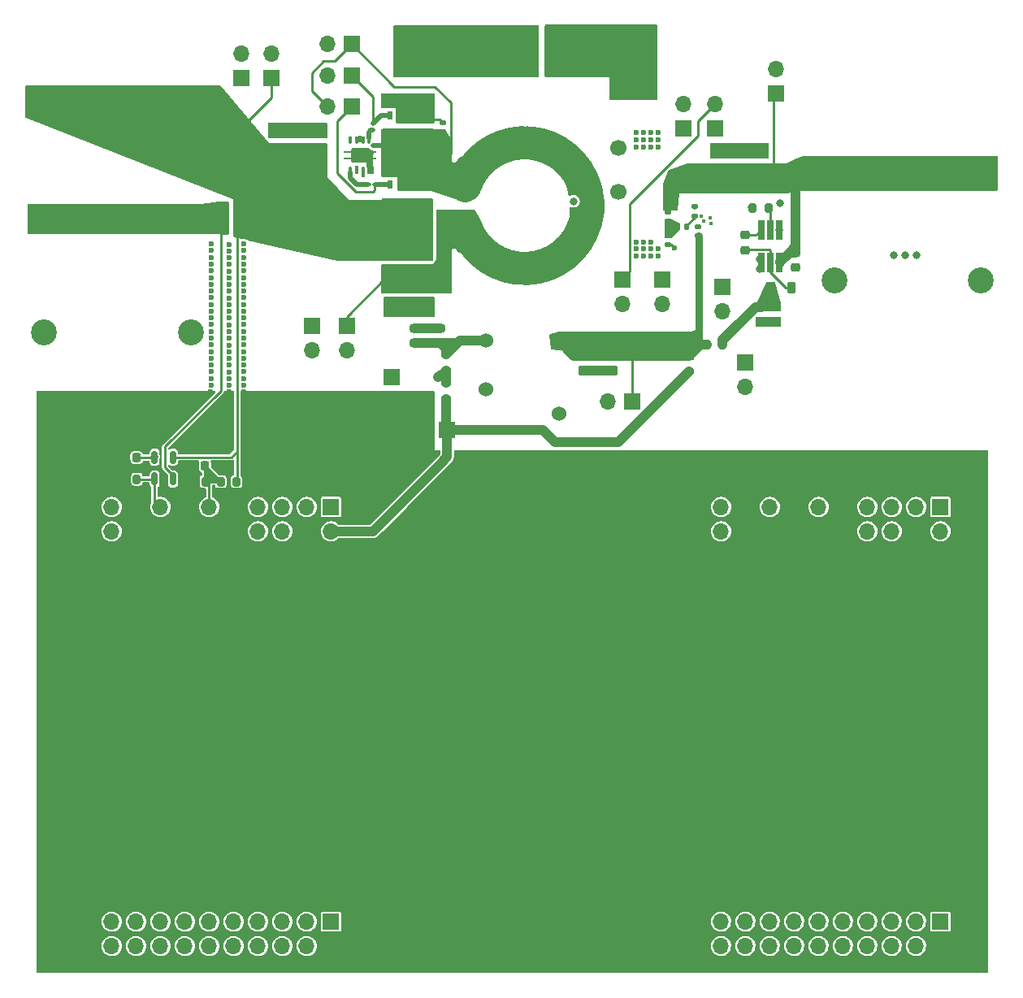
<source format=gbr>
%TF.GenerationSoftware,KiCad,Pcbnew,(6.0.1)*%
%TF.CreationDate,2023-08-02T16:38:54-05:00*%
%TF.ProjectId,board_v5,626f6172-645f-4763-952e-6b696361645f,rev?*%
%TF.SameCoordinates,Original*%
%TF.FileFunction,Copper,L1,Top*%
%TF.FilePolarity,Positive*%
%FSLAX46Y46*%
G04 Gerber Fmt 4.6, Leading zero omitted, Abs format (unit mm)*
G04 Created by KiCad (PCBNEW (6.0.1)) date 2023-08-02 16:38:54*
%MOMM*%
%LPD*%
G01*
G04 APERTURE LIST*
G04 Aperture macros list*
%AMRoundRect*
0 Rectangle with rounded corners*
0 $1 Rounding radius*
0 $2 $3 $4 $5 $6 $7 $8 $9 X,Y pos of 4 corners*
0 Add a 4 corners polygon primitive as box body*
4,1,4,$2,$3,$4,$5,$6,$7,$8,$9,$2,$3,0*
0 Add four circle primitives for the rounded corners*
1,1,$1+$1,$2,$3*
1,1,$1+$1,$4,$5*
1,1,$1+$1,$6,$7*
1,1,$1+$1,$8,$9*
0 Add four rect primitives between the rounded corners*
20,1,$1+$1,$2,$3,$4,$5,0*
20,1,$1+$1,$4,$5,$6,$7,0*
20,1,$1+$1,$6,$7,$8,$9,0*
20,1,$1+$1,$8,$9,$2,$3,0*%
G04 Aperture macros list end*
%TA.AperFunction,ComponentPad*%
%ADD10R,1.700000X1.700000*%
%TD*%
%TA.AperFunction,ComponentPad*%
%ADD11O,1.700000X1.700000*%
%TD*%
%TA.AperFunction,SMDPad,CuDef*%
%ADD12RoundRect,0.225000X-0.250000X0.225000X-0.250000X-0.225000X0.250000X-0.225000X0.250000X0.225000X0*%
%TD*%
%TA.AperFunction,SMDPad,CuDef*%
%ADD13RoundRect,0.250000X0.475000X-0.250000X0.475000X0.250000X-0.475000X0.250000X-0.475000X-0.250000X0*%
%TD*%
%TA.AperFunction,SMDPad,CuDef*%
%ADD14RoundRect,0.225000X0.225000X0.250000X-0.225000X0.250000X-0.225000X-0.250000X0.225000X-0.250000X0*%
%TD*%
%TA.AperFunction,SMDPad,CuDef*%
%ADD15RoundRect,0.100000X-0.130000X-0.100000X0.130000X-0.100000X0.130000X0.100000X-0.130000X0.100000X0*%
%TD*%
%TA.AperFunction,SMDPad,CuDef*%
%ADD16RoundRect,0.218750X0.256250X-0.218750X0.256250X0.218750X-0.256250X0.218750X-0.256250X-0.218750X0*%
%TD*%
%TA.AperFunction,SMDPad,CuDef*%
%ADD17RoundRect,0.225000X0.250000X-0.225000X0.250000X0.225000X-0.250000X0.225000X-0.250000X-0.225000X0*%
%TD*%
%TA.AperFunction,ComponentPad*%
%ADD18C,1.524000*%
%TD*%
%TA.AperFunction,SMDPad,CuDef*%
%ADD19RoundRect,0.140000X0.140000X0.170000X-0.140000X0.170000X-0.140000X-0.170000X0.140000X-0.170000X0*%
%TD*%
%TA.AperFunction,SMDPad,CuDef*%
%ADD20RoundRect,0.200000X-0.200000X-0.275000X0.200000X-0.275000X0.200000X0.275000X-0.200000X0.275000X0*%
%TD*%
%TA.AperFunction,SMDPad,CuDef*%
%ADD21RoundRect,0.140000X0.170000X-0.140000X0.170000X0.140000X-0.170000X0.140000X-0.170000X-0.140000X0*%
%TD*%
%TA.AperFunction,SMDPad,CuDef*%
%ADD22RoundRect,0.140000X-0.170000X0.140000X-0.170000X-0.140000X0.170000X-0.140000X0.170000X0.140000X0*%
%TD*%
%TA.AperFunction,ComponentPad*%
%ADD23C,2.700000*%
%TD*%
%TA.AperFunction,SMDPad,CuDef*%
%ADD24RoundRect,0.200000X0.200000X0.275000X-0.200000X0.275000X-0.200000X-0.275000X0.200000X-0.275000X0*%
%TD*%
%TA.AperFunction,ComponentPad*%
%ADD25C,1.700000*%
%TD*%
%TA.AperFunction,SMDPad,CuDef*%
%ADD26RoundRect,0.200000X-0.275000X0.200000X-0.275000X-0.200000X0.275000X-0.200000X0.275000X0.200000X0*%
%TD*%
%TA.AperFunction,SMDPad,CuDef*%
%ADD27R,0.650000X2.000000*%
%TD*%
%TA.AperFunction,SMDPad,CuDef*%
%ADD28RoundRect,0.200000X0.275000X-0.200000X0.275000X0.200000X-0.275000X0.200000X-0.275000X-0.200000X0*%
%TD*%
%TA.AperFunction,SMDPad,CuDef*%
%ADD29RoundRect,0.150000X0.150000X-0.512500X0.150000X0.512500X-0.150000X0.512500X-0.150000X-0.512500X0*%
%TD*%
%TA.AperFunction,SMDPad,CuDef*%
%ADD30RoundRect,0.250000X-0.250000X-1.450000X0.250000X-1.450000X0.250000X1.450000X-0.250000X1.450000X0*%
%TD*%
%TA.AperFunction,SMDPad,CuDef*%
%ADD31R,0.400000X0.300000*%
%TD*%
%TA.AperFunction,SMDPad,CuDef*%
%ADD32O,0.400000X0.650000*%
%TD*%
%TA.AperFunction,SMDPad,CuDef*%
%ADD33R,0.825000X0.230000*%
%TD*%
%TA.AperFunction,SMDPad,CuDef*%
%ADD34R,1.750000X1.500000*%
%TD*%
%TA.AperFunction,SMDPad,CuDef*%
%ADD35RoundRect,0.218750X-0.218750X-0.381250X0.218750X-0.381250X0.218750X0.381250X-0.218750X0.381250X0*%
%TD*%
%TA.AperFunction,SMDPad,CuDef*%
%ADD36RoundRect,0.135000X-0.185000X0.135000X-0.185000X-0.135000X0.185000X-0.135000X0.185000X0.135000X0*%
%TD*%
%TA.AperFunction,SMDPad,CuDef*%
%ADD37RoundRect,0.100000X-0.100000X0.130000X-0.100000X-0.130000X0.100000X-0.130000X0.100000X0.130000X0*%
%TD*%
%TA.AperFunction,SMDPad,CuDef*%
%ADD38R,0.500000X0.850000*%
%TD*%
%TA.AperFunction,SMDPad,CuDef*%
%ADD39R,4.410000X4.550000*%
%TD*%
%TA.AperFunction,ViaPad*%
%ADD40C,0.600000*%
%TD*%
%TA.AperFunction,ViaPad*%
%ADD41C,0.800000*%
%TD*%
%TA.AperFunction,ViaPad*%
%ADD42C,0.400000*%
%TD*%
%TA.AperFunction,ViaPad*%
%ADD43C,0.500000*%
%TD*%
%TA.AperFunction,ViaPad*%
%ADD44C,0.300000*%
%TD*%
%TA.AperFunction,ViaPad*%
%ADD45C,0.700000*%
%TD*%
%TA.AperFunction,Conductor*%
%ADD46C,0.250000*%
%TD*%
%TA.AperFunction,Conductor*%
%ADD47C,1.000000*%
%TD*%
%TA.AperFunction,Conductor*%
%ADD48C,0.500000*%
%TD*%
%TA.AperFunction,Conductor*%
%ADD49C,2.500000*%
%TD*%
%TA.AperFunction,Conductor*%
%ADD50C,3.500000*%
%TD*%
%TA.AperFunction,Conductor*%
%ADD51C,0.750000*%
%TD*%
G04 APERTURE END LIST*
D10*
%TO.P,Vpv,1,Pin_1*%
%TO.N,/i_in+*%
X117725000Y-41350000D03*
D11*
%TO.P,Vpv,2,Pin_2*%
%TO.N,GND*%
X117725000Y-38810000D03*
%TD*%
D12*
%TO.P,C25,1*%
%TO.N,/5v_buck*%
X173470000Y-65175000D03*
%TO.P,C25,2*%
%TO.N,GND1*%
X173470000Y-66725000D03*
%TD*%
D10*
%TO.P,qp,1,Pin_1*%
%TO.N,/q_p*%
X125075000Y-67150000D03*
D11*
%TO.P,qp,2,Pin_2*%
%TO.N,GND*%
X125075000Y-69690000D03*
%TD*%
D10*
%TO.P,Vgl,1,Pin_1*%
%TO.N,/p_g_l*%
X129225000Y-41052499D03*
D11*
%TO.P,Vgl,2,Pin_2*%
%TO.N,GND*%
X126685000Y-41052499D03*
%TD*%
D10*
%TO.P,5V S,1,Pin_1*%
%TO.N,/5v_sec*%
X158474999Y-75000001D03*
D11*
%TO.P,5V S,2,Pin_2*%
%TO.N,GND1*%
X155934999Y-75000001D03*
%TD*%
D12*
%TO.P,C2,1*%
%TO.N,V_IN*%
X135425000Y-59725000D03*
%TO.P,C2,2*%
%TO.N,P_SW*%
X135425000Y-61275000D03*
%TD*%
D13*
%TO.P,C17,1*%
%TO.N,V_IN*%
X121425000Y-48850000D03*
%TO.P,C17,2*%
%TO.N,GND*%
X121425000Y-46950000D03*
%TD*%
D14*
%TO.P,C21,1*%
%TO.N,/5V_primary*%
X106825000Y-80850000D03*
%TO.P,C21,2*%
%TO.N,GND*%
X105275000Y-80850000D03*
%TD*%
D15*
%TO.P,R2,1*%
%TO.N,P_G_H*%
X131005000Y-52425000D03*
%TO.P,R2,2*%
%TO.N,/p_g_h*%
X131645000Y-52425000D03*
%TD*%
D10*
%TO.P,J7,1,Pin_1*%
%TO.N,+5V*%
X139174999Y-78000001D03*
D11*
%TO.P,J7,2,Pin_2*%
%TO.N,GND*%
X136634999Y-78000001D03*
%TD*%
D16*
%TO.P,C27,1*%
%TO.N,Net-(C27-Pad1)*%
X170225000Y-59255000D03*
%TO.P,C27,2*%
%TO.N,Net-(C27-Pad2)*%
X170225000Y-57680000D03*
%TD*%
D12*
%TO.P,REF\u002A\u002A,1*%
%TO.N,/5v_sec*%
X153600000Y-70225000D03*
%TO.P,REF\u002A\u002A,2*%
%TO.N,GND1*%
X153600000Y-71775000D03*
%TD*%
D13*
%TO.P,C18,1*%
%TO.N,V_IN*%
X125750000Y-48850000D03*
%TO.P,C18,2*%
%TO.N,GND*%
X125750000Y-46950000D03*
%TD*%
D17*
%TO.P,REF\u002A\u002A,1*%
%TO.N,/5v_iso*%
X137115000Y-68925000D03*
%TO.P,REF\u002A\u002A,2*%
%TO.N,GND*%
X137115000Y-67375000D03*
%TD*%
D18*
%TO.P,U9,1,0V*%
%TO.N,GND1*%
X150810000Y-76310000D03*
%TO.P,U9,2,Vin*%
%TO.N,/5v_sec*%
X150810000Y-68690000D03*
%TO.P,U9,3,Vout*%
%TO.N,/5v_iso*%
X143190000Y-68690000D03*
%TO.P,U9,4,GND*%
%TO.N,GND*%
X143190000Y-73770000D03*
%TD*%
D10*
%TO.P,Vgh,1,Pin_1*%
%TO.N,/s_g_h*%
X167070000Y-46530000D03*
D11*
%TO.P,Vgh,2,Pin_2*%
%TO.N,/x_s*%
X167070000Y-43990000D03*
%TD*%
D10*
%TO.P,qs,1,Pin_1*%
%TO.N,/q_s*%
X167840000Y-63055000D03*
D11*
%TO.P,qs,2,Pin_2*%
%TO.N,GND1*%
X167840000Y-65595000D03*
%TD*%
D10*
%TO.P,J4,a1,Pin_a1*%
%TO.N,unconnected-(J4-Pada1)*%
X127075000Y-85995000D03*
D11*
%TO.P,J4,a2,Pin_a2*%
%TO.N,unconnected-(J4-Pada2)*%
X124535000Y-85995000D03*
%TO.P,J4,a3,Pin_a3*%
%TO.N,/q_p*%
X121995000Y-85995000D03*
%TO.P,J4,a4,Pin_a4*%
%TO.N,/~{q_p}*%
X119455000Y-85995000D03*
%TO.P,J4,a5,Pin_a5*%
%TO.N,GND*%
X116915000Y-85995000D03*
%TO.P,J4,a6,Pin_a6*%
%TO.N,/V_in_low*%
X114375000Y-85995000D03*
%TO.P,J4,a7,Pin_a7*%
%TO.N,GND*%
X111835000Y-85995000D03*
%TO.P,J4,a8,Pin_a8*%
%TO.N,/V_i_sense*%
X109295000Y-85995000D03*
%TO.P,J4,a9,Pin_a9*%
%TO.N,GND*%
X106755000Y-85995000D03*
%TO.P,J4,a10,Pin_a10*%
%TO.N,unconnected-(J4-Pada10)*%
X104215000Y-85995000D03*
%TO.P,J4,b1,Pin_b1*%
%TO.N,+5V*%
X127075000Y-88535000D03*
%TO.P,J4,b2,Pin_b2*%
%TO.N,GND*%
X124535000Y-88535000D03*
%TO.P,J4,b3,Pin_b3*%
%TO.N,unconnected-(J4-Padb3)*%
X121995000Y-88535000D03*
%TO.P,J4,b4,Pin_b4*%
%TO.N,unconnected-(J4-Padb4)*%
X119455000Y-88535000D03*
%TO.P,J4,b5,Pin_b5*%
%TO.N,GND*%
X116915000Y-88535000D03*
%TO.P,J4,b6,Pin_b6*%
X114375000Y-88535000D03*
%TO.P,J4,b7,Pin_b7*%
X111835000Y-88535000D03*
%TO.P,J4,b8,Pin_b8*%
X109295000Y-88535000D03*
%TO.P,J4,b9,Pin_b9*%
X106755000Y-88535000D03*
%TO.P,J4,b10,Pin_b10*%
%TO.N,unconnected-(J4-Padb10)*%
X104215000Y-88535000D03*
%TD*%
D19*
%TO.P,C12,1*%
%TO.N,Net-(C12-Pad1)*%
X164165000Y-56803000D03*
%TO.P,C12,2*%
%TO.N,/x_s*%
X163205000Y-56803000D03*
%TD*%
D12*
%TO.P,C2,1*%
%TO.N,V_IN*%
X133790000Y-59715000D03*
%TO.P,C2,2*%
%TO.N,P_SW*%
X133790000Y-61265000D03*
%TD*%
D20*
%TO.P,R10,1*%
%TO.N,GND*%
X112330484Y-83347532D03*
%TO.P,R10,2*%
%TO.N,/V_in_low*%
X113980484Y-83347532D03*
%TD*%
D12*
%TO.P,C14,1*%
%TO.N,P_SW*%
X133740000Y-63030000D03*
%TO.P,C14,2*%
%TO.N,GND*%
X133740000Y-64580000D03*
%TD*%
D10*
%TO.P,Vsw,1,Pin_1*%
%TO.N,P_SW*%
X129250000Y-37794999D03*
D11*
%TO.P,Vsw,2,Pin_2*%
%TO.N,GND*%
X126710000Y-37794999D03*
%TD*%
D21*
%TO.P,C9,1*%
%TO.N,/5v_sec*%
X165350000Y-57730000D03*
%TO.P,C9,2*%
%TO.N,GND1*%
X165350000Y-56770000D03*
%TD*%
D20*
%TO.P,R9,1*%
%TO.N,/V_in_low*%
X115580484Y-83347532D03*
%TO.P,R9,2*%
%TO.N,V_IN*%
X117230484Y-83347532D03*
%TD*%
D22*
%TO.P,C6,1*%
%TO.N,GND*%
X138700000Y-45940000D03*
%TO.P,C6,2*%
%TO.N,P_SW*%
X138700000Y-46900000D03*
%TD*%
D23*
%TO.P,J10,1,Pin_1*%
%TO.N,Net-(J10-Pad1)*%
X179500000Y-62350000D03*
X194800000Y-62350000D03*
%TD*%
D13*
%TO.P,C22,1*%
%TO.N,V_OUT*%
X169712500Y-50925000D03*
%TO.P,C22,2*%
%TO.N,GND1*%
X169712500Y-49025000D03*
%TD*%
D24*
%TO.P,R8,1*%
%TO.N,/V_i_sense*%
X106850000Y-83100000D03*
%TO.P,R8,2*%
%TO.N,GND*%
X105200000Y-83100000D03*
%TD*%
D25*
%TO.P,REF\u002A\u002A,1*%
%TO.N,Net-(C10-Pad2)*%
X157050000Y-48610000D03*
%TD*%
D10*
%TO.P,Vin,1,Pin_1*%
%TO.N,V_IN*%
X120850000Y-41350000D03*
D11*
%TO.P,Vin,2,Pin_2*%
%TO.N,GND*%
X120850000Y-38810000D03*
%TD*%
D23*
%TO.P,J2,1,Pin_1*%
%TO.N,/i_in+*%
X97150000Y-55950000D03*
X112450000Y-55950000D03*
%TD*%
D14*
%TO.P,C20,1*%
%TO.N,/V_in_low*%
X113955484Y-81722532D03*
%TO.P,C20,2*%
%TO.N,GND*%
X112405484Y-81722532D03*
%TD*%
D12*
%TO.P,C32,1*%
%TO.N,/5v_sec*%
X156262000Y-70225000D03*
%TO.P,C32,2*%
%TO.N,GND1*%
X156262000Y-71775000D03*
%TD*%
D10*
%TO.P,TP10,1,Pin_1*%
%TO.N,/q_s_iso*%
X170200000Y-70975000D03*
D11*
%TO.P,TP10,2,Pin_2*%
%TO.N,GND1*%
X170200000Y-73515000D03*
%TD*%
D13*
%TO.P,C23,1*%
%TO.N,V_OUT*%
X171700000Y-50925000D03*
%TO.P,C23,2*%
%TO.N,GND1*%
X171700000Y-49025000D03*
%TD*%
D26*
%TO.P,R15,1*%
%TO.N,/5v_sec*%
X164410000Y-70230000D03*
%TO.P,R15,2*%
%TO.N,+5V*%
X164410000Y-71880000D03*
%TD*%
D27*
%TO.P,U6,1,GND*%
%TO.N,GND1*%
X171900000Y-60527500D03*
%TO.P,U6,2,SW*%
%TO.N,Net-(C27-Pad1)*%
X172850000Y-60527500D03*
%TO.P,U6,3,Vin*%
%TO.N,V_OUT*%
X173800000Y-60527500D03*
%TO.P,U6,4,FB*%
%TO.N,Net-(R17-Pad1)*%
X173800000Y-57107500D03*
%TO.P,U6,5,EN*%
%TO.N,Net-(R20-Pad2)*%
X172850000Y-57107500D03*
%TO.P,U6,6,BST*%
%TO.N,Net-(C27-Pad2)*%
X171900000Y-57107500D03*
%TD*%
D17*
%TO.P,C31,1*%
%TO.N,/5v_iso*%
X138500000Y-68925000D03*
%TO.P,C31,2*%
%TO.N,GND*%
X138500000Y-67375000D03*
%TD*%
D13*
%TO.P,C19,1*%
%TO.N,V_IN*%
X123587500Y-48850000D03*
%TO.P,C19,2*%
%TO.N,GND*%
X123587500Y-46950000D03*
%TD*%
D10*
%TO.P,Vgl,1,Pin_1*%
%TO.N,/s_g_l*%
X161630000Y-62300000D03*
D11*
%TO.P,Vgl,2,Pin_2*%
%TO.N,GND1*%
X161630000Y-64840000D03*
%TD*%
D12*
%TO.P,C29,1*%
%TO.N,V_OUT*%
X175500000Y-59475000D03*
%TO.P,C29,2*%
%TO.N,GND1*%
X175500000Y-61025000D03*
%TD*%
D28*
%TO.P,R21,1*%
%TO.N,/5V_primary*%
X139100001Y-71750000D03*
%TO.P,R21,2*%
%TO.N,/5v_iso*%
X139100001Y-70100000D03*
%TD*%
D29*
%TO.P,U7,1*%
%TO.N,/V_i_sense*%
X108700000Y-83087500D03*
%TO.P,U7,2,GND*%
%TO.N,GND*%
X109650000Y-83087500D03*
%TO.P,U7,3,+*%
%TO.N,/i_in+*%
X110600000Y-83087500D03*
%TO.P,U7,4,-*%
%TO.N,V_IN*%
X110600000Y-80812500D03*
%TO.P,U7,5,V+*%
%TO.N,/5V_primary*%
X108700000Y-80812500D03*
%TD*%
D30*
%TO.P,R_Isense1,1*%
%TO.N,/i_in+*%
X115950000Y-55950000D03*
%TO.P,R_Isense1,2*%
%TO.N,V_IN*%
X117450000Y-55950000D03*
%TD*%
D10*
%TO.P,J6,a1,Pin_a1*%
%TO.N,unconnected-(J6-Pada1)*%
X127075000Y-129195000D03*
D11*
%TO.P,J6,a2,Pin_a2*%
%TO.N,unconnected-(J6-Pada2)*%
X124535000Y-129195000D03*
%TO.P,J6,a3,Pin_a3*%
%TO.N,unconnected-(J6-Pada3)*%
X121995000Y-129195000D03*
%TO.P,J6,a4,Pin_a4*%
%TO.N,unconnected-(J6-Pada4)*%
X119455000Y-129195000D03*
%TO.P,J6,a5,Pin_a5*%
%TO.N,unconnected-(J6-Pada5)*%
X116915000Y-129195000D03*
%TO.P,J6,a6,Pin_a6*%
%TO.N,unconnected-(J6-Pada6)*%
X114375000Y-129195000D03*
%TO.P,J6,a7,Pin_a7*%
%TO.N,unconnected-(J6-Pada7)*%
X111835000Y-129195000D03*
%TO.P,J6,a8,Pin_a8*%
%TO.N,unconnected-(J6-Pada8)*%
X109295000Y-129195000D03*
%TO.P,J6,a9,Pin_a9*%
%TO.N,unconnected-(J6-Pada9)*%
X106755000Y-129195000D03*
%TO.P,J6,a10,Pin_a10*%
%TO.N,unconnected-(J6-Pada10)*%
X104215000Y-129195000D03*
%TO.P,J6,b1,Pin_b1*%
%TO.N,GND*%
X127075000Y-131735000D03*
%TO.P,J6,b2,Pin_b2*%
%TO.N,unconnected-(J6-Padb2)*%
X124535000Y-131735000D03*
%TO.P,J6,b3,Pin_b3*%
%TO.N,unconnected-(J6-Padb3)*%
X121995000Y-131735000D03*
%TO.P,J6,b4,Pin_b4*%
%TO.N,unconnected-(J6-Padb4)*%
X119455000Y-131735000D03*
%TO.P,J6,b5,Pin_b5*%
%TO.N,unconnected-(J6-Padb5)*%
X116915000Y-131735000D03*
%TO.P,J6,b6,Pin_b6*%
%TO.N,unconnected-(J6-Padb6)*%
X114375000Y-131735000D03*
%TO.P,J6,b7,Pin_b7*%
%TO.N,unconnected-(J6-Padb7)*%
X111835000Y-131735000D03*
%TO.P,J6,b8,Pin_b8*%
%TO.N,unconnected-(J6-Padb8)*%
X109295000Y-131735000D03*
%TO.P,J6,b9,Pin_b9*%
%TO.N,unconnected-(J6-Padb9)*%
X106755000Y-131735000D03*
%TO.P,J6,b10,Pin_b10*%
%TO.N,unconnected-(J6-Padb10)*%
X104215000Y-131735000D03*
%TD*%
D31*
%TO.P,U1,1,UGATE*%
%TO.N,P_G_H*%
X129089520Y-51095000D03*
D32*
X129089520Y-50895000D03*
D31*
%TO.P,U1,2,BOOT*%
%TO.N,Net-(R1-Pad1)*%
X129739520Y-51095000D03*
D32*
X129739520Y-50895000D03*
D31*
%TO.P,U1,3,PWM*%
%TO.N,/q_p*%
X130389520Y-51095000D03*
D32*
X130389520Y-50895000D03*
%TO.P,U1,4,GND*%
%TO.N,GND*%
X131039520Y-50895000D03*
D31*
X131039520Y-51095000D03*
%TO.P,U1,5,LGATE*%
%TO.N,P_G_L*%
X131039520Y-47595000D03*
D32*
X131039520Y-47795000D03*
%TO.P,U1,6,VDD*%
%TO.N,/5V_primary*%
X130389520Y-47795000D03*
D31*
X130389520Y-47595000D03*
%TO.P,U1,7,EN/PG*%
X129739520Y-47595000D03*
D32*
X129739520Y-47795000D03*
%TO.P,U1,8,PHASE*%
%TO.N,P_SW*%
X129089520Y-47795000D03*
D31*
X129089520Y-47595000D03*
D33*
%TO.P,U1,9,PAD*%
%TO.N,GND*%
X131344273Y-49665000D03*
X128784520Y-49025000D03*
X131344520Y-49025000D03*
D34*
X130064520Y-49345000D03*
D33*
X128784273Y-49665000D03*
%TD*%
D35*
%TO.P,L1,1,1*%
%TO.N,/5v_buck*%
X172927500Y-63150000D03*
%TO.P,L1,2,2*%
%TO.N,Net-(C27-Pad1)*%
X175052500Y-63150000D03*
%TD*%
D36*
%TO.P,R6,1*%
%TO.N,Net-(R6-Pad1)*%
X164970000Y-54690000D03*
%TO.P,R6,2*%
%TO.N,Net-(C12-Pad1)*%
X164970000Y-55710000D03*
%TD*%
D37*
%TO.P,R3,1*%
%TO.N,/p_g_l*%
X131464520Y-46080000D03*
%TO.P,R3,2*%
%TO.N,P_G_L*%
X131464520Y-46720000D03*
%TD*%
D13*
%TO.P,C24,1*%
%TO.N,V_OUT*%
X167725000Y-50925000D03*
%TO.P,C24,2*%
%TO.N,GND1*%
X167725000Y-49025000D03*
%TD*%
D23*
%TO.P,J1,1,Pin_1*%
%TO.N,V_IN*%
X97150000Y-43950000D03*
X112450000Y-43950000D03*
%TD*%
D10*
%TO.P,Vout,1,Pin_1*%
%TO.N,V_OUT*%
X173482000Y-42926000D03*
D11*
%TO.P,Vout,2,Pin_2*%
%TO.N,GND1*%
X173482000Y-40386000D03*
%TD*%
D10*
%TO.P,Vgh,1,Pin_1*%
%TO.N,/p_g_h*%
X129250000Y-44310000D03*
D11*
%TO.P,Vgh,2,Pin_2*%
%TO.N,P_SW*%
X126710000Y-44310000D03*
%TD*%
D10*
%TO.P,J3,a1,Pin_a1*%
%TO.N,unconnected-(J3-Pada1)*%
X190575000Y-85995000D03*
D11*
%TO.P,J3,a2,Pin_a2*%
%TO.N,unconnected-(J3-Pada2)*%
X188035000Y-85995000D03*
%TO.P,J3,a3,Pin_a3*%
%TO.N,unconnected-(J3-Pada3)*%
X185495000Y-85995000D03*
%TO.P,J3,a4,Pin_a4*%
%TO.N,unconnected-(J3-Pada4)*%
X182955000Y-85995000D03*
%TO.P,J3,a5,Pin_a5*%
%TO.N,GND*%
X180415000Y-85995000D03*
%TO.P,J3,a6,Pin_a6*%
%TO.N,unconnected-(J3-Pada6)*%
X177875000Y-85995000D03*
%TO.P,J3,a7,Pin_a7*%
%TO.N,GND*%
X175335000Y-85995000D03*
%TO.P,J3,a8,Pin_a8*%
%TO.N,/Vout_low*%
X172795000Y-85995000D03*
%TO.P,J3,a9,Pin_a9*%
%TO.N,GND*%
X170255000Y-85995000D03*
%TO.P,J3,a10,Pin_a10*%
%TO.N,unconnected-(J3-Pada10)*%
X167715000Y-85995000D03*
%TO.P,J3,b1,Pin_b1*%
%TO.N,+5V*%
X190575000Y-88535000D03*
%TO.P,J3,b2,Pin_b2*%
%TO.N,GND*%
X188035000Y-88535000D03*
%TO.P,J3,b3,Pin_b3*%
%TO.N,unconnected-(J3-Padb3)*%
X185495000Y-88535000D03*
%TO.P,J3,b4,Pin_b4*%
%TO.N,unconnected-(J3-Padb4)*%
X182955000Y-88535000D03*
%TO.P,J3,b5,Pin_b5*%
%TO.N,GND*%
X180415000Y-88535000D03*
%TO.P,J3,b6,Pin_b6*%
X177875000Y-88535000D03*
%TO.P,J3,b7,Pin_b7*%
X175335000Y-88535000D03*
%TO.P,J3,b8,Pin_b8*%
X172795000Y-88535000D03*
%TO.P,J3,b9,Pin_b9*%
X170255000Y-88535000D03*
%TO.P,J3,b10,Pin_b10*%
%TO.N,unconnected-(J3-Padb10)*%
X167715000Y-88535000D03*
%TD*%
D17*
%TO.P,REF\u002A\u002A,1*%
%TO.N,/5v_iso*%
X135730000Y-68925000D03*
%TO.P,REF\u002A\u002A,2*%
%TO.N,GND*%
X135730000Y-67375000D03*
%TD*%
D38*
%TO.P,U2,1,S*%
%TO.N,P_SW*%
X137005000Y-52410000D03*
%TO.P,U2,2,S*%
X135735000Y-52410000D03*
%TO.P,U2,3,S*%
X134465000Y-52410000D03*
%TO.P,U2,4,G*%
%TO.N,/p_g_h*%
X133195000Y-52410000D03*
D39*
%TO.P,U2,5,D*%
%TO.N,V_IN*%
X135100000Y-56360000D03*
%TD*%
D10*
%TO.P,5V P,1,Pin_1*%
%TO.N,/5V_primary*%
X133400000Y-72425000D03*
D11*
%TO.P,5V P,2,Pin_2*%
%TO.N,GND*%
X133400000Y-74965000D03*
%TD*%
D10*
%TO.P,J5,a1,Pin_a1*%
%TO.N,unconnected-(J5-Pada1)*%
X190570000Y-129190000D03*
D11*
%TO.P,J5,a2,Pin_a2*%
%TO.N,unconnected-(J5-Pada2)*%
X188030000Y-129190000D03*
%TO.P,J5,a3,Pin_a3*%
%TO.N,unconnected-(J5-Pada3)*%
X185490000Y-129190000D03*
%TO.P,J5,a4,Pin_a4*%
%TO.N,unconnected-(J5-Pada4)*%
X182950000Y-129190000D03*
%TO.P,J5,a5,Pin_a5*%
%TO.N,/~{q_s}*%
X180410000Y-129190000D03*
%TO.P,J5,a6,Pin_a6*%
%TO.N,/q_s_mcu*%
X177870000Y-129190000D03*
%TO.P,J5,a7,Pin_a7*%
%TO.N,unconnected-(J5-Pada7)*%
X175330000Y-129190000D03*
%TO.P,J5,a8,Pin_a8*%
%TO.N,unconnected-(J5-Pada8)*%
X172790000Y-129190000D03*
%TO.P,J5,a9,Pin_a9*%
%TO.N,unconnected-(J5-Pada9)*%
X170250000Y-129190000D03*
%TO.P,J5,a10,Pin_a10*%
%TO.N,unconnected-(J5-Pada10)*%
X167710000Y-129190000D03*
%TO.P,J5,b1,Pin_b1*%
%TO.N,GND*%
X190570000Y-131730000D03*
%TO.P,J5,b2,Pin_b2*%
%TO.N,unconnected-(J5-Padb2)*%
X188030000Y-131730000D03*
%TO.P,J5,b3,Pin_b3*%
%TO.N,unconnected-(J5-Padb3)*%
X185490000Y-131730000D03*
%TO.P,J5,b4,Pin_b4*%
%TO.N,unconnected-(J5-Padb4)*%
X182950000Y-131730000D03*
%TO.P,J5,b5,Pin_b5*%
%TO.N,unconnected-(J5-Padb5)*%
X180410000Y-131730000D03*
%TO.P,J5,b6,Pin_b6*%
%TO.N,unconnected-(J5-Padb6)*%
X177870000Y-131730000D03*
%TO.P,J5,b7,Pin_b7*%
%TO.N,unconnected-(J5-Padb7)*%
X175330000Y-131730000D03*
%TO.P,J5,b8,Pin_b8*%
%TO.N,unconnected-(J5-Padb8)*%
X172790000Y-131730000D03*
%TO.P,J5,b9,Pin_b9*%
%TO.N,unconnected-(J5-Padb9)*%
X170250000Y-131730000D03*
%TO.P,J5,b10,Pin_b10*%
%TO.N,unconnected-(J5-Padb10)*%
X167710000Y-131730000D03*
%TD*%
D38*
%TO.P,U5,1,S*%
%TO.N,GND*%
X137005000Y-45170000D03*
%TO.P,U5,2,S*%
X135735000Y-45170000D03*
%TO.P,U5,3,S*%
X134465000Y-45170000D03*
%TO.P,U5,4,G*%
%TO.N,/p_g_l*%
X133195000Y-45170000D03*
D39*
%TO.P,U5,5,D*%
%TO.N,P_SW*%
X135100000Y-49120000D03*
%TD*%
D20*
%TO.P,R20,1*%
%TO.N,GND1*%
X171000000Y-54842500D03*
%TO.P,R20,2*%
%TO.N,Net-(R20-Pad2)*%
X172650000Y-54842500D03*
%TD*%
D23*
%TO.P,J8,1,Pin_1*%
%TO.N,V_OUT*%
X194818000Y-51054000D03*
X179518000Y-51054000D03*
%TD*%
D12*
%TO.P,C14,1*%
%TO.N,P_SW*%
X135425000Y-63030000D03*
%TO.P,C14,2*%
%TO.N,GND*%
X135425000Y-64580000D03*
%TD*%
D21*
%TO.P,C7,1*%
%TO.N,GND1*%
X162185000Y-58673000D03*
%TO.P,C7,2*%
%TO.N,/x_s*%
X162185000Y-57713000D03*
%TD*%
D25*
%TO.P,REF\u002A\u002A,1*%
%TO.N,S_SW*%
X157050000Y-53150000D03*
%TD*%
D12*
%TO.P,C13,1*%
%TO.N,V_IN*%
X137100000Y-59725000D03*
%TO.P,C13,2*%
%TO.N,P_SW*%
X137100000Y-61275000D03*
%TD*%
D22*
%TO.P,C8,1*%
%TO.N,V_OUT*%
X162175000Y-55303000D03*
%TO.P,C8,2*%
%TO.N,/x_s*%
X162175000Y-56263000D03*
%TD*%
D26*
%TO.P,R5,1*%
%TO.N,/5V_primary*%
X139100000Y-73099998D03*
%TO.P,R5,2*%
%TO.N,+5V*%
X139100000Y-74749998D03*
%TD*%
D10*
%TO.P,Vsw,1,Pin_1*%
%TO.N,/x_s*%
X157400000Y-62300000D03*
D11*
%TO.P,Vsw,2,Pin_2*%
%TO.N,GND1*%
X157400000Y-64840000D03*
%TD*%
D20*
%TO.P,R16,1*%
%TO.N,/5v_sec*%
X166235000Y-69080000D03*
%TO.P,R16,2*%
%TO.N,/5v_buck*%
X167885000Y-69080000D03*
%TD*%
D23*
%TO.P,J9,1,Pin_1*%
%TO.N,GND*%
X97150000Y-67800000D03*
X112450000Y-67800000D03*
%TD*%
D10*
%TO.P,Vc,1,Pin_1*%
%TO.N,P_SW*%
X128700000Y-67150000D03*
D11*
%TO.P,Vc,2,Pin_2*%
%TO.N,GND*%
X128700000Y-69690000D03*
%TD*%
D10*
%TO.P,Vc,1,Pin_1*%
%TO.N,Net-(C10-Pad2)*%
X163750000Y-46530000D03*
D11*
%TO.P,Vc,2,Pin_2*%
%TO.N,GND1*%
X163750000Y-43990000D03*
%TD*%
D12*
%TO.P,REF\u002A\u002A,1*%
%TO.N,/5v_sec*%
X154870000Y-70225000D03*
%TO.P,REF\u002A\u002A,2*%
%TO.N,GND1*%
X154870000Y-71775000D03*
%TD*%
%TO.P,C26,1*%
%TO.N,/5v_buck*%
X171910000Y-65165000D03*
%TO.P,C26,2*%
%TO.N,GND1*%
X171910000Y-66715000D03*
%TD*%
%TO.P,C3,1*%
%TO.N,P_SW*%
X137099998Y-63029995D03*
%TO.P,C3,2*%
%TO.N,GND*%
X137099998Y-64579995D03*
%TD*%
D40*
%TO.N,GND*%
X132845000Y-43295000D03*
X114600000Y-71200000D03*
X116450000Y-74725000D03*
X132900000Y-64430000D03*
X136700000Y-65155000D03*
X137400000Y-45620000D03*
X114600000Y-64900000D03*
X137400000Y-44020000D03*
X118000000Y-62100000D03*
D41*
X137025000Y-38295000D03*
D40*
X135125000Y-44020000D03*
X109950000Y-78700000D03*
X132900000Y-65880000D03*
X118000000Y-69100000D03*
X113467778Y-77182225D03*
X113995989Y-74505934D03*
X116455000Y-76110000D03*
X134350000Y-43295000D03*
X116450000Y-65625000D03*
X118000000Y-63500000D03*
X116450000Y-58625000D03*
X116450000Y-60025000D03*
X116455000Y-75410000D03*
X114600000Y-62800000D03*
X118005000Y-76785000D03*
X118005000Y-76085000D03*
X118000000Y-66300000D03*
X134350000Y-45620000D03*
X118000000Y-71200000D03*
X111500000Y-79150000D03*
X118000000Y-71900000D03*
X135925000Y-65880000D03*
X116450000Y-71925000D03*
X136650000Y-43295000D03*
X135175000Y-64430000D03*
D41*
X134225000Y-36395000D03*
D40*
X118000000Y-74000000D03*
X135175000Y-65155000D03*
X114600000Y-58600000D03*
X135925000Y-65155000D03*
X116450000Y-59325000D03*
X114600000Y-69100000D03*
X118000000Y-64900000D03*
X111442321Y-77073745D03*
D41*
X123060000Y-47000000D03*
D40*
X118005000Y-77485000D03*
X116455000Y-79610000D03*
X118005000Y-81685000D03*
X116450000Y-68425000D03*
D41*
X126150000Y-47000000D03*
D40*
X116450000Y-71225000D03*
X118005000Y-79585000D03*
X135130000Y-44905000D03*
X135875000Y-43295000D03*
D41*
X135175000Y-36395000D03*
X136125000Y-39195000D03*
D40*
X136655000Y-44905000D03*
D41*
X137175000Y-67375000D03*
D40*
X136650000Y-44020000D03*
X133650000Y-65155000D03*
X114047604Y-76588254D03*
X135875000Y-45620000D03*
X118005000Y-80985000D03*
X134425000Y-64430000D03*
X116450000Y-61425000D03*
X134425000Y-65880000D03*
X114600000Y-60700000D03*
X135880000Y-44905000D03*
X118000000Y-59300000D03*
X118000000Y-69800000D03*
X111991946Y-78658058D03*
X116450000Y-70525000D03*
D41*
X134225000Y-39195000D03*
D40*
X136700000Y-64430000D03*
D42*
X130564520Y-49315000D03*
D41*
X137025000Y-37345000D03*
D40*
X137400000Y-43295000D03*
X116450000Y-69125000D03*
X116450000Y-62825000D03*
X134355000Y-44905000D03*
D41*
X137025000Y-36395000D03*
D40*
X116455000Y-78910000D03*
X110950000Y-79650000D03*
X114600000Y-72600000D03*
X133650000Y-64430000D03*
X114600000Y-69800000D03*
X118000000Y-68400000D03*
D41*
X136125000Y-40145000D03*
D40*
X116450000Y-62125000D03*
X137450000Y-65880000D03*
X118005000Y-80285000D03*
X118000000Y-65600000D03*
X135125000Y-45620000D03*
X116455000Y-76810000D03*
X118000000Y-61400000D03*
X134350000Y-44020000D03*
X118005000Y-75385000D03*
X116450000Y-67025000D03*
X135175000Y-65880000D03*
D41*
X122030000Y-47000000D03*
D40*
X118005000Y-78185000D03*
X116450000Y-73325000D03*
X114600000Y-65600000D03*
X118000000Y-67000000D03*
X135925000Y-64430000D03*
X133600000Y-44020000D03*
X116450000Y-64225000D03*
X137450000Y-64430000D03*
X114600000Y-67700000D03*
X137405000Y-44905000D03*
D41*
X137025000Y-39195000D03*
D40*
X115037556Y-75598307D03*
X116455000Y-77510000D03*
X110950379Y-77565685D03*
X135175000Y-64430000D03*
X110458433Y-78057627D03*
X114600000Y-63500000D03*
X112483888Y-78166118D03*
X133650000Y-65880000D03*
X132900000Y-65155000D03*
X112426211Y-76089852D03*
X114490965Y-74010961D03*
X116450000Y-60725000D03*
X114600000Y-73300000D03*
X114600000Y-68400000D03*
X136700000Y-65880000D03*
X112975834Y-77674175D03*
D41*
X135175000Y-40145000D03*
D40*
X116450000Y-67725000D03*
X114600000Y-60000000D03*
X118000000Y-72600000D03*
D41*
X135730000Y-67375000D03*
X136125000Y-37345000D03*
D40*
X116450000Y-63525000D03*
X118000000Y-64200000D03*
X118000000Y-67700000D03*
X114600000Y-71900000D03*
X132845000Y-44020000D03*
X116450000Y-66325000D03*
X116450000Y-72625000D03*
X114600000Y-66300000D03*
X114600000Y-61400000D03*
X135875000Y-44020000D03*
X118000000Y-60000000D03*
X118005000Y-78885000D03*
X118000000Y-60700000D03*
X113006037Y-75495881D03*
X116455000Y-74710000D03*
X137450000Y-65155000D03*
D41*
X136125000Y-36395000D03*
X121000000Y-47000000D03*
D42*
X130064520Y-49535000D03*
D40*
X118005000Y-82385000D03*
X118000000Y-58600000D03*
X114600000Y-59300000D03*
X135125000Y-43295000D03*
D41*
X135175000Y-37345000D03*
D40*
X114542581Y-76093279D03*
X136650000Y-45620000D03*
D41*
X137025000Y-40145000D03*
X134225000Y-37345000D03*
X124090000Y-47000000D03*
D40*
X118000000Y-70500000D03*
X111934267Y-76581802D03*
X115532532Y-75103334D03*
X118000000Y-73300000D03*
D41*
X135175000Y-38295000D03*
X134225000Y-38295000D03*
D40*
X116450000Y-74025000D03*
D42*
X129494520Y-49315000D03*
D40*
X114600000Y-70500000D03*
X116455000Y-78210000D03*
D41*
X134225000Y-40145000D03*
X138500000Y-67375000D03*
D40*
X134425000Y-65155000D03*
X114600000Y-67000000D03*
D41*
X125120000Y-47000000D03*
D40*
X109458054Y-79191943D03*
X114600000Y-62100000D03*
X118000000Y-62800000D03*
X116450000Y-64925000D03*
X118000000Y-74700000D03*
D41*
X136125000Y-38295000D03*
X135175000Y-39195000D03*
D40*
X116450000Y-69825000D03*
X113501014Y-75000906D03*
X114600000Y-64200000D03*
X133600000Y-43295000D03*
D43*
%TO.N,P_SW*%
X138380000Y-49950000D03*
X138925000Y-58850000D03*
X138975000Y-50825000D03*
X138380000Y-53110000D03*
X138350000Y-55329000D03*
X138925000Y-57586000D03*
X138975000Y-50225000D03*
X138380000Y-51214000D03*
X138380000Y-50582000D03*
X138350000Y-57225000D03*
D44*
X129114520Y-47665000D03*
D43*
X138975000Y-51475000D03*
X138350000Y-58489000D03*
X138380000Y-51846000D03*
D44*
X131504520Y-48285000D03*
D43*
X138350000Y-55961000D03*
X138350000Y-59150000D03*
X138380000Y-52478000D03*
X138925000Y-58218000D03*
X138350000Y-56593000D03*
X138350000Y-57857000D03*
D41*
%TO.N,S_SW*%
X152350000Y-54150000D03*
D40*
%TO.N,GND1*%
X159615000Y-47745000D03*
X158895000Y-59850000D03*
D41*
X170225000Y-48925000D03*
X171750000Y-60217500D03*
X188094002Y-59771997D03*
X159725000Y-36550000D03*
D40*
X161140000Y-47745000D03*
X159615000Y-48470000D03*
D41*
X186906501Y-59772003D03*
D40*
X159645000Y-58400000D03*
X158895000Y-59125000D03*
X158865000Y-47745000D03*
D41*
X157825000Y-38400000D03*
D40*
X159645000Y-59850000D03*
X160370000Y-58400000D03*
D41*
X158775000Y-36550000D03*
X160625000Y-36550000D03*
X172125000Y-48925000D03*
X185718994Y-59772003D03*
X157825000Y-36550000D03*
D40*
X161140000Y-47020000D03*
D41*
X154900000Y-71750000D03*
D40*
X160420000Y-59125000D03*
D41*
X159725000Y-38400000D03*
X159725000Y-37500000D03*
X158775000Y-39350000D03*
D40*
X161170000Y-59850000D03*
D41*
X158775000Y-38400000D03*
X175500000Y-61050000D03*
D42*
X166610000Y-55870000D03*
D41*
X158775000Y-40300000D03*
X171850000Y-66700000D03*
X160625000Y-37500000D03*
X160625000Y-40300000D03*
D40*
X159645000Y-59125000D03*
X161170000Y-59125000D03*
D41*
X159725000Y-40300000D03*
X159725000Y-39350000D03*
D42*
X165690000Y-55690000D03*
D40*
X158895000Y-58400000D03*
X160390000Y-47745000D03*
D42*
X166640000Y-56490000D03*
D41*
X170930000Y-54807500D03*
D40*
X158865000Y-48470000D03*
D42*
X165870000Y-56180000D03*
X165360000Y-56710000D03*
D41*
X157825000Y-40300000D03*
X171750000Y-61167500D03*
X173850000Y-54330000D03*
D40*
X159615000Y-47020000D03*
D41*
X169275000Y-48925000D03*
D40*
X160390000Y-47020000D03*
D41*
X156300000Y-71800000D03*
D40*
X160420000Y-59850000D03*
D41*
X160625000Y-38400000D03*
X153550000Y-71750000D03*
D40*
X162830000Y-59010000D03*
D41*
X171175000Y-48925000D03*
D40*
X158865000Y-47020000D03*
X161140000Y-48470000D03*
D41*
X167375000Y-48925000D03*
X157825000Y-37500000D03*
X157825000Y-39350000D03*
X168325000Y-48925000D03*
X160625000Y-39350000D03*
D40*
X160390000Y-48470000D03*
D41*
X158775000Y-37500000D03*
X173500000Y-66700000D03*
%TO.N,+5V*%
X154390000Y-79260000D03*
D42*
%TO.N,Net-(R1-Pad1)*%
X129724520Y-50645000D03*
D41*
%TO.N,V_OUT*%
X162090000Y-52868000D03*
X162090000Y-53768000D03*
X162090000Y-54580000D03*
D42*
%TO.N,/q_p*%
X130394520Y-51505000D03*
D40*
%TO.N,/x_s*%
X162215000Y-57253000D03*
%TO.N,/5v_sec*%
X165340000Y-57740000D03*
D41*
%TO.N,Net-(R17-Pad1)*%
X173800000Y-57107500D03*
D43*
%TO.N,Net-(R6-Pad1)*%
X165000000Y-54786000D03*
D41*
%TO.N,/5V_primary*%
X108650000Y-80750000D03*
X139100000Y-73099998D03*
D45*
X130084520Y-47675000D03*
D41*
X139100001Y-71750000D03*
X138250000Y-72500000D03*
%TO.N,/5v_buck*%
X172950000Y-63150000D03*
%TD*%
D46*
%TO.N,V_IN*%
X120850000Y-43300000D02*
X118200000Y-45950000D01*
X118200000Y-45950000D02*
X116650000Y-45950000D01*
X120850000Y-41325000D02*
X120850000Y-43300000D01*
%TO.N,GND*%
X138380000Y-45620000D02*
X138700000Y-45940000D01*
X137400000Y-45620000D02*
X138380000Y-45620000D01*
D47*
X135730000Y-67375000D02*
X137175000Y-67375000D01*
X137175000Y-67375000D02*
X138500000Y-67375000D01*
D48*
%TO.N,P_SW*%
X132869760Y-48325000D02*
X131480240Y-48325000D01*
D46*
X133675001Y-42220000D02*
X137920000Y-42220000D01*
X133600000Y-62225000D02*
X133825000Y-62450000D01*
X138550002Y-58190000D02*
X138550002Y-57849998D01*
X139184522Y-58817590D02*
X138556932Y-58190000D01*
X126325000Y-39550000D02*
X125075000Y-40800000D01*
X133825000Y-62450000D02*
X133825000Y-62945000D01*
X138750000Y-51420000D02*
X138380000Y-51790000D01*
X139550000Y-43850000D02*
X139550000Y-49200000D01*
X138795000Y-49955000D02*
X138750000Y-49955000D01*
X137920000Y-42220000D02*
X139550000Y-43850000D01*
X125075000Y-40800000D02*
X125075000Y-42675000D01*
X139050000Y-57350000D02*
X139075000Y-57350000D01*
X138550002Y-57849998D02*
X139050000Y-57350000D01*
X129250000Y-37794999D02*
X127494999Y-39550000D01*
X133825000Y-62945000D02*
X133740000Y-63030000D01*
X128700000Y-67150000D02*
X128700000Y-66175000D01*
X128700000Y-66175000D02*
X132650000Y-62225000D01*
X132650000Y-62225000D02*
X133600000Y-62225000D01*
X129250000Y-37794999D02*
X133675001Y-42220000D01*
X138556932Y-58190000D02*
X138550002Y-58190000D01*
X127494999Y-39550000D02*
X126325000Y-39550000D01*
X135100000Y-49120000D02*
X134130000Y-49120000D01*
X125075000Y-42675000D02*
X126710000Y-44310000D01*
X139550000Y-49200000D02*
X138795000Y-49955000D01*
X138750000Y-49955000D02*
X138750000Y-51420000D01*
D49*
X154049999Y-56450000D02*
G75*
G03*
X153699999Y-51800000I-6523235J1847176D01*
G01*
D50*
X153189999Y-51840000D02*
G75*
G03*
X141040000Y-52510000I-5940944J-2766002D01*
G01*
X141080000Y-56810000D02*
G75*
G03*
X153569999Y-56320000I6168270J2200821D01*
G01*
D46*
%TO.N,GND1*%
X162185000Y-58673000D02*
X162493000Y-58673000D01*
X162493000Y-58673000D02*
X162830000Y-59010000D01*
D47*
%TO.N,+5V*%
X138900000Y-81054944D02*
X138527472Y-81427472D01*
X139174999Y-78000001D02*
X149150001Y-78000001D01*
X157030000Y-79260000D02*
X164410000Y-71880000D01*
X139174999Y-80779945D02*
X139174999Y-78000001D01*
X139100000Y-74749998D02*
X139100000Y-77925002D01*
X131419944Y-88535000D02*
X127075000Y-88535000D01*
X149150001Y-78000001D02*
X150410000Y-79260000D01*
X138527472Y-81427472D02*
X139174999Y-80779945D01*
X150410000Y-79260000D02*
X154390000Y-79260000D01*
X154390000Y-79260000D02*
X157030000Y-79260000D01*
X138527472Y-81427472D02*
X131419944Y-88535000D01*
X139100000Y-77925002D02*
X139174999Y-78000001D01*
D46*
%TO.N,Net-(C12-Pad1)*%
X164165000Y-56635000D02*
X164970000Y-55830000D01*
X164205000Y-56763000D02*
X164165000Y-56803000D01*
X164970000Y-55830000D02*
X164970000Y-55710000D01*
X164165000Y-56803000D02*
X164165000Y-56635000D01*
%TO.N,Net-(R1-Pad1)*%
X129739520Y-51095000D02*
X129739520Y-50660000D01*
X129739520Y-50660000D02*
X129724520Y-50645000D01*
D48*
%TO.N,P_G_H*%
X129769520Y-52425000D02*
X130965480Y-52425000D01*
X129089520Y-51745000D02*
X129769520Y-52425000D01*
X129089520Y-51095000D02*
X129089520Y-51745000D01*
%TO.N,P_G_L*%
X131225000Y-46759520D02*
X131464520Y-46759520D01*
X131039520Y-47595000D02*
X131039520Y-46945000D01*
X131039520Y-46945000D02*
X131225000Y-46759520D01*
D46*
%TO.N,V_IN*%
X117300000Y-83278016D02*
X117230484Y-83347532D01*
X116687500Y-80812500D02*
X117300000Y-80200000D01*
X117300000Y-80200000D02*
X117300000Y-83278016D01*
X117300000Y-56100000D02*
X117300000Y-80200000D01*
X117450000Y-55950000D02*
X117300000Y-56100000D01*
X110600000Y-80812500D02*
X116687500Y-80812500D01*
X135100000Y-57190000D02*
X135100000Y-56360000D01*
D47*
%TO.N,V_OUT*%
X175500000Y-59475000D02*
X174852500Y-59475000D01*
D46*
X162175000Y-55303000D02*
X162175000Y-54728000D01*
X173482000Y-42926000D02*
X173228000Y-43180000D01*
D47*
X175500000Y-59475000D02*
X175500000Y-58860000D01*
X175750000Y-52460000D02*
X176630000Y-51580000D01*
D46*
X173228000Y-51122000D02*
X172900000Y-51450000D01*
D47*
X175500000Y-58860000D02*
X175500000Y-52710000D01*
X174885000Y-59475000D02*
X175500000Y-58860000D01*
D46*
X173850000Y-60527500D02*
X173800000Y-60527500D01*
D47*
X176630000Y-51580000D02*
X176630000Y-51500000D01*
X174852500Y-59475000D02*
X173874511Y-60452989D01*
X175500000Y-52710000D02*
X175750000Y-52460000D01*
X173874511Y-60452989D02*
X173874511Y-60527500D01*
D46*
X162175000Y-54728000D02*
X162090000Y-54643000D01*
X173228000Y-43180000D02*
X173228000Y-51122000D01*
D47*
X174852500Y-59475000D02*
X174885000Y-59475000D01*
D46*
%TO.N,/p_g_h*%
X129665000Y-53165000D02*
X127725000Y-51225000D01*
X131645000Y-52955000D02*
X131645000Y-52425000D01*
X131450000Y-53150000D02*
X131645000Y-52955000D01*
X133185000Y-52625000D02*
X133250000Y-52560000D01*
X129680000Y-53150000D02*
X131450000Y-53150000D01*
X127725000Y-51225000D02*
X127725000Y-45835000D01*
X129665000Y-53165000D02*
X129680000Y-53150000D01*
D48*
X133195000Y-52410000D02*
X131699520Y-52410000D01*
X131699520Y-52410000D02*
X131684520Y-52425000D01*
D46*
X127725000Y-45835000D02*
X129250000Y-44310000D01*
%TO.N,/Vout_low*%
X172690000Y-85890000D02*
X172795000Y-85995000D01*
%TO.N,/q_p*%
X130394520Y-50900000D02*
X130389520Y-50895000D01*
X130394520Y-51505000D02*
X130394520Y-50900000D01*
%TO.N,/i_in+*%
X109800000Y-81903928D02*
X109800000Y-79700000D01*
X109800000Y-79700000D02*
X115600000Y-73900000D01*
X115600000Y-56300000D02*
X115950000Y-55950000D01*
X115600000Y-73900000D02*
X115600000Y-56300000D01*
X115950000Y-55950000D02*
X115350000Y-56550000D01*
X110600000Y-82703928D02*
X109800000Y-81903928D01*
X110600000Y-83087500D02*
X110600000Y-82703928D01*
%TO.N,/V_in_low*%
X113955484Y-81722532D02*
X113955484Y-83322532D01*
X115580484Y-83347532D02*
X113980484Y-83347532D01*
X114025000Y-83395000D02*
X114000000Y-83420000D01*
X114050000Y-83370000D02*
X114025000Y-83395000D01*
X114375000Y-83425000D02*
X114375000Y-85995000D01*
X115580484Y-83347532D02*
X113955484Y-81722532D01*
%TO.N,/p_g_l*%
X129225000Y-41052499D02*
X131464520Y-43292019D01*
D48*
X132335000Y-45170000D02*
X131464520Y-46040480D01*
X133195000Y-45170000D02*
X132335000Y-45170000D01*
D46*
X131464520Y-43292019D02*
X131464520Y-46080000D01*
X131439520Y-46105000D02*
X131464520Y-46080000D01*
%TO.N,/x_s*%
X158224511Y-61475489D02*
X158224511Y-54404511D01*
X165290000Y-45770000D02*
X167070000Y-43990000D01*
X162185000Y-57283000D02*
X162215000Y-57253000D01*
X157400000Y-62300000D02*
X158224511Y-61475489D01*
X158224511Y-54404511D02*
X165290000Y-47339022D01*
X162185000Y-57713000D02*
X162185000Y-57283000D01*
X165290000Y-47339022D02*
X165290000Y-45770000D01*
D47*
%TO.N,/5v_sec*%
X164410000Y-70230000D02*
X158280000Y-70230000D01*
D46*
X164900000Y-69080000D02*
X164810000Y-69170000D01*
X158474999Y-70424999D02*
X158280000Y-70230000D01*
D47*
X152350000Y-70230000D02*
X150810000Y-68690000D01*
X158280000Y-70230000D02*
X152350000Y-70230000D01*
D46*
X164810000Y-69830000D02*
X164810000Y-69170000D01*
X166235000Y-69080000D02*
X164900000Y-69080000D01*
D51*
X165370000Y-69220000D02*
X165370000Y-57770000D01*
X165370000Y-57770000D02*
X165340000Y-57740000D01*
D46*
X158474999Y-75000001D02*
X158474999Y-70424999D01*
D47*
X166235000Y-69080000D02*
X165560000Y-69080000D01*
X165560000Y-69080000D02*
X164410000Y-70230000D01*
D46*
X164410000Y-70230000D02*
X164810000Y-69830000D01*
D47*
%TO.N,/5v_iso*%
X140275001Y-68925000D02*
X140510001Y-68690000D01*
X143190000Y-68690000D02*
X140510001Y-68690000D01*
X139100001Y-69525001D02*
X138500000Y-68925000D01*
X135730000Y-68925000D02*
X138500000Y-68925000D01*
X139100001Y-70100000D02*
X139100001Y-69525001D01*
X138500000Y-68925000D02*
X140275001Y-68925000D01*
X140510001Y-68690000D02*
X139100001Y-70100000D01*
D46*
%TO.N,Net-(C27-Pad1)*%
X172790000Y-60587500D02*
X172850000Y-60527500D01*
X170225000Y-59255000D02*
X170277011Y-59202989D01*
X170277011Y-59202989D02*
X172760489Y-59202989D01*
X172850000Y-60527500D02*
X172850000Y-61551522D01*
X172850000Y-59292500D02*
X172850000Y-60527500D01*
X172850000Y-61551522D02*
X174448478Y-63150000D01*
X172760489Y-59202989D02*
X172850000Y-59292500D01*
X174448478Y-63150000D02*
X175052500Y-63150000D01*
%TO.N,Net-(C27-Pad2)*%
X170225000Y-57680000D02*
X171327500Y-57680000D01*
X171327500Y-57680000D02*
X171900000Y-57107500D01*
%TO.N,Net-(R20-Pad2)*%
X172850000Y-55042500D02*
X172650000Y-54842500D01*
X172850000Y-57107500D02*
X172850000Y-55042500D01*
%TO.N,/5V_primary*%
X108550000Y-80850000D02*
X108650000Y-80750000D01*
X106825000Y-80850000D02*
X108550000Y-80850000D01*
D47*
X138550001Y-72199999D02*
X138250000Y-72500000D01*
X139100001Y-71750000D02*
X139100001Y-72199999D01*
X139100001Y-72199999D02*
X139100000Y-73099998D01*
X139100001Y-72199999D02*
X138550001Y-72199999D01*
%TO.N,/5v_buck*%
X171305000Y-65165000D02*
X171910000Y-65165000D01*
D46*
X171865000Y-65100000D02*
X167885000Y-69080000D01*
X171970000Y-65100000D02*
X171865000Y-65100000D01*
D47*
X167885000Y-69080000D02*
X167885000Y-68585000D01*
X167885000Y-68585000D02*
X171305000Y-65165000D01*
D46*
%TO.N,/V_i_sense*%
X108700000Y-83087500D02*
X108700000Y-85400000D01*
X106850000Y-83100000D02*
X108687500Y-83100000D01*
X108700000Y-85400000D02*
X109295000Y-85995000D01*
X108687500Y-83100000D02*
X108700000Y-83087500D01*
%TD*%
%TA.AperFunction,Conductor*%
%TO.N,P_SW*%
G36*
X141041897Y-55047735D02*
G01*
X141996401Y-55062838D01*
X142064197Y-55083915D01*
X142102657Y-55124339D01*
X142626673Y-56004019D01*
X142644351Y-56072779D01*
X142629149Y-56128635D01*
X141143548Y-58864026D01*
X140810951Y-59476427D01*
X140760863Y-59526742D01*
X140694702Y-59542171D01*
X140429308Y-59530523D01*
X140362130Y-59507553D01*
X140331604Y-59476892D01*
X140210887Y-59304409D01*
X140158975Y-59230236D01*
X140151035Y-59215556D01*
X140147136Y-59209570D01*
X140142521Y-59198054D01*
X140133852Y-59189181D01*
X140133488Y-59188622D01*
X140119731Y-59171661D01*
X140112650Y-59161064D01*
X140111660Y-59159558D01*
X140107450Y-59153058D01*
X140099588Y-59140920D01*
X140098352Y-59139648D01*
X140098213Y-59139458D01*
X140090019Y-59127195D01*
X140083124Y-59116876D01*
X140072806Y-59109982D01*
X140071118Y-59108294D01*
X140057552Y-59096998D01*
X140055590Y-59095646D01*
X140046942Y-59086747D01*
X140035543Y-59081834D01*
X140035542Y-59081833D01*
X140032401Y-59080479D01*
X140012275Y-59069536D01*
X140009424Y-59067631D01*
X140009422Y-59067630D01*
X139999106Y-59060737D01*
X139986938Y-59058316D01*
X139984745Y-59057408D01*
X139967865Y-59052156D01*
X139965543Y-59051660D01*
X139954148Y-59046748D01*
X139941742Y-59046571D01*
X139941739Y-59046570D01*
X139938306Y-59046521D01*
X139915536Y-59044114D01*
X139912172Y-59043445D01*
X139900000Y-59041024D01*
X139887828Y-59043445D01*
X139885453Y-59043445D01*
X139867860Y-59045051D01*
X139865523Y-59045481D01*
X139853111Y-59045304D01*
X139841579Y-59049889D01*
X139841578Y-59049889D01*
X139838397Y-59051154D01*
X139816428Y-59057647D01*
X139800894Y-59060737D01*
X139790572Y-59067634D01*
X139788379Y-59068542D01*
X139772742Y-59076757D01*
X139770748Y-59078048D01*
X139759212Y-59082635D01*
X139747854Y-59093673D01*
X139730047Y-59108075D01*
X139727195Y-59109980D01*
X139727191Y-59109984D01*
X139716876Y-59116876D01*
X139709983Y-59127192D01*
X139708302Y-59128873D01*
X139697002Y-59142443D01*
X139695649Y-59144407D01*
X139686747Y-59153058D01*
X139681834Y-59164457D01*
X139681833Y-59164458D01*
X139680479Y-59167599D01*
X139669536Y-59187725D01*
X139667631Y-59190576D01*
X139667630Y-59190578D01*
X139660737Y-59200894D01*
X139658316Y-59213062D01*
X139657408Y-59215255D01*
X139652156Y-59232135D01*
X139651660Y-59234457D01*
X139646748Y-59245852D01*
X139646571Y-59258259D01*
X139646360Y-59272995D01*
X139646346Y-59273240D01*
X139646000Y-59274983D01*
X139646000Y-59297299D01*
X139645987Y-59299099D01*
X139645304Y-59346889D01*
X139645981Y-59348593D01*
X139646000Y-59348799D01*
X139646000Y-59364493D01*
X139625998Y-59432614D01*
X139572342Y-59479107D01*
X139514476Y-59490372D01*
X138145473Y-59430287D01*
X138078297Y-59407318D01*
X138034202Y-59351676D01*
X138025000Y-59304409D01*
X138025000Y-55128009D01*
X138045002Y-55059888D01*
X138098658Y-55013395D01*
X138152992Y-55002025D01*
X141041897Y-55047735D01*
G37*
%TD.AperFunction*%
%TD*%
%TA.AperFunction,Conductor*%
%TO.N,/i_in+*%
G36*
X116367121Y-54179336D02*
G01*
X116413614Y-54232992D01*
X116425000Y-54285334D01*
X116425000Y-57458334D01*
X116404998Y-57526455D01*
X116351342Y-57572948D01*
X116299000Y-57584334D01*
X115451115Y-57584334D01*
X115448838Y-57584313D01*
X115437001Y-57584099D01*
X113550000Y-57550000D01*
X95601000Y-57550000D01*
X95532879Y-57529998D01*
X95486386Y-57476342D01*
X95475000Y-57424000D01*
X95475000Y-54526000D01*
X95495002Y-54457879D01*
X95548658Y-54411386D01*
X95601000Y-54400000D01*
X113525000Y-54400000D01*
X113528937Y-54399501D01*
X113528942Y-54399501D01*
X115417113Y-54160333D01*
X115432946Y-54159334D01*
X116299000Y-54159334D01*
X116367121Y-54179336D01*
G37*
%TD.AperFunction*%
%TD*%
%TA.AperFunction,Conductor*%
%TO.N,GND*%
G36*
X126617121Y-45970002D02*
G01*
X126663614Y-46023658D01*
X126675000Y-46076000D01*
X126675000Y-47473487D01*
X126654998Y-47541608D01*
X126601342Y-47588101D01*
X126548489Y-47599486D01*
X122370738Y-47582503D01*
X120650488Y-47575510D01*
X120582449Y-47555231D01*
X120536175Y-47501387D01*
X120525000Y-47449511D01*
X120525000Y-46076000D01*
X120545002Y-46007879D01*
X120598658Y-45961386D01*
X120651000Y-45950000D01*
X126549000Y-45950000D01*
X126617121Y-45970002D01*
G37*
%TD.AperFunction*%
%TD*%
%TA.AperFunction,Conductor*%
%TO.N,GND*%
G36*
X148692121Y-35820002D02*
G01*
X148738614Y-35873658D01*
X148750000Y-35926000D01*
X148750000Y-41124000D01*
X148729998Y-41192121D01*
X148676342Y-41238614D01*
X148624000Y-41250000D01*
X133716000Y-41250000D01*
X133647879Y-41229998D01*
X133601386Y-41176342D01*
X133590000Y-41124000D01*
X133590000Y-35926000D01*
X133610002Y-35857879D01*
X133663658Y-35811386D01*
X133716000Y-35800000D01*
X148624000Y-35800000D01*
X148692121Y-35820002D01*
G37*
%TD.AperFunction*%
%TD*%
%TA.AperFunction,Conductor*%
%TO.N,/x_s*%
G36*
X162461779Y-55996517D02*
G01*
X163415777Y-56478059D01*
X163467577Y-56526611D01*
X163485000Y-56590542D01*
X163485000Y-57046843D01*
X163464998Y-57114964D01*
X163443239Y-57140543D01*
X162635157Y-57867000D01*
X162530927Y-57960702D01*
X162466896Y-57991369D01*
X162446690Y-57993000D01*
X161981000Y-57993000D01*
X161912879Y-57972998D01*
X161866386Y-57919342D01*
X161855000Y-57867000D01*
X161855000Y-56109000D01*
X161875002Y-56040879D01*
X161928658Y-55994386D01*
X161981000Y-55983000D01*
X162405002Y-55983000D01*
X162461779Y-55996517D01*
G37*
%TD.AperFunction*%
%TD*%
%TA.AperFunction,Conductor*%
%TO.N,GND*%
G36*
X137812121Y-42900002D02*
G01*
X137858614Y-42953658D01*
X137870000Y-43006000D01*
X137870000Y-45884000D01*
X137849998Y-45952121D01*
X137796342Y-45998614D01*
X137744000Y-46010000D01*
X133976000Y-46010000D01*
X133907879Y-45989998D01*
X133861386Y-45936342D01*
X133850000Y-45884000D01*
X133850000Y-44450000D01*
X132406000Y-44450000D01*
X132337879Y-44429998D01*
X132291386Y-44376342D01*
X132280000Y-44324000D01*
X132280000Y-43006000D01*
X132300002Y-42937879D01*
X132353658Y-42891386D01*
X132406000Y-42880000D01*
X137744000Y-42880000D01*
X137812121Y-42900002D01*
G37*
%TD.AperFunction*%
%TD*%
%TA.AperFunction,Conductor*%
%TO.N,V_IN*%
G36*
X137632121Y-53870002D02*
G01*
X137678614Y-53923658D01*
X137690000Y-53976000D01*
X137690000Y-60274000D01*
X137669998Y-60342121D01*
X137616342Y-60388614D01*
X137564000Y-60400000D01*
X132340000Y-60400000D01*
X132340000Y-53976000D01*
X132360002Y-53907879D01*
X132413658Y-53861386D01*
X132466000Y-53850000D01*
X137564000Y-53850000D01*
X137632121Y-53870002D01*
G37*
%TD.AperFunction*%
%TD*%
%TA.AperFunction,Conductor*%
%TO.N,P_SW*%
G36*
X154099740Y-52448108D02*
G01*
X154167470Y-52469392D01*
X154212943Y-52523915D01*
X154220658Y-52548127D01*
X154444982Y-53613664D01*
X154581010Y-54259798D01*
X154575471Y-54330578D01*
X154532544Y-54387127D01*
X154519780Y-54395407D01*
X152132905Y-55746469D01*
X152063770Y-55762619D01*
X151996878Y-55738827D01*
X151953469Y-55682647D01*
X151944875Y-55639889D01*
X151931776Y-55102812D01*
X151932016Y-55091389D01*
X151946372Y-54875256D01*
X151970845Y-54808611D01*
X152027464Y-54765776D01*
X152098253Y-54760352D01*
X152107275Y-54763075D01*
X152107293Y-54763008D01*
X152260522Y-54803207D01*
X152344477Y-54804526D01*
X152411319Y-54805576D01*
X152411322Y-54805576D01*
X152418916Y-54805695D01*
X152573332Y-54770329D01*
X152643742Y-54734917D01*
X152708072Y-54702563D01*
X152708075Y-54702561D01*
X152714855Y-54699151D01*
X152720626Y-54694222D01*
X152720629Y-54694220D01*
X152829536Y-54601204D01*
X152829536Y-54601203D01*
X152835314Y-54596269D01*
X152927755Y-54467624D01*
X152986842Y-54320641D01*
X153009162Y-54163807D01*
X153009307Y-54150000D01*
X152990276Y-53992733D01*
X152934280Y-53844546D01*
X152844553Y-53713992D01*
X152726275Y-53608611D01*
X152718889Y-53604700D01*
X152592988Y-53538039D01*
X152592989Y-53538039D01*
X152586274Y-53534484D01*
X152432633Y-53495892D01*
X152425034Y-53495852D01*
X152425033Y-53495852D01*
X152359181Y-53495507D01*
X152274221Y-53495062D01*
X152266841Y-53496834D01*
X152266839Y-53496834D01*
X152127563Y-53530271D01*
X152127560Y-53530272D01*
X152120184Y-53532043D01*
X152007373Y-53590269D01*
X151937667Y-53603738D01*
X151871743Y-53577383D01*
X151830534Y-53519571D01*
X151826813Y-53506647D01*
X151805748Y-53415404D01*
X151783766Y-53320190D01*
X151782878Y-53317489D01*
X151782871Y-53317464D01*
X151769678Y-53277340D01*
X151767136Y-53268544D01*
X151589911Y-52559641D01*
X151592794Y-52488703D01*
X151633572Y-52430585D01*
X151699297Y-52403739D01*
X151714522Y-52403104D01*
X154099740Y-52448108D01*
G37*
%TD.AperFunction*%
%TD*%
%TA.AperFunction,Conductor*%
%TO.N,/V_in_low*%
G36*
X114180730Y-81966421D02*
G01*
X115341252Y-83090101D01*
X115376278Y-83151857D01*
X115372355Y-83222745D01*
X115330731Y-83280259D01*
X115264619Y-83306140D01*
X115257421Y-83306564D01*
X114041636Y-83343406D01*
X113972941Y-83325477D01*
X113924844Y-83273254D01*
X113911963Y-83211471D01*
X113967226Y-82050949D01*
X113990445Y-81983857D01*
X114046252Y-81939968D01*
X114116927Y-81933219D01*
X114180730Y-81966421D01*
G37*
%TD.AperFunction*%
%TD*%
%TA.AperFunction,Conductor*%
%TO.N,GND*%
G36*
X137792121Y-64100002D02*
G01*
X137838614Y-64153658D01*
X137850000Y-64206000D01*
X137850000Y-66104000D01*
X137829998Y-66172121D01*
X137776342Y-66218614D01*
X137724000Y-66230000D01*
X132676000Y-66230000D01*
X132607879Y-66209998D01*
X132561386Y-66156342D01*
X132550000Y-66104000D01*
X132550000Y-64206000D01*
X132570002Y-64137879D01*
X132623658Y-64091386D01*
X132676000Y-64080000D01*
X137724000Y-64080000D01*
X137792121Y-64100002D01*
G37*
%TD.AperFunction*%
%TD*%
%TA.AperFunction,Conductor*%
%TO.N,GND1*%
G36*
X161042121Y-35770002D02*
G01*
X161088614Y-35823658D01*
X161100000Y-35876000D01*
X161100000Y-43497733D01*
X161079998Y-43565854D01*
X161026342Y-43612347D01*
X160972740Y-43623727D01*
X156224740Y-43576247D01*
X156156823Y-43555564D01*
X156110869Y-43501447D01*
X156100000Y-43450253D01*
X156100000Y-41200000D01*
X149476000Y-41200000D01*
X149407879Y-41179998D01*
X149361386Y-41126342D01*
X149350000Y-41074000D01*
X149350000Y-35876000D01*
X149370002Y-35807879D01*
X149423658Y-35761386D01*
X149476000Y-35750000D01*
X160974000Y-35750000D01*
X161042121Y-35770002D01*
G37*
%TD.AperFunction*%
%TD*%
%TA.AperFunction,Conductor*%
%TO.N,GND*%
G36*
X131052659Y-48615002D02*
G01*
X131079786Y-48642357D01*
X131081485Y-48640911D01*
X131087303Y-48647747D01*
X131092093Y-48655339D01*
X131200410Y-48751001D01*
X131208533Y-48754815D01*
X131208535Y-48754816D01*
X131271709Y-48784476D01*
X131331222Y-48812417D01*
X131366437Y-48817900D01*
X131385053Y-48820799D01*
X131449285Y-48851044D01*
X131486969Y-48911214D01*
X131491663Y-48946323D01*
X131486471Y-49585027D01*
X131484520Y-49825000D01*
X131484523Y-49825455D01*
X131484523Y-49825484D01*
X131493674Y-51198160D01*
X131474127Y-51266413D01*
X131420782Y-51313262D01*
X131367677Y-51325000D01*
X130970020Y-51325000D01*
X130901899Y-51304998D01*
X130855406Y-51251342D01*
X130844020Y-51199001D01*
X130844019Y-51085247D01*
X130844020Y-51085232D01*
X130844020Y-50735851D01*
X130828835Y-50634849D01*
X130806936Y-50589244D01*
X130794520Y-50534704D01*
X130794520Y-50095000D01*
X129320520Y-50095000D01*
X129252399Y-50074998D01*
X129205906Y-50021342D01*
X129194520Y-49969000D01*
X129194520Y-48721000D01*
X129214522Y-48652879D01*
X129268178Y-48606386D01*
X129320520Y-48595000D01*
X130984538Y-48595000D01*
X131052659Y-48615002D01*
G37*
%TD.AperFunction*%
%TD*%
%TA.AperFunction,Conductor*%
%TO.N,GND1*%
G36*
X173922121Y-66200002D02*
G01*
X173968614Y-66253658D01*
X173980000Y-66306000D01*
X173980000Y-67123529D01*
X173959998Y-67191650D01*
X173906342Y-67238143D01*
X173853530Y-67249528D01*
X171425530Y-67240468D01*
X171357484Y-67220212D01*
X171311192Y-67166383D01*
X171300000Y-67114469D01*
X171300000Y-66306000D01*
X171320002Y-66237879D01*
X171373658Y-66191386D01*
X171426000Y-66180000D01*
X173854000Y-66180000D01*
X173922121Y-66200002D01*
G37*
%TD.AperFunction*%
%TD*%
%TA.AperFunction,Conductor*%
%TO.N,/5v_buck*%
G36*
X173317715Y-62560002D02*
G01*
X173338689Y-62576905D01*
X173356777Y-62594993D01*
X173389519Y-62651967D01*
X173935837Y-64724209D01*
X173940000Y-64756330D01*
X173940000Y-65504000D01*
X173919998Y-65572121D01*
X173866342Y-65618614D01*
X173814000Y-65630000D01*
X171536000Y-65630000D01*
X171467879Y-65609998D01*
X171421386Y-65556342D01*
X171410000Y-65504000D01*
X171410000Y-64777426D01*
X171421401Y-64725053D01*
X171421787Y-64724209D01*
X172386352Y-62613626D01*
X172432858Y-62559984D01*
X172500950Y-62540000D01*
X173249594Y-62540000D01*
X173317715Y-62560002D01*
G37*
%TD.AperFunction*%
%TD*%
%TA.AperFunction,Conductor*%
%TO.N,GND1*%
G36*
X172642121Y-48070002D02*
G01*
X172688614Y-48123658D01*
X172700000Y-48176000D01*
X172700000Y-49574000D01*
X172679998Y-49642121D01*
X172626342Y-49688614D01*
X172574000Y-49700000D01*
X166726000Y-49700000D01*
X166657879Y-49679998D01*
X166611386Y-49626342D01*
X166600000Y-49574000D01*
X166600000Y-48176000D01*
X166620002Y-48107879D01*
X166673658Y-48061386D01*
X166726000Y-48050000D01*
X172574000Y-48050000D01*
X172642121Y-48070002D01*
G37*
%TD.AperFunction*%
%TD*%
%TA.AperFunction,Conductor*%
%TO.N,GND*%
G36*
X114982016Y-73920822D02*
G01*
X115012456Y-73973545D01*
X115001884Y-74033500D01*
X114987741Y-74051933D01*
X109582630Y-79457044D01*
X109576905Y-79462289D01*
X109546806Y-79487545D01*
X109542913Y-79494288D01*
X109527156Y-79521581D01*
X109522992Y-79528117D01*
X109500446Y-79560316D01*
X109498431Y-79567838D01*
X109495602Y-79573903D01*
X109493307Y-79580209D01*
X109489412Y-79586955D01*
X109488060Y-79594625D01*
X109488059Y-79594627D01*
X109482590Y-79625647D01*
X109480911Y-79633221D01*
X109470736Y-79671193D01*
X109471415Y-79678950D01*
X109474161Y-79710339D01*
X109474500Y-79718096D01*
X109474500Y-81885832D01*
X109474161Y-81893588D01*
X109470736Y-81932735D01*
X109472751Y-81940254D01*
X109480909Y-81970697D01*
X109482590Y-81978280D01*
X109489412Y-82016973D01*
X109493307Y-82023719D01*
X109495602Y-82030025D01*
X109498431Y-82036090D01*
X109500446Y-82043612D01*
X109522992Y-82075811D01*
X109527153Y-82082343D01*
X109546806Y-82116383D01*
X109552771Y-82121388D01*
X109576907Y-82141641D01*
X109582632Y-82146886D01*
X110073433Y-82637687D01*
X110099161Y-82692863D01*
X110099500Y-82700620D01*
X110099500Y-83633218D01*
X110099973Y-83636430D01*
X110099973Y-83636432D01*
X110103077Y-83657513D01*
X110109642Y-83702112D01*
X110161068Y-83806855D01*
X110243650Y-83889293D01*
X110348482Y-83940536D01*
X110416782Y-83950500D01*
X110783218Y-83950500D01*
X110786430Y-83950027D01*
X110786432Y-83950027D01*
X110845268Y-83941366D01*
X110845271Y-83941365D01*
X110852112Y-83940358D01*
X110858321Y-83937310D01*
X110858323Y-83937309D01*
X110925501Y-83904326D01*
X110956855Y-83888932D01*
X111039293Y-83806350D01*
X111090536Y-83701518D01*
X111100500Y-83633218D01*
X111100500Y-82541782D01*
X111094629Y-82501900D01*
X111091366Y-82479732D01*
X111091365Y-82479729D01*
X111090358Y-82472888D01*
X111075456Y-82442535D01*
X111062898Y-82416958D01*
X111038932Y-82368145D01*
X110956350Y-82285707D01*
X110851518Y-82234464D01*
X110783218Y-82224500D01*
X110617764Y-82224500D01*
X110560556Y-82203678D01*
X110554831Y-82198433D01*
X110151567Y-81795169D01*
X110125839Y-81739993D01*
X110125500Y-81732236D01*
X110125500Y-81699108D01*
X110146322Y-81641900D01*
X110199045Y-81611460D01*
X110253584Y-81619149D01*
X110348482Y-81665536D01*
X110416782Y-81675500D01*
X110783218Y-81675500D01*
X110786430Y-81675027D01*
X110786432Y-81675027D01*
X110845268Y-81666366D01*
X110845271Y-81666365D01*
X110852112Y-81665358D01*
X110858321Y-81662310D01*
X110858323Y-81662309D01*
X110908042Y-81637898D01*
X110956855Y-81613932D01*
X111039293Y-81531350D01*
X111090536Y-81426518D01*
X111100500Y-81358218D01*
X111100500Y-81227000D01*
X111121322Y-81169792D01*
X111174045Y-81139352D01*
X111189500Y-81138000D01*
X113278151Y-81138000D01*
X113335359Y-81158822D01*
X113365799Y-81211545D01*
X113357451Y-81267405D01*
X113320765Y-81339406D01*
X113314774Y-81377231D01*
X113308050Y-81419689D01*
X113304984Y-81439044D01*
X113304984Y-82006020D01*
X113305532Y-82009478D01*
X113305532Y-82009482D01*
X113308713Y-82029565D01*
X113320765Y-82105658D01*
X113340375Y-82144144D01*
X113378777Y-82219514D01*
X113378779Y-82219517D01*
X113381956Y-82225752D01*
X113477264Y-82321060D01*
X113581390Y-82374115D01*
X113622909Y-82418639D01*
X113629984Y-82453414D01*
X113629984Y-82645186D01*
X113609162Y-82702394D01*
X113581394Y-82724482D01*
X113542142Y-82744482D01*
X113452434Y-82834190D01*
X113449257Y-82840425D01*
X113449255Y-82840428D01*
X113422744Y-82892459D01*
X113394838Y-82947228D01*
X113379984Y-83041013D01*
X113379985Y-83654050D01*
X113394838Y-83747836D01*
X113399744Y-83757465D01*
X113449255Y-83854636D01*
X113449257Y-83854639D01*
X113452434Y-83860874D01*
X113542142Y-83950582D01*
X113548377Y-83953759D01*
X113548380Y-83953761D01*
X113600411Y-83980272D01*
X113655180Y-84008178D01*
X113691084Y-84013865D01*
X113745503Y-84022484D01*
X113745507Y-84022484D01*
X113748965Y-84023032D01*
X113760346Y-84023032D01*
X113960501Y-84023031D01*
X114017708Y-84043853D01*
X114048148Y-84096576D01*
X114049500Y-84112031D01*
X114049500Y-84929119D01*
X114028678Y-84986327D01*
X113987676Y-85013156D01*
X113987783Y-85013421D01*
X113986443Y-85013962D01*
X113985623Y-85014499D01*
X113983752Y-85015049D01*
X113983745Y-85015052D01*
X113979572Y-85016280D01*
X113975717Y-85018295D01*
X113975713Y-85018297D01*
X113964862Y-85023970D01*
X113797002Y-85111726D01*
X113636447Y-85240815D01*
X113504024Y-85398630D01*
X113404776Y-85579162D01*
X113403461Y-85583308D01*
X113403460Y-85583310D01*
X113343798Y-85771388D01*
X113343797Y-85771393D01*
X113342484Y-85775532D01*
X113341999Y-85779852D01*
X113341999Y-85779854D01*
X113340378Y-85794307D01*
X113319520Y-85980262D01*
X113336759Y-86185553D01*
X113393544Y-86383586D01*
X113487712Y-86566818D01*
X113490418Y-86570232D01*
X113519374Y-86606765D01*
X113615677Y-86728270D01*
X113772564Y-86861791D01*
X113776356Y-86863910D01*
X113776357Y-86863911D01*
X113948602Y-86960176D01*
X113948606Y-86960178D01*
X113952398Y-86962297D01*
X113956529Y-86963639D01*
X113956533Y-86963641D01*
X114144189Y-87024614D01*
X114144191Y-87024614D01*
X114148329Y-87025959D01*
X114352894Y-87050351D01*
X114357223Y-87050018D01*
X114357227Y-87050018D01*
X114553964Y-87034880D01*
X114553968Y-87034879D01*
X114558300Y-87034546D01*
X114562488Y-87033377D01*
X114562492Y-87033376D01*
X114719451Y-86989552D01*
X114756725Y-86979145D01*
X114760608Y-86977184D01*
X114760612Y-86977182D01*
X114884443Y-86914630D01*
X114940610Y-86886258D01*
X114975531Y-86858975D01*
X115099519Y-86762106D01*
X115099523Y-86762102D01*
X115102951Y-86759424D01*
X115237564Y-86603472D01*
X115239710Y-86599694D01*
X115239713Y-86599690D01*
X115337175Y-86428125D01*
X115339323Y-86424344D01*
X115352882Y-86383586D01*
X115402975Y-86232998D01*
X115404351Y-86228863D01*
X115430171Y-86024474D01*
X115430583Y-85995000D01*
X115429138Y-85980262D01*
X118399520Y-85980262D01*
X118416759Y-86185553D01*
X118473544Y-86383586D01*
X118567712Y-86566818D01*
X118570418Y-86570232D01*
X118599374Y-86606765D01*
X118695677Y-86728270D01*
X118852564Y-86861791D01*
X118856356Y-86863910D01*
X118856357Y-86863911D01*
X119028602Y-86960176D01*
X119028606Y-86960178D01*
X119032398Y-86962297D01*
X119036529Y-86963639D01*
X119036533Y-86963641D01*
X119224189Y-87024614D01*
X119224191Y-87024614D01*
X119228329Y-87025959D01*
X119432894Y-87050351D01*
X119437223Y-87050018D01*
X119437227Y-87050018D01*
X119633964Y-87034880D01*
X119633968Y-87034879D01*
X119638300Y-87034546D01*
X119642488Y-87033377D01*
X119642492Y-87033376D01*
X119799451Y-86989552D01*
X119836725Y-86979145D01*
X119840608Y-86977184D01*
X119840612Y-86977182D01*
X119964443Y-86914630D01*
X120020610Y-86886258D01*
X120055531Y-86858975D01*
X120179519Y-86762106D01*
X120179523Y-86762102D01*
X120182951Y-86759424D01*
X120317564Y-86603472D01*
X120319710Y-86599694D01*
X120319713Y-86599690D01*
X120417175Y-86428125D01*
X120419323Y-86424344D01*
X120432882Y-86383586D01*
X120482975Y-86232998D01*
X120484351Y-86228863D01*
X120510171Y-86024474D01*
X120510583Y-85995000D01*
X120509138Y-85980262D01*
X120939520Y-85980262D01*
X120956759Y-86185553D01*
X121013544Y-86383586D01*
X121107712Y-86566818D01*
X121110418Y-86570232D01*
X121139374Y-86606765D01*
X121235677Y-86728270D01*
X121392564Y-86861791D01*
X121396356Y-86863910D01*
X121396357Y-86863911D01*
X121568602Y-86960176D01*
X121568606Y-86960178D01*
X121572398Y-86962297D01*
X121576529Y-86963639D01*
X121576533Y-86963641D01*
X121764189Y-87024614D01*
X121764191Y-87024614D01*
X121768329Y-87025959D01*
X121972894Y-87050351D01*
X121977223Y-87050018D01*
X121977227Y-87050018D01*
X122173964Y-87034880D01*
X122173968Y-87034879D01*
X122178300Y-87034546D01*
X122182488Y-87033377D01*
X122182492Y-87033376D01*
X122339451Y-86989552D01*
X122376725Y-86979145D01*
X122380608Y-86977184D01*
X122380612Y-86977182D01*
X122504443Y-86914630D01*
X122560610Y-86886258D01*
X122595531Y-86858975D01*
X122719519Y-86762106D01*
X122719523Y-86762102D01*
X122722951Y-86759424D01*
X122857564Y-86603472D01*
X122859710Y-86599694D01*
X122859713Y-86599690D01*
X122957175Y-86428125D01*
X122959323Y-86424344D01*
X122972882Y-86383586D01*
X123022975Y-86232998D01*
X123024351Y-86228863D01*
X123050171Y-86024474D01*
X123050583Y-85995000D01*
X123049138Y-85980262D01*
X123479520Y-85980262D01*
X123496759Y-86185553D01*
X123553544Y-86383586D01*
X123647712Y-86566818D01*
X123650418Y-86570232D01*
X123679374Y-86606765D01*
X123775677Y-86728270D01*
X123932564Y-86861791D01*
X123936356Y-86863910D01*
X123936357Y-86863911D01*
X124108602Y-86960176D01*
X124108606Y-86960178D01*
X124112398Y-86962297D01*
X124116529Y-86963639D01*
X124116533Y-86963641D01*
X124304189Y-87024614D01*
X124304191Y-87024614D01*
X124308329Y-87025959D01*
X124512894Y-87050351D01*
X124517223Y-87050018D01*
X124517227Y-87050018D01*
X124713964Y-87034880D01*
X124713968Y-87034879D01*
X124718300Y-87034546D01*
X124722488Y-87033377D01*
X124722492Y-87033376D01*
X124879451Y-86989552D01*
X124916725Y-86979145D01*
X124920608Y-86977184D01*
X124920612Y-86977182D01*
X125044443Y-86914630D01*
X125100610Y-86886258D01*
X125128142Y-86864748D01*
X126024500Y-86864748D01*
X126036133Y-86923231D01*
X126080448Y-86989552D01*
X126146769Y-87033867D01*
X126155369Y-87035578D01*
X126155370Y-87035578D01*
X126188507Y-87042169D01*
X126205252Y-87045500D01*
X127944748Y-87045500D01*
X127961493Y-87042169D01*
X127994630Y-87035578D01*
X127994631Y-87035578D01*
X128003231Y-87033867D01*
X128069552Y-86989552D01*
X128113867Y-86923231D01*
X128125500Y-86864748D01*
X128125500Y-85125252D01*
X128113867Y-85066769D01*
X128069552Y-85000448D01*
X128003231Y-84956133D01*
X127994631Y-84954422D01*
X127994630Y-84954422D01*
X127949031Y-84945352D01*
X127949032Y-84945352D01*
X127944748Y-84944500D01*
X126205252Y-84944500D01*
X126200968Y-84945352D01*
X126200969Y-84945352D01*
X126155370Y-84954422D01*
X126155369Y-84954422D01*
X126146769Y-84956133D01*
X126080448Y-85000448D01*
X126036133Y-85066769D01*
X126024500Y-85125252D01*
X126024500Y-86864748D01*
X125128142Y-86864748D01*
X125135531Y-86858975D01*
X125259519Y-86762106D01*
X125259523Y-86762102D01*
X125262951Y-86759424D01*
X125397564Y-86603472D01*
X125399710Y-86599694D01*
X125399713Y-86599690D01*
X125497175Y-86428125D01*
X125499323Y-86424344D01*
X125512882Y-86383586D01*
X125562975Y-86232998D01*
X125564351Y-86228863D01*
X125590171Y-86024474D01*
X125590583Y-85995000D01*
X125570480Y-85789970D01*
X125510935Y-85592749D01*
X125427765Y-85436328D01*
X125416261Y-85414691D01*
X125416260Y-85414690D01*
X125414218Y-85410849D01*
X125284011Y-85251200D01*
X125125275Y-85119882D01*
X124944055Y-85021897D01*
X124747254Y-84960977D01*
X124644811Y-84950210D01*
X124546703Y-84939898D01*
X124546698Y-84939898D01*
X124542369Y-84939443D01*
X124337203Y-84958114D01*
X124327377Y-84961006D01*
X124143750Y-85015050D01*
X124143747Y-85015051D01*
X124139572Y-85016280D01*
X124135717Y-85018295D01*
X124135713Y-85018297D01*
X124124862Y-85023970D01*
X123957002Y-85111726D01*
X123796447Y-85240815D01*
X123664024Y-85398630D01*
X123564776Y-85579162D01*
X123563461Y-85583308D01*
X123563460Y-85583310D01*
X123503798Y-85771388D01*
X123503797Y-85771393D01*
X123502484Y-85775532D01*
X123501999Y-85779852D01*
X123501999Y-85779854D01*
X123500378Y-85794307D01*
X123479520Y-85980262D01*
X123049138Y-85980262D01*
X123030480Y-85789970D01*
X122970935Y-85592749D01*
X122887765Y-85436328D01*
X122876261Y-85414691D01*
X122876260Y-85414690D01*
X122874218Y-85410849D01*
X122744011Y-85251200D01*
X122585275Y-85119882D01*
X122404055Y-85021897D01*
X122207254Y-84960977D01*
X122104811Y-84950210D01*
X122006703Y-84939898D01*
X122006698Y-84939898D01*
X122002369Y-84939443D01*
X121797203Y-84958114D01*
X121787377Y-84961006D01*
X121603750Y-85015050D01*
X121603747Y-85015051D01*
X121599572Y-85016280D01*
X121595717Y-85018295D01*
X121595713Y-85018297D01*
X121584862Y-85023970D01*
X121417002Y-85111726D01*
X121256447Y-85240815D01*
X121124024Y-85398630D01*
X121024776Y-85579162D01*
X121023461Y-85583308D01*
X121023460Y-85583310D01*
X120963798Y-85771388D01*
X120963797Y-85771393D01*
X120962484Y-85775532D01*
X120961999Y-85779852D01*
X120961999Y-85779854D01*
X120960378Y-85794307D01*
X120939520Y-85980262D01*
X120509138Y-85980262D01*
X120490480Y-85789970D01*
X120430935Y-85592749D01*
X120347765Y-85436328D01*
X120336261Y-85414691D01*
X120336260Y-85414690D01*
X120334218Y-85410849D01*
X120204011Y-85251200D01*
X120045275Y-85119882D01*
X119864055Y-85021897D01*
X119667254Y-84960977D01*
X119564811Y-84950210D01*
X119466703Y-84939898D01*
X119466698Y-84939898D01*
X119462369Y-84939443D01*
X119257203Y-84958114D01*
X119247377Y-84961006D01*
X119063750Y-85015050D01*
X119063747Y-85015051D01*
X119059572Y-85016280D01*
X119055717Y-85018295D01*
X119055713Y-85018297D01*
X119044862Y-85023970D01*
X118877002Y-85111726D01*
X118716447Y-85240815D01*
X118584024Y-85398630D01*
X118484776Y-85579162D01*
X118483461Y-85583308D01*
X118483460Y-85583310D01*
X118423798Y-85771388D01*
X118423797Y-85771393D01*
X118422484Y-85775532D01*
X118421999Y-85779852D01*
X118421999Y-85779854D01*
X118420378Y-85794307D01*
X118399520Y-85980262D01*
X115429138Y-85980262D01*
X115410480Y-85789970D01*
X115350935Y-85592749D01*
X115267765Y-85436328D01*
X115256261Y-85414691D01*
X115256260Y-85414690D01*
X115254218Y-85410849D01*
X115124011Y-85251200D01*
X114965275Y-85119882D01*
X114784055Y-85021897D01*
X114763183Y-85015436D01*
X114714690Y-84978629D01*
X114700500Y-84930416D01*
X114700500Y-83762032D01*
X114721322Y-83704824D01*
X114774045Y-83674384D01*
X114789500Y-83673032D01*
X114907023Y-83673032D01*
X114964231Y-83693854D01*
X114991668Y-83734532D01*
X114993742Y-83740915D01*
X114994838Y-83747836D01*
X114999744Y-83757465D01*
X115049255Y-83854636D01*
X115049257Y-83854639D01*
X115052434Y-83860874D01*
X115142142Y-83950582D01*
X115148377Y-83953759D01*
X115148380Y-83953761D01*
X115200411Y-83980272D01*
X115255180Y-84008178D01*
X115291084Y-84013865D01*
X115345503Y-84022484D01*
X115345507Y-84022484D01*
X115348965Y-84023032D01*
X115352468Y-84023032D01*
X115580848Y-84023031D01*
X115812002Y-84023031D01*
X115905788Y-84008178D01*
X115918231Y-84001838D01*
X116012588Y-83953761D01*
X116012591Y-83953759D01*
X116018826Y-83950582D01*
X116108534Y-83860874D01*
X116111711Y-83854639D01*
X116111713Y-83854636D01*
X116152035Y-83775499D01*
X116166130Y-83747836D01*
X116180984Y-83654051D01*
X116180983Y-83041014D01*
X116166130Y-82947228D01*
X116159790Y-82934784D01*
X116111713Y-82840428D01*
X116111711Y-82840425D01*
X116108534Y-82834190D01*
X116018826Y-82744482D01*
X116012589Y-82741304D01*
X116012588Y-82741303D01*
X115932742Y-82700620D01*
X115905788Y-82686886D01*
X115869884Y-82681199D01*
X115815465Y-82672580D01*
X115815461Y-82672580D01*
X115812003Y-82672032D01*
X115773242Y-82672032D01*
X115402177Y-82672033D01*
X115344969Y-82651211D01*
X115339244Y-82645966D01*
X114632051Y-81938773D01*
X114606323Y-81883597D01*
X114605984Y-81875840D01*
X114605984Y-81439044D01*
X114602919Y-81419689D01*
X114596194Y-81377231D01*
X114590203Y-81339406D01*
X114553517Y-81267405D01*
X114546098Y-81206979D01*
X114579256Y-81155921D01*
X114632817Y-81138000D01*
X116669404Y-81138000D01*
X116677160Y-81138339D01*
X116716307Y-81141764D01*
X116754279Y-81131589D01*
X116761853Y-81129910D01*
X116792873Y-81124441D01*
X116792875Y-81124440D01*
X116800545Y-81123088D01*
X116807291Y-81119193D01*
X116813597Y-81116898D01*
X116819663Y-81114069D01*
X116827184Y-81112054D01*
X116834449Y-81106967D01*
X116835495Y-81106686D01*
X116840619Y-81104297D01*
X116841040Y-81105200D01*
X116893252Y-81091207D01*
X116948429Y-81116933D01*
X116974161Y-81172107D01*
X116974500Y-81179869D01*
X116974500Y-82600853D01*
X116953678Y-82658061D01*
X116912999Y-82685498D01*
X116912100Y-82685790D01*
X116905180Y-82686886D01*
X116898942Y-82690064D01*
X116898940Y-82690065D01*
X116798380Y-82741303D01*
X116798379Y-82741304D01*
X116792142Y-82744482D01*
X116702434Y-82834190D01*
X116699257Y-82840425D01*
X116699255Y-82840428D01*
X116672744Y-82892459D01*
X116644838Y-82947228D01*
X116629984Y-83041013D01*
X116629985Y-83654050D01*
X116644838Y-83747836D01*
X116649744Y-83757465D01*
X116699255Y-83854636D01*
X116699257Y-83854639D01*
X116702434Y-83860874D01*
X116792142Y-83950582D01*
X116798377Y-83953759D01*
X116798380Y-83953761D01*
X116850411Y-83980272D01*
X116905180Y-84008178D01*
X116941084Y-84013865D01*
X116995503Y-84022484D01*
X116995507Y-84022484D01*
X116998965Y-84023032D01*
X117002468Y-84023032D01*
X117230848Y-84023031D01*
X117462002Y-84023031D01*
X117555788Y-84008178D01*
X117568231Y-84001838D01*
X117662588Y-83953761D01*
X117662591Y-83953759D01*
X117668826Y-83950582D01*
X117758534Y-83860874D01*
X117761711Y-83854639D01*
X117761713Y-83854636D01*
X117802035Y-83775499D01*
X117816130Y-83747836D01*
X117830984Y-83654051D01*
X117830983Y-83041014D01*
X117816130Y-82947228D01*
X117809790Y-82934784D01*
X117761713Y-82840428D01*
X117761711Y-82840425D01*
X117758534Y-82834190D01*
X117668826Y-82744482D01*
X117662588Y-82741303D01*
X117662188Y-82741013D01*
X117628144Y-82690542D01*
X117625500Y-82669010D01*
X117625500Y-80254571D01*
X117626877Y-80244113D01*
X117626570Y-80244086D01*
X117627249Y-80236328D01*
X117629264Y-80228807D01*
X117625839Y-80189657D01*
X117625500Y-80181901D01*
X117625500Y-73989000D01*
X117646322Y-73931792D01*
X117699045Y-73901352D01*
X117714500Y-73900000D01*
X137761000Y-73900000D01*
X137818208Y-73920822D01*
X137848648Y-73973545D01*
X137850000Y-73989000D01*
X137850000Y-80100000D01*
X138385499Y-80100000D01*
X138442707Y-80120822D01*
X138473147Y-80173545D01*
X138474499Y-80189000D01*
X138474499Y-80452922D01*
X138453677Y-80510130D01*
X138448432Y-80515855D01*
X131155854Y-87808433D01*
X131100678Y-87834161D01*
X131092921Y-87834500D01*
X127901586Y-87834500D01*
X127844378Y-87813678D01*
X127832615Y-87801750D01*
X127826758Y-87794568D01*
X127826757Y-87794567D01*
X127824011Y-87791200D01*
X127665275Y-87659882D01*
X127484055Y-87561897D01*
X127287254Y-87500977D01*
X127184811Y-87490210D01*
X127086703Y-87479898D01*
X127086698Y-87479898D01*
X127082369Y-87479443D01*
X126877203Y-87498114D01*
X126863099Y-87502265D01*
X126683750Y-87555050D01*
X126683747Y-87555051D01*
X126679572Y-87556280D01*
X126675717Y-87558295D01*
X126675713Y-87558297D01*
X126664862Y-87563970D01*
X126497002Y-87651726D01*
X126336447Y-87780815D01*
X126204024Y-87938630D01*
X126104776Y-88119162D01*
X126103461Y-88123308D01*
X126103460Y-88123310D01*
X126043798Y-88311388D01*
X126043797Y-88311393D01*
X126042484Y-88315532D01*
X126041999Y-88319852D01*
X126041999Y-88319854D01*
X126040378Y-88334307D01*
X126019520Y-88520262D01*
X126036759Y-88725553D01*
X126093544Y-88923586D01*
X126187712Y-89106818D01*
X126190418Y-89110232D01*
X126292285Y-89238756D01*
X126315677Y-89268270D01*
X126472564Y-89401791D01*
X126476356Y-89403910D01*
X126476357Y-89403911D01*
X126648602Y-89500176D01*
X126648606Y-89500178D01*
X126652398Y-89502297D01*
X126656529Y-89503639D01*
X126656533Y-89503641D01*
X126844189Y-89564614D01*
X126844191Y-89564614D01*
X126848329Y-89565959D01*
X127052894Y-89590351D01*
X127057223Y-89590018D01*
X127057227Y-89590018D01*
X127253964Y-89574880D01*
X127253968Y-89574879D01*
X127258300Y-89574546D01*
X127262488Y-89573377D01*
X127262492Y-89573376D01*
X127380146Y-89540526D01*
X127456725Y-89519145D01*
X127460608Y-89517184D01*
X127460612Y-89517182D01*
X127549652Y-89472204D01*
X127640610Y-89426258D01*
X127675531Y-89398975D01*
X127799519Y-89302106D01*
X127799523Y-89302102D01*
X127802951Y-89299424D01*
X127831503Y-89266346D01*
X127884646Y-89236645D01*
X127898876Y-89235500D01*
X131392559Y-89235500D01*
X131398610Y-89235706D01*
X131456874Y-89239678D01*
X131520044Y-89228652D01*
X131524595Y-89227980D01*
X131588264Y-89220276D01*
X131597759Y-89216688D01*
X131613906Y-89212271D01*
X131623898Y-89210527D01*
X131682587Y-89184765D01*
X131686884Y-89183011D01*
X131746867Y-89160345D01*
X131755233Y-89154596D01*
X131769856Y-89146457D01*
X131779146Y-89142379D01*
X131829991Y-89103364D01*
X131833760Y-89100625D01*
X131882179Y-89067347D01*
X131886595Y-89064312D01*
X131928255Y-89017554D01*
X131931773Y-89013827D01*
X132425338Y-88520262D01*
X166659520Y-88520262D01*
X166676759Y-88725553D01*
X166733544Y-88923586D01*
X166827712Y-89106818D01*
X166830418Y-89110232D01*
X166932285Y-89238756D01*
X166955677Y-89268270D01*
X167112564Y-89401791D01*
X167116356Y-89403910D01*
X167116357Y-89403911D01*
X167288602Y-89500176D01*
X167288606Y-89500178D01*
X167292398Y-89502297D01*
X167296529Y-89503639D01*
X167296533Y-89503641D01*
X167484189Y-89564614D01*
X167484191Y-89564614D01*
X167488329Y-89565959D01*
X167692894Y-89590351D01*
X167697223Y-89590018D01*
X167697227Y-89590018D01*
X167893964Y-89574880D01*
X167893968Y-89574879D01*
X167898300Y-89574546D01*
X167902488Y-89573377D01*
X167902492Y-89573376D01*
X168020146Y-89540526D01*
X168096725Y-89519145D01*
X168100608Y-89517184D01*
X168100612Y-89517182D01*
X168189652Y-89472204D01*
X168280610Y-89426258D01*
X168315531Y-89398975D01*
X168439519Y-89302106D01*
X168439523Y-89302102D01*
X168442951Y-89299424D01*
X168543439Y-89183007D01*
X168574722Y-89146765D01*
X168574724Y-89146762D01*
X168577564Y-89143472D01*
X168579710Y-89139694D01*
X168579713Y-89139690D01*
X168677175Y-88968125D01*
X168679323Y-88964344D01*
X168692882Y-88923586D01*
X168742975Y-88772998D01*
X168744351Y-88768863D01*
X168770171Y-88564474D01*
X168770583Y-88535000D01*
X168769138Y-88520262D01*
X181899520Y-88520262D01*
X181916759Y-88725553D01*
X181973544Y-88923586D01*
X182067712Y-89106818D01*
X182070418Y-89110232D01*
X182172285Y-89238756D01*
X182195677Y-89268270D01*
X182352564Y-89401791D01*
X182356356Y-89403910D01*
X182356357Y-89403911D01*
X182528602Y-89500176D01*
X182528606Y-89500178D01*
X182532398Y-89502297D01*
X182536529Y-89503639D01*
X182536533Y-89503641D01*
X182724189Y-89564614D01*
X182724191Y-89564614D01*
X182728329Y-89565959D01*
X182932894Y-89590351D01*
X182937223Y-89590018D01*
X182937227Y-89590018D01*
X183133964Y-89574880D01*
X183133968Y-89574879D01*
X183138300Y-89574546D01*
X183142488Y-89573377D01*
X183142492Y-89573376D01*
X183260146Y-89540526D01*
X183336725Y-89519145D01*
X183340608Y-89517184D01*
X183340612Y-89517182D01*
X183429652Y-89472204D01*
X183520610Y-89426258D01*
X183555531Y-89398975D01*
X183679519Y-89302106D01*
X183679523Y-89302102D01*
X183682951Y-89299424D01*
X183783439Y-89183007D01*
X183814722Y-89146765D01*
X183814724Y-89146762D01*
X183817564Y-89143472D01*
X183819710Y-89139694D01*
X183819713Y-89139690D01*
X183917175Y-88968125D01*
X183919323Y-88964344D01*
X183932882Y-88923586D01*
X183982975Y-88772998D01*
X183984351Y-88768863D01*
X184010171Y-88564474D01*
X184010583Y-88535000D01*
X184009138Y-88520262D01*
X184439520Y-88520262D01*
X184456759Y-88725553D01*
X184513544Y-88923586D01*
X184607712Y-89106818D01*
X184610418Y-89110232D01*
X184712285Y-89238756D01*
X184735677Y-89268270D01*
X184892564Y-89401791D01*
X184896356Y-89403910D01*
X184896357Y-89403911D01*
X185068602Y-89500176D01*
X185068606Y-89500178D01*
X185072398Y-89502297D01*
X185076529Y-89503639D01*
X185076533Y-89503641D01*
X185264189Y-89564614D01*
X185264191Y-89564614D01*
X185268329Y-89565959D01*
X185472894Y-89590351D01*
X185477223Y-89590018D01*
X185477227Y-89590018D01*
X185673964Y-89574880D01*
X185673968Y-89574879D01*
X185678300Y-89574546D01*
X185682488Y-89573377D01*
X185682492Y-89573376D01*
X185800146Y-89540526D01*
X185876725Y-89519145D01*
X185880608Y-89517184D01*
X185880612Y-89517182D01*
X185969652Y-89472204D01*
X186060610Y-89426258D01*
X186095531Y-89398975D01*
X186219519Y-89302106D01*
X186219523Y-89302102D01*
X186222951Y-89299424D01*
X186323439Y-89183007D01*
X186354722Y-89146765D01*
X186354724Y-89146762D01*
X186357564Y-89143472D01*
X186359710Y-89139694D01*
X186359713Y-89139690D01*
X186457175Y-88968125D01*
X186459323Y-88964344D01*
X186472882Y-88923586D01*
X186522975Y-88772998D01*
X186524351Y-88768863D01*
X186550171Y-88564474D01*
X186550583Y-88535000D01*
X186549138Y-88520262D01*
X189519520Y-88520262D01*
X189536759Y-88725553D01*
X189593544Y-88923586D01*
X189687712Y-89106818D01*
X189690418Y-89110232D01*
X189792285Y-89238756D01*
X189815677Y-89268270D01*
X189972564Y-89401791D01*
X189976356Y-89403910D01*
X189976357Y-89403911D01*
X190148602Y-89500176D01*
X190148606Y-89500178D01*
X190152398Y-89502297D01*
X190156529Y-89503639D01*
X190156533Y-89503641D01*
X190344189Y-89564614D01*
X190344191Y-89564614D01*
X190348329Y-89565959D01*
X190552894Y-89590351D01*
X190557223Y-89590018D01*
X190557227Y-89590018D01*
X190753964Y-89574880D01*
X190753968Y-89574879D01*
X190758300Y-89574546D01*
X190762488Y-89573377D01*
X190762492Y-89573376D01*
X190880146Y-89540526D01*
X190956725Y-89519145D01*
X190960608Y-89517184D01*
X190960612Y-89517182D01*
X191049652Y-89472204D01*
X191140610Y-89426258D01*
X191175531Y-89398975D01*
X191299519Y-89302106D01*
X191299523Y-89302102D01*
X191302951Y-89299424D01*
X191403439Y-89183007D01*
X191434722Y-89146765D01*
X191434724Y-89146762D01*
X191437564Y-89143472D01*
X191439710Y-89139694D01*
X191439713Y-89139690D01*
X191537175Y-88968125D01*
X191539323Y-88964344D01*
X191552882Y-88923586D01*
X191602975Y-88772998D01*
X191604351Y-88768863D01*
X191630171Y-88564474D01*
X191630583Y-88535000D01*
X191610480Y-88329970D01*
X191550935Y-88132749D01*
X191454218Y-87950849D01*
X191324011Y-87791200D01*
X191165275Y-87659882D01*
X190984055Y-87561897D01*
X190787254Y-87500977D01*
X190684811Y-87490210D01*
X190586703Y-87479898D01*
X190586698Y-87479898D01*
X190582369Y-87479443D01*
X190377203Y-87498114D01*
X190363099Y-87502265D01*
X190183750Y-87555050D01*
X190183747Y-87555051D01*
X190179572Y-87556280D01*
X190175717Y-87558295D01*
X190175713Y-87558297D01*
X190164862Y-87563970D01*
X189997002Y-87651726D01*
X189836447Y-87780815D01*
X189704024Y-87938630D01*
X189604776Y-88119162D01*
X189603461Y-88123308D01*
X189603460Y-88123310D01*
X189543798Y-88311388D01*
X189543797Y-88311393D01*
X189542484Y-88315532D01*
X189541999Y-88319852D01*
X189541999Y-88319854D01*
X189540378Y-88334307D01*
X189519520Y-88520262D01*
X186549138Y-88520262D01*
X186530480Y-88329970D01*
X186470935Y-88132749D01*
X186374218Y-87950849D01*
X186244011Y-87791200D01*
X186085275Y-87659882D01*
X185904055Y-87561897D01*
X185707254Y-87500977D01*
X185604811Y-87490210D01*
X185506703Y-87479898D01*
X185506698Y-87479898D01*
X185502369Y-87479443D01*
X185297203Y-87498114D01*
X185283099Y-87502265D01*
X185103750Y-87555050D01*
X185103747Y-87555051D01*
X185099572Y-87556280D01*
X185095717Y-87558295D01*
X185095713Y-87558297D01*
X185084862Y-87563970D01*
X184917002Y-87651726D01*
X184756447Y-87780815D01*
X184624024Y-87938630D01*
X184524776Y-88119162D01*
X184523461Y-88123308D01*
X184523460Y-88123310D01*
X184463798Y-88311388D01*
X184463797Y-88311393D01*
X184462484Y-88315532D01*
X184461999Y-88319852D01*
X184461999Y-88319854D01*
X184460378Y-88334307D01*
X184439520Y-88520262D01*
X184009138Y-88520262D01*
X183990480Y-88329970D01*
X183930935Y-88132749D01*
X183834218Y-87950849D01*
X183704011Y-87791200D01*
X183545275Y-87659882D01*
X183364055Y-87561897D01*
X183167254Y-87500977D01*
X183064811Y-87490210D01*
X182966703Y-87479898D01*
X182966698Y-87479898D01*
X182962369Y-87479443D01*
X182757203Y-87498114D01*
X182743099Y-87502265D01*
X182563750Y-87555050D01*
X182563747Y-87555051D01*
X182559572Y-87556280D01*
X182555717Y-87558295D01*
X182555713Y-87558297D01*
X182544862Y-87563970D01*
X182377002Y-87651726D01*
X182216447Y-87780815D01*
X182084024Y-87938630D01*
X181984776Y-88119162D01*
X181983461Y-88123308D01*
X181983460Y-88123310D01*
X181923798Y-88311388D01*
X181923797Y-88311393D01*
X181922484Y-88315532D01*
X181921999Y-88319852D01*
X181921999Y-88319854D01*
X181920378Y-88334307D01*
X181899520Y-88520262D01*
X168769138Y-88520262D01*
X168750480Y-88329970D01*
X168690935Y-88132749D01*
X168594218Y-87950849D01*
X168464011Y-87791200D01*
X168305275Y-87659882D01*
X168124055Y-87561897D01*
X167927254Y-87500977D01*
X167824811Y-87490210D01*
X167726703Y-87479898D01*
X167726698Y-87479898D01*
X167722369Y-87479443D01*
X167517203Y-87498114D01*
X167503099Y-87502265D01*
X167323750Y-87555050D01*
X167323747Y-87555051D01*
X167319572Y-87556280D01*
X167315717Y-87558295D01*
X167315713Y-87558297D01*
X167304862Y-87563970D01*
X167137002Y-87651726D01*
X166976447Y-87780815D01*
X166844024Y-87938630D01*
X166744776Y-88119162D01*
X166743461Y-88123308D01*
X166743460Y-88123310D01*
X166683798Y-88311388D01*
X166683797Y-88311393D01*
X166682484Y-88315532D01*
X166681999Y-88319852D01*
X166681999Y-88319854D01*
X166680378Y-88334307D01*
X166659520Y-88520262D01*
X132425338Y-88520262D01*
X134965338Y-85980262D01*
X166659520Y-85980262D01*
X166676759Y-86185553D01*
X166733544Y-86383586D01*
X166827712Y-86566818D01*
X166830418Y-86570232D01*
X166859374Y-86606765D01*
X166955677Y-86728270D01*
X167112564Y-86861791D01*
X167116356Y-86863910D01*
X167116357Y-86863911D01*
X167288602Y-86960176D01*
X167288606Y-86960178D01*
X167292398Y-86962297D01*
X167296529Y-86963639D01*
X167296533Y-86963641D01*
X167484189Y-87024614D01*
X167484191Y-87024614D01*
X167488329Y-87025959D01*
X167692894Y-87050351D01*
X167697223Y-87050018D01*
X167697227Y-87050018D01*
X167893964Y-87034880D01*
X167893968Y-87034879D01*
X167898300Y-87034546D01*
X167902488Y-87033377D01*
X167902492Y-87033376D01*
X168059451Y-86989552D01*
X168096725Y-86979145D01*
X168100608Y-86977184D01*
X168100612Y-86977182D01*
X168224443Y-86914630D01*
X168280610Y-86886258D01*
X168315531Y-86858975D01*
X168439519Y-86762106D01*
X168439523Y-86762102D01*
X168442951Y-86759424D01*
X168577564Y-86603472D01*
X168579710Y-86599694D01*
X168579713Y-86599690D01*
X168677175Y-86428125D01*
X168679323Y-86424344D01*
X168692882Y-86383586D01*
X168742975Y-86232998D01*
X168744351Y-86228863D01*
X168770171Y-86024474D01*
X168770583Y-85995000D01*
X168769138Y-85980262D01*
X171739520Y-85980262D01*
X171756759Y-86185553D01*
X171813544Y-86383586D01*
X171907712Y-86566818D01*
X171910418Y-86570232D01*
X171939374Y-86606765D01*
X172035677Y-86728270D01*
X172192564Y-86861791D01*
X172196356Y-86863910D01*
X172196357Y-86863911D01*
X172368602Y-86960176D01*
X172368606Y-86960178D01*
X172372398Y-86962297D01*
X172376529Y-86963639D01*
X172376533Y-86963641D01*
X172564189Y-87024614D01*
X172564191Y-87024614D01*
X172568329Y-87025959D01*
X172772894Y-87050351D01*
X172777223Y-87050018D01*
X172777227Y-87050018D01*
X172973964Y-87034880D01*
X172973968Y-87034879D01*
X172978300Y-87034546D01*
X172982488Y-87033377D01*
X172982492Y-87033376D01*
X173139451Y-86989552D01*
X173176725Y-86979145D01*
X173180608Y-86977184D01*
X173180612Y-86977182D01*
X173304443Y-86914630D01*
X173360610Y-86886258D01*
X173395531Y-86858975D01*
X173519519Y-86762106D01*
X173519523Y-86762102D01*
X173522951Y-86759424D01*
X173657564Y-86603472D01*
X173659710Y-86599694D01*
X173659713Y-86599690D01*
X173757175Y-86428125D01*
X173759323Y-86424344D01*
X173772882Y-86383586D01*
X173822975Y-86232998D01*
X173824351Y-86228863D01*
X173850171Y-86024474D01*
X173850583Y-85995000D01*
X173849138Y-85980262D01*
X176819520Y-85980262D01*
X176836759Y-86185553D01*
X176893544Y-86383586D01*
X176987712Y-86566818D01*
X176990418Y-86570232D01*
X177019374Y-86606765D01*
X177115677Y-86728270D01*
X177272564Y-86861791D01*
X177276356Y-86863910D01*
X177276357Y-86863911D01*
X177448602Y-86960176D01*
X177448606Y-86960178D01*
X177452398Y-86962297D01*
X177456529Y-86963639D01*
X177456533Y-86963641D01*
X177644189Y-87024614D01*
X177644191Y-87024614D01*
X177648329Y-87025959D01*
X177852894Y-87050351D01*
X177857223Y-87050018D01*
X177857227Y-87050018D01*
X178053964Y-87034880D01*
X178053968Y-87034879D01*
X178058300Y-87034546D01*
X178062488Y-87033377D01*
X178062492Y-87033376D01*
X178219451Y-86989552D01*
X178256725Y-86979145D01*
X178260608Y-86977184D01*
X178260612Y-86977182D01*
X178384443Y-86914630D01*
X178440610Y-86886258D01*
X178475531Y-86858975D01*
X178599519Y-86762106D01*
X178599523Y-86762102D01*
X178602951Y-86759424D01*
X178737564Y-86603472D01*
X178739710Y-86599694D01*
X178739713Y-86599690D01*
X178837175Y-86428125D01*
X178839323Y-86424344D01*
X178852882Y-86383586D01*
X178902975Y-86232998D01*
X178904351Y-86228863D01*
X178930171Y-86024474D01*
X178930583Y-85995000D01*
X178929138Y-85980262D01*
X181899520Y-85980262D01*
X181916759Y-86185553D01*
X181973544Y-86383586D01*
X182067712Y-86566818D01*
X182070418Y-86570232D01*
X182099374Y-86606765D01*
X182195677Y-86728270D01*
X182352564Y-86861791D01*
X182356356Y-86863910D01*
X182356357Y-86863911D01*
X182528602Y-86960176D01*
X182528606Y-86960178D01*
X182532398Y-86962297D01*
X182536529Y-86963639D01*
X182536533Y-86963641D01*
X182724189Y-87024614D01*
X182724191Y-87024614D01*
X182728329Y-87025959D01*
X182932894Y-87050351D01*
X182937223Y-87050018D01*
X182937227Y-87050018D01*
X183133964Y-87034880D01*
X183133968Y-87034879D01*
X183138300Y-87034546D01*
X183142488Y-87033377D01*
X183142492Y-87033376D01*
X183299451Y-86989552D01*
X183336725Y-86979145D01*
X183340608Y-86977184D01*
X183340612Y-86977182D01*
X183464443Y-86914630D01*
X183520610Y-86886258D01*
X183555531Y-86858975D01*
X183679519Y-86762106D01*
X183679523Y-86762102D01*
X183682951Y-86759424D01*
X183817564Y-86603472D01*
X183819710Y-86599694D01*
X183819713Y-86599690D01*
X183917175Y-86428125D01*
X183919323Y-86424344D01*
X183932882Y-86383586D01*
X183982975Y-86232998D01*
X183984351Y-86228863D01*
X184010171Y-86024474D01*
X184010583Y-85995000D01*
X184009138Y-85980262D01*
X184439520Y-85980262D01*
X184456759Y-86185553D01*
X184513544Y-86383586D01*
X184607712Y-86566818D01*
X184610418Y-86570232D01*
X184639374Y-86606765D01*
X184735677Y-86728270D01*
X184892564Y-86861791D01*
X184896356Y-86863910D01*
X184896357Y-86863911D01*
X185068602Y-86960176D01*
X185068606Y-86960178D01*
X185072398Y-86962297D01*
X185076529Y-86963639D01*
X185076533Y-86963641D01*
X185264189Y-87024614D01*
X185264191Y-87024614D01*
X185268329Y-87025959D01*
X185472894Y-87050351D01*
X185477223Y-87050018D01*
X185477227Y-87050018D01*
X185673964Y-87034880D01*
X185673968Y-87034879D01*
X185678300Y-87034546D01*
X185682488Y-87033377D01*
X185682492Y-87033376D01*
X185839451Y-86989552D01*
X185876725Y-86979145D01*
X185880608Y-86977184D01*
X185880612Y-86977182D01*
X186004443Y-86914630D01*
X186060610Y-86886258D01*
X186095531Y-86858975D01*
X186219519Y-86762106D01*
X186219523Y-86762102D01*
X186222951Y-86759424D01*
X186357564Y-86603472D01*
X186359710Y-86599694D01*
X186359713Y-86599690D01*
X186457175Y-86428125D01*
X186459323Y-86424344D01*
X186472882Y-86383586D01*
X186522975Y-86232998D01*
X186524351Y-86228863D01*
X186550171Y-86024474D01*
X186550583Y-85995000D01*
X186549138Y-85980262D01*
X186979520Y-85980262D01*
X186996759Y-86185553D01*
X187053544Y-86383586D01*
X187147712Y-86566818D01*
X187150418Y-86570232D01*
X187179374Y-86606765D01*
X187275677Y-86728270D01*
X187432564Y-86861791D01*
X187436356Y-86863910D01*
X187436357Y-86863911D01*
X187608602Y-86960176D01*
X187608606Y-86960178D01*
X187612398Y-86962297D01*
X187616529Y-86963639D01*
X187616533Y-86963641D01*
X187804189Y-87024614D01*
X187804191Y-87024614D01*
X187808329Y-87025959D01*
X188012894Y-87050351D01*
X188017223Y-87050018D01*
X188017227Y-87050018D01*
X188213964Y-87034880D01*
X188213968Y-87034879D01*
X188218300Y-87034546D01*
X188222488Y-87033377D01*
X188222492Y-87033376D01*
X188379451Y-86989552D01*
X188416725Y-86979145D01*
X188420608Y-86977184D01*
X188420612Y-86977182D01*
X188544443Y-86914630D01*
X188600610Y-86886258D01*
X188628142Y-86864748D01*
X189524500Y-86864748D01*
X189536133Y-86923231D01*
X189580448Y-86989552D01*
X189646769Y-87033867D01*
X189655369Y-87035578D01*
X189655370Y-87035578D01*
X189688507Y-87042169D01*
X189705252Y-87045500D01*
X191444748Y-87045500D01*
X191461493Y-87042169D01*
X191494630Y-87035578D01*
X191494631Y-87035578D01*
X191503231Y-87033867D01*
X191569552Y-86989552D01*
X191613867Y-86923231D01*
X191625500Y-86864748D01*
X191625500Y-85125252D01*
X191613867Y-85066769D01*
X191569552Y-85000448D01*
X191503231Y-84956133D01*
X191494631Y-84954422D01*
X191494630Y-84954422D01*
X191449031Y-84945352D01*
X191449032Y-84945352D01*
X191444748Y-84944500D01*
X189705252Y-84944500D01*
X189700968Y-84945352D01*
X189700969Y-84945352D01*
X189655370Y-84954422D01*
X189655369Y-84954422D01*
X189646769Y-84956133D01*
X189580448Y-85000448D01*
X189536133Y-85066769D01*
X189524500Y-85125252D01*
X189524500Y-86864748D01*
X188628142Y-86864748D01*
X188635531Y-86858975D01*
X188759519Y-86762106D01*
X188759523Y-86762102D01*
X188762951Y-86759424D01*
X188897564Y-86603472D01*
X188899710Y-86599694D01*
X188899713Y-86599690D01*
X188997175Y-86428125D01*
X188999323Y-86424344D01*
X189012882Y-86383586D01*
X189062975Y-86232998D01*
X189064351Y-86228863D01*
X189090171Y-86024474D01*
X189090583Y-85995000D01*
X189070480Y-85789970D01*
X189010935Y-85592749D01*
X188927765Y-85436328D01*
X188916261Y-85414691D01*
X188916260Y-85414690D01*
X188914218Y-85410849D01*
X188784011Y-85251200D01*
X188625275Y-85119882D01*
X188444055Y-85021897D01*
X188247254Y-84960977D01*
X188144811Y-84950210D01*
X188046703Y-84939898D01*
X188046698Y-84939898D01*
X188042369Y-84939443D01*
X187837203Y-84958114D01*
X187827377Y-84961006D01*
X187643750Y-85015050D01*
X187643747Y-85015051D01*
X187639572Y-85016280D01*
X187635717Y-85018295D01*
X187635713Y-85018297D01*
X187624862Y-85023970D01*
X187457002Y-85111726D01*
X187296447Y-85240815D01*
X187164024Y-85398630D01*
X187064776Y-85579162D01*
X187063461Y-85583308D01*
X187063460Y-85583310D01*
X187003798Y-85771388D01*
X187003797Y-85771393D01*
X187002484Y-85775532D01*
X187001999Y-85779852D01*
X187001999Y-85779854D01*
X187000378Y-85794307D01*
X186979520Y-85980262D01*
X186549138Y-85980262D01*
X186530480Y-85789970D01*
X186470935Y-85592749D01*
X186387765Y-85436328D01*
X186376261Y-85414691D01*
X186376260Y-85414690D01*
X186374218Y-85410849D01*
X186244011Y-85251200D01*
X186085275Y-85119882D01*
X185904055Y-85021897D01*
X185707254Y-84960977D01*
X185604811Y-84950210D01*
X185506703Y-84939898D01*
X185506698Y-84939898D01*
X185502369Y-84939443D01*
X185297203Y-84958114D01*
X185287377Y-84961006D01*
X185103750Y-85015050D01*
X185103747Y-85015051D01*
X185099572Y-85016280D01*
X185095717Y-85018295D01*
X185095713Y-85018297D01*
X185084862Y-85023970D01*
X184917002Y-85111726D01*
X184756447Y-85240815D01*
X184624024Y-85398630D01*
X184524776Y-85579162D01*
X184523461Y-85583308D01*
X184523460Y-85583310D01*
X184463798Y-85771388D01*
X184463797Y-85771393D01*
X184462484Y-85775532D01*
X184461999Y-85779852D01*
X184461999Y-85779854D01*
X184460378Y-85794307D01*
X184439520Y-85980262D01*
X184009138Y-85980262D01*
X183990480Y-85789970D01*
X183930935Y-85592749D01*
X183847765Y-85436328D01*
X183836261Y-85414691D01*
X183836260Y-85414690D01*
X183834218Y-85410849D01*
X183704011Y-85251200D01*
X183545275Y-85119882D01*
X183364055Y-85021897D01*
X183167254Y-84960977D01*
X183064811Y-84950210D01*
X182966703Y-84939898D01*
X182966698Y-84939898D01*
X182962369Y-84939443D01*
X182757203Y-84958114D01*
X182747377Y-84961006D01*
X182563750Y-85015050D01*
X182563747Y-85015051D01*
X182559572Y-85016280D01*
X182555717Y-85018295D01*
X182555713Y-85018297D01*
X182544862Y-85023970D01*
X182377002Y-85111726D01*
X182216447Y-85240815D01*
X182084024Y-85398630D01*
X181984776Y-85579162D01*
X181983461Y-85583308D01*
X181983460Y-85583310D01*
X181923798Y-85771388D01*
X181923797Y-85771393D01*
X181922484Y-85775532D01*
X181921999Y-85779852D01*
X181921999Y-85779854D01*
X181920378Y-85794307D01*
X181899520Y-85980262D01*
X178929138Y-85980262D01*
X178910480Y-85789970D01*
X178850935Y-85592749D01*
X178767765Y-85436328D01*
X178756261Y-85414691D01*
X178756260Y-85414690D01*
X178754218Y-85410849D01*
X178624011Y-85251200D01*
X178465275Y-85119882D01*
X178284055Y-85021897D01*
X178087254Y-84960977D01*
X177984811Y-84950210D01*
X177886703Y-84939898D01*
X177886698Y-84939898D01*
X177882369Y-84939443D01*
X177677203Y-84958114D01*
X177667377Y-84961006D01*
X177483750Y-85015050D01*
X177483747Y-85015051D01*
X177479572Y-85016280D01*
X177475717Y-85018295D01*
X177475713Y-85018297D01*
X177464862Y-85023970D01*
X177297002Y-85111726D01*
X177136447Y-85240815D01*
X177004024Y-85398630D01*
X176904776Y-85579162D01*
X176903461Y-85583308D01*
X176903460Y-85583310D01*
X176843798Y-85771388D01*
X176843797Y-85771393D01*
X176842484Y-85775532D01*
X176841999Y-85779852D01*
X176841999Y-85779854D01*
X176840378Y-85794307D01*
X176819520Y-85980262D01*
X173849138Y-85980262D01*
X173830480Y-85789970D01*
X173770935Y-85592749D01*
X173687765Y-85436328D01*
X173676261Y-85414691D01*
X173676260Y-85414690D01*
X173674218Y-85410849D01*
X173544011Y-85251200D01*
X173385275Y-85119882D01*
X173204055Y-85021897D01*
X173007254Y-84960977D01*
X172904811Y-84950210D01*
X172806703Y-84939898D01*
X172806698Y-84939898D01*
X172802369Y-84939443D01*
X172597203Y-84958114D01*
X172587377Y-84961006D01*
X172403750Y-85015050D01*
X172403747Y-85015051D01*
X172399572Y-85016280D01*
X172395717Y-85018295D01*
X172395713Y-85018297D01*
X172384862Y-85023970D01*
X172217002Y-85111726D01*
X172056447Y-85240815D01*
X171924024Y-85398630D01*
X171824776Y-85579162D01*
X171823461Y-85583308D01*
X171823460Y-85583310D01*
X171763798Y-85771388D01*
X171763797Y-85771393D01*
X171762484Y-85775532D01*
X171761999Y-85779852D01*
X171761999Y-85779854D01*
X171760378Y-85794307D01*
X171739520Y-85980262D01*
X168769138Y-85980262D01*
X168750480Y-85789970D01*
X168690935Y-85592749D01*
X168607765Y-85436328D01*
X168596261Y-85414691D01*
X168596260Y-85414690D01*
X168594218Y-85410849D01*
X168464011Y-85251200D01*
X168305275Y-85119882D01*
X168124055Y-85021897D01*
X167927254Y-84960977D01*
X167824811Y-84950210D01*
X167726703Y-84939898D01*
X167726698Y-84939898D01*
X167722369Y-84939443D01*
X167517203Y-84958114D01*
X167507377Y-84961006D01*
X167323750Y-85015050D01*
X167323747Y-85015051D01*
X167319572Y-85016280D01*
X167315717Y-85018295D01*
X167315713Y-85018297D01*
X167304862Y-85023970D01*
X167137002Y-85111726D01*
X166976447Y-85240815D01*
X166844024Y-85398630D01*
X166744776Y-85579162D01*
X166743461Y-85583308D01*
X166743460Y-85583310D01*
X166683798Y-85771388D01*
X166683797Y-85771393D01*
X166682484Y-85775532D01*
X166681999Y-85779852D01*
X166681999Y-85779854D01*
X166680378Y-85794307D01*
X166659520Y-85980262D01*
X134965338Y-85980262D01*
X139052863Y-81892737D01*
X139425392Y-81520209D01*
X139425396Y-81520204D01*
X139650972Y-81294628D01*
X139655399Y-81290494D01*
X139676012Y-81272513D01*
X139699395Y-81252114D01*
X139702478Y-81247727D01*
X139702481Y-81247724D01*
X139736251Y-81199674D01*
X139739029Y-81195933D01*
X139775272Y-81149711D01*
X139775276Y-81149704D01*
X139778582Y-81145488D01*
X139782756Y-81136244D01*
X139791054Y-81121696D01*
X139793803Y-81117784D01*
X139796886Y-81113398D01*
X139820174Y-81053666D01*
X139821980Y-81049371D01*
X139829549Y-81032610D01*
X139848354Y-80990962D01*
X139850202Y-80980991D01*
X139854791Y-80964882D01*
X139858475Y-80955432D01*
X139866842Y-80891877D01*
X139867571Y-80887276D01*
X139878273Y-80829533D01*
X139878273Y-80829528D01*
X139879251Y-80824253D01*
X139875647Y-80761749D01*
X139875499Y-80756626D01*
X139875499Y-80189000D01*
X139896321Y-80131792D01*
X139949044Y-80101352D01*
X139964499Y-80100000D01*
X195466000Y-80100000D01*
X195523208Y-80120822D01*
X195553648Y-80173545D01*
X195555000Y-80189000D01*
X195555000Y-134461000D01*
X195534178Y-134518208D01*
X195481455Y-134548648D01*
X195466000Y-134550000D01*
X96444000Y-134550000D01*
X96386792Y-134529178D01*
X96356352Y-134476455D01*
X96355000Y-134461000D01*
X96355000Y-131720262D01*
X103159520Y-131720262D01*
X103160338Y-131730000D01*
X103175975Y-131916211D01*
X103176759Y-131925553D01*
X103233544Y-132123586D01*
X103327712Y-132306818D01*
X103330418Y-132310232D01*
X103449011Y-132459859D01*
X103455677Y-132468270D01*
X103612564Y-132601791D01*
X103616356Y-132603910D01*
X103616357Y-132603911D01*
X103788602Y-132700176D01*
X103788606Y-132700178D01*
X103792398Y-132702297D01*
X103796529Y-132703639D01*
X103796533Y-132703641D01*
X103984189Y-132764614D01*
X103984191Y-132764614D01*
X103988329Y-132765959D01*
X104192894Y-132790351D01*
X104197223Y-132790018D01*
X104197227Y-132790018D01*
X104393964Y-132774880D01*
X104393968Y-132774879D01*
X104398300Y-132774546D01*
X104402488Y-132773377D01*
X104402492Y-132773376D01*
X104520146Y-132740526D01*
X104596725Y-132719145D01*
X104600608Y-132717184D01*
X104600612Y-132717182D01*
X104689652Y-132672204D01*
X104780610Y-132626258D01*
X104784039Y-132623579D01*
X104939519Y-132502106D01*
X104939523Y-132502102D01*
X104942951Y-132499424D01*
X105077564Y-132343472D01*
X105079710Y-132339694D01*
X105079713Y-132339690D01*
X105177175Y-132168125D01*
X105179323Y-132164344D01*
X105180987Y-132159344D01*
X105242975Y-131972998D01*
X105244351Y-131968863D01*
X105270171Y-131764474D01*
X105270207Y-131761940D01*
X105270548Y-131737492D01*
X105270583Y-131735000D01*
X105269138Y-131720262D01*
X105699520Y-131720262D01*
X105700338Y-131730000D01*
X105715975Y-131916211D01*
X105716759Y-131925553D01*
X105773544Y-132123586D01*
X105867712Y-132306818D01*
X105870418Y-132310232D01*
X105989011Y-132459859D01*
X105995677Y-132468270D01*
X106152564Y-132601791D01*
X106156356Y-132603910D01*
X106156357Y-132603911D01*
X106328602Y-132700176D01*
X106328606Y-132700178D01*
X106332398Y-132702297D01*
X106336529Y-132703639D01*
X106336533Y-132703641D01*
X106524189Y-132764614D01*
X106524191Y-132764614D01*
X106528329Y-132765959D01*
X106732894Y-132790351D01*
X106737223Y-132790018D01*
X106737227Y-132790018D01*
X106933964Y-132774880D01*
X106933968Y-132774879D01*
X106938300Y-132774546D01*
X106942488Y-132773377D01*
X106942492Y-132773376D01*
X107060146Y-132740526D01*
X107136725Y-132719145D01*
X107140608Y-132717184D01*
X107140612Y-132717182D01*
X107229652Y-132672204D01*
X107320610Y-132626258D01*
X107324039Y-132623579D01*
X107479519Y-132502106D01*
X107479523Y-132502102D01*
X107482951Y-132499424D01*
X107617564Y-132343472D01*
X107619710Y-132339694D01*
X107619713Y-132339690D01*
X107717175Y-132168125D01*
X107719323Y-132164344D01*
X107720987Y-132159344D01*
X107782975Y-131972998D01*
X107784351Y-131968863D01*
X107810171Y-131764474D01*
X107810207Y-131761940D01*
X107810548Y-131737492D01*
X107810583Y-131735000D01*
X107809138Y-131720262D01*
X108239520Y-131720262D01*
X108240338Y-131730000D01*
X108255975Y-131916211D01*
X108256759Y-131925553D01*
X108313544Y-132123586D01*
X108407712Y-132306818D01*
X108410418Y-132310232D01*
X108529011Y-132459859D01*
X108535677Y-132468270D01*
X108692564Y-132601791D01*
X108696356Y-132603910D01*
X108696357Y-132603911D01*
X108868602Y-132700176D01*
X108868606Y-132700178D01*
X108872398Y-132702297D01*
X108876529Y-132703639D01*
X108876533Y-132703641D01*
X109064189Y-132764614D01*
X109064191Y-132764614D01*
X109068329Y-132765959D01*
X109272894Y-132790351D01*
X109277223Y-132790018D01*
X109277227Y-132790018D01*
X109473964Y-132774880D01*
X109473968Y-132774879D01*
X109478300Y-132774546D01*
X109482488Y-132773377D01*
X109482492Y-132773376D01*
X109600146Y-132740526D01*
X109676725Y-132719145D01*
X109680608Y-132717184D01*
X109680612Y-132717182D01*
X109769652Y-132672204D01*
X109860610Y-132626258D01*
X109864039Y-132623579D01*
X110019519Y-132502106D01*
X110019523Y-132502102D01*
X110022951Y-132499424D01*
X110157564Y-132343472D01*
X110159710Y-132339694D01*
X110159713Y-132339690D01*
X110257175Y-132168125D01*
X110259323Y-132164344D01*
X110260987Y-132159344D01*
X110322975Y-131972998D01*
X110324351Y-131968863D01*
X110350171Y-131764474D01*
X110350207Y-131761940D01*
X110350548Y-131737492D01*
X110350583Y-131735000D01*
X110349138Y-131720262D01*
X110779520Y-131720262D01*
X110780338Y-131730000D01*
X110795975Y-131916211D01*
X110796759Y-131925553D01*
X110853544Y-132123586D01*
X110947712Y-132306818D01*
X110950418Y-132310232D01*
X111069011Y-132459859D01*
X111075677Y-132468270D01*
X111232564Y-132601791D01*
X111236356Y-132603910D01*
X111236357Y-132603911D01*
X111408602Y-132700176D01*
X111408606Y-132700178D01*
X111412398Y-132702297D01*
X111416529Y-132703639D01*
X111416533Y-132703641D01*
X111604189Y-132764614D01*
X111604191Y-132764614D01*
X111608329Y-132765959D01*
X111812894Y-132790351D01*
X111817223Y-132790018D01*
X111817227Y-132790018D01*
X112013964Y-132774880D01*
X112013968Y-132774879D01*
X112018300Y-132774546D01*
X112022488Y-132773377D01*
X112022492Y-132773376D01*
X112140146Y-132740526D01*
X112216725Y-132719145D01*
X112220608Y-132717184D01*
X112220612Y-132717182D01*
X112309652Y-132672204D01*
X112400610Y-132626258D01*
X112404039Y-132623579D01*
X112559519Y-132502106D01*
X112559523Y-132502102D01*
X112562951Y-132499424D01*
X112697564Y-132343472D01*
X112699710Y-132339694D01*
X112699713Y-132339690D01*
X112797175Y-132168125D01*
X112799323Y-132164344D01*
X112800987Y-132159344D01*
X112862975Y-131972998D01*
X112864351Y-131968863D01*
X112890171Y-131764474D01*
X112890207Y-131761940D01*
X112890548Y-131737492D01*
X112890583Y-131735000D01*
X112889138Y-131720262D01*
X113319520Y-131720262D01*
X113320338Y-131730000D01*
X113335975Y-131916211D01*
X113336759Y-131925553D01*
X113393544Y-132123586D01*
X113487712Y-132306818D01*
X113490418Y-132310232D01*
X113609011Y-132459859D01*
X113615677Y-132468270D01*
X113772564Y-132601791D01*
X113776356Y-132603910D01*
X113776357Y-132603911D01*
X113948602Y-132700176D01*
X113948606Y-132700178D01*
X113952398Y-132702297D01*
X113956529Y-132703639D01*
X113956533Y-132703641D01*
X114144189Y-132764614D01*
X114144191Y-132764614D01*
X114148329Y-132765959D01*
X114352894Y-132790351D01*
X114357223Y-132790018D01*
X114357227Y-132790018D01*
X114553964Y-132774880D01*
X114553968Y-132774879D01*
X114558300Y-132774546D01*
X114562488Y-132773377D01*
X114562492Y-132773376D01*
X114680146Y-132740526D01*
X114756725Y-132719145D01*
X114760608Y-132717184D01*
X114760612Y-132717182D01*
X114849652Y-132672204D01*
X114940610Y-132626258D01*
X114944039Y-132623579D01*
X115099519Y-132502106D01*
X115099523Y-132502102D01*
X115102951Y-132499424D01*
X115237564Y-132343472D01*
X115239710Y-132339694D01*
X115239713Y-132339690D01*
X115337175Y-132168125D01*
X115339323Y-132164344D01*
X115340987Y-132159344D01*
X115402975Y-131972998D01*
X115404351Y-131968863D01*
X115430171Y-131764474D01*
X115430207Y-131761940D01*
X115430548Y-131737492D01*
X115430583Y-131735000D01*
X115429138Y-131720262D01*
X115859520Y-131720262D01*
X115860338Y-131730000D01*
X115875975Y-131916211D01*
X115876759Y-131925553D01*
X115933544Y-132123586D01*
X116027712Y-132306818D01*
X116030418Y-132310232D01*
X116149011Y-132459859D01*
X116155677Y-132468270D01*
X116312564Y-132601791D01*
X116316356Y-132603910D01*
X116316357Y-132603911D01*
X116488602Y-132700176D01*
X116488606Y-132700178D01*
X116492398Y-132702297D01*
X116496529Y-132703639D01*
X116496533Y-132703641D01*
X116684189Y-132764614D01*
X116684191Y-132764614D01*
X116688329Y-132765959D01*
X116892894Y-132790351D01*
X116897223Y-132790018D01*
X116897227Y-132790018D01*
X117093964Y-132774880D01*
X117093968Y-132774879D01*
X117098300Y-132774546D01*
X117102488Y-132773377D01*
X117102492Y-132773376D01*
X117220146Y-132740526D01*
X117296725Y-132719145D01*
X117300608Y-132717184D01*
X117300612Y-132717182D01*
X117389652Y-132672204D01*
X117480610Y-132626258D01*
X117484039Y-132623579D01*
X117639519Y-132502106D01*
X117639523Y-132502102D01*
X117642951Y-132499424D01*
X117777564Y-132343472D01*
X117779710Y-132339694D01*
X117779713Y-132339690D01*
X117877175Y-132168125D01*
X117879323Y-132164344D01*
X117880987Y-132159344D01*
X117942975Y-131972998D01*
X117944351Y-131968863D01*
X117970171Y-131764474D01*
X117970207Y-131761940D01*
X117970548Y-131737492D01*
X117970583Y-131735000D01*
X117969138Y-131720262D01*
X118399520Y-131720262D01*
X118400338Y-131730000D01*
X118415975Y-131916211D01*
X118416759Y-131925553D01*
X118473544Y-132123586D01*
X118567712Y-132306818D01*
X118570418Y-132310232D01*
X118689011Y-132459859D01*
X118695677Y-132468270D01*
X118852564Y-132601791D01*
X118856356Y-132603910D01*
X118856357Y-132603911D01*
X119028602Y-132700176D01*
X119028606Y-132700178D01*
X119032398Y-132702297D01*
X119036529Y-132703639D01*
X119036533Y-132703641D01*
X119224189Y-132764614D01*
X119224191Y-132764614D01*
X119228329Y-132765959D01*
X119432894Y-132790351D01*
X119437223Y-132790018D01*
X119437227Y-132790018D01*
X119633964Y-132774880D01*
X119633968Y-132774879D01*
X119638300Y-132774546D01*
X119642488Y-132773377D01*
X119642492Y-132773376D01*
X119760146Y-132740526D01*
X119836725Y-132719145D01*
X119840608Y-132717184D01*
X119840612Y-132717182D01*
X119929652Y-132672204D01*
X120020610Y-132626258D01*
X120024039Y-132623579D01*
X120179519Y-132502106D01*
X120179523Y-132502102D01*
X120182951Y-132499424D01*
X120317564Y-132343472D01*
X120319710Y-132339694D01*
X120319713Y-132339690D01*
X120417175Y-132168125D01*
X120419323Y-132164344D01*
X120420987Y-132159344D01*
X120482975Y-131972998D01*
X120484351Y-131968863D01*
X120510171Y-131764474D01*
X120510207Y-131761940D01*
X120510548Y-131737492D01*
X120510583Y-131735000D01*
X120509138Y-131720262D01*
X120939520Y-131720262D01*
X120940338Y-131730000D01*
X120955975Y-131916211D01*
X120956759Y-131925553D01*
X121013544Y-132123586D01*
X121107712Y-132306818D01*
X121110418Y-132310232D01*
X121229011Y-132459859D01*
X121235677Y-132468270D01*
X121392564Y-132601791D01*
X121396356Y-132603910D01*
X121396357Y-132603911D01*
X121568602Y-132700176D01*
X121568606Y-132700178D01*
X121572398Y-132702297D01*
X121576529Y-132703639D01*
X121576533Y-132703641D01*
X121764189Y-132764614D01*
X121764191Y-132764614D01*
X121768329Y-132765959D01*
X121972894Y-132790351D01*
X121977223Y-132790018D01*
X121977227Y-132790018D01*
X122173964Y-132774880D01*
X122173968Y-132774879D01*
X122178300Y-132774546D01*
X122182488Y-132773377D01*
X122182492Y-132773376D01*
X122300146Y-132740526D01*
X122376725Y-132719145D01*
X122380608Y-132717184D01*
X122380612Y-132717182D01*
X122469652Y-132672204D01*
X122560610Y-132626258D01*
X122564039Y-132623579D01*
X122719519Y-132502106D01*
X122719523Y-132502102D01*
X122722951Y-132499424D01*
X122857564Y-132343472D01*
X122859710Y-132339694D01*
X122859713Y-132339690D01*
X122957175Y-132168125D01*
X122959323Y-132164344D01*
X122960987Y-132159344D01*
X123022975Y-131972998D01*
X123024351Y-131968863D01*
X123050171Y-131764474D01*
X123050207Y-131761940D01*
X123050548Y-131737492D01*
X123050583Y-131735000D01*
X123049138Y-131720262D01*
X123479520Y-131720262D01*
X123480338Y-131730000D01*
X123495975Y-131916211D01*
X123496759Y-131925553D01*
X123553544Y-132123586D01*
X123647712Y-132306818D01*
X123650418Y-132310232D01*
X123769011Y-132459859D01*
X123775677Y-132468270D01*
X123932564Y-132601791D01*
X123936356Y-132603910D01*
X123936357Y-132603911D01*
X124108602Y-132700176D01*
X124108606Y-132700178D01*
X124112398Y-132702297D01*
X124116529Y-132703639D01*
X124116533Y-132703641D01*
X124304189Y-132764614D01*
X124304191Y-132764614D01*
X124308329Y-132765959D01*
X124512894Y-132790351D01*
X124517223Y-132790018D01*
X124517227Y-132790018D01*
X124713964Y-132774880D01*
X124713968Y-132774879D01*
X124718300Y-132774546D01*
X124722488Y-132773377D01*
X124722492Y-132773376D01*
X124840146Y-132740526D01*
X124916725Y-132719145D01*
X124920608Y-132717184D01*
X124920612Y-132717182D01*
X125009652Y-132672204D01*
X125100610Y-132626258D01*
X125104039Y-132623579D01*
X125259519Y-132502106D01*
X125259523Y-132502102D01*
X125262951Y-132499424D01*
X125397564Y-132343472D01*
X125399710Y-132339694D01*
X125399713Y-132339690D01*
X125497175Y-132168125D01*
X125499323Y-132164344D01*
X125500987Y-132159344D01*
X125562975Y-131972998D01*
X125564351Y-131968863D01*
X125590171Y-131764474D01*
X125590207Y-131761940D01*
X125590548Y-131737492D01*
X125590583Y-131735000D01*
X125588648Y-131715262D01*
X166654520Y-131715262D01*
X166654884Y-131719596D01*
X166658653Y-131764474D01*
X166671759Y-131920553D01*
X166728544Y-132118586D01*
X166822712Y-132301818D01*
X166825418Y-132305232D01*
X166854374Y-132341765D01*
X166950677Y-132463270D01*
X167107564Y-132596791D01*
X167111356Y-132598910D01*
X167111357Y-132598911D01*
X167283602Y-132695176D01*
X167283606Y-132695178D01*
X167287398Y-132697297D01*
X167291529Y-132698639D01*
X167291533Y-132698641D01*
X167479189Y-132759614D01*
X167479191Y-132759614D01*
X167483329Y-132760959D01*
X167687894Y-132785351D01*
X167692223Y-132785018D01*
X167692227Y-132785018D01*
X167888964Y-132769880D01*
X167888968Y-132769879D01*
X167893300Y-132769546D01*
X167897488Y-132768377D01*
X167897492Y-132768376D01*
X168015146Y-132735526D01*
X168091725Y-132714145D01*
X168095608Y-132712184D01*
X168095612Y-132712182D01*
X168184652Y-132667204D01*
X168275610Y-132621258D01*
X168310531Y-132593975D01*
X168434519Y-132497106D01*
X168434523Y-132497102D01*
X168437951Y-132494424D01*
X168565406Y-132346765D01*
X168569722Y-132341765D01*
X168569724Y-132341762D01*
X168572564Y-132338472D01*
X168574710Y-132334694D01*
X168574713Y-132334690D01*
X168672175Y-132163125D01*
X168674323Y-132159344D01*
X168687882Y-132118586D01*
X168736312Y-131972998D01*
X168739351Y-131963863D01*
X168765171Y-131759474D01*
X168765583Y-131730000D01*
X168764138Y-131715262D01*
X169194520Y-131715262D01*
X169194884Y-131719596D01*
X169198653Y-131764474D01*
X169211759Y-131920553D01*
X169268544Y-132118586D01*
X169362712Y-132301818D01*
X169365418Y-132305232D01*
X169394374Y-132341765D01*
X169490677Y-132463270D01*
X169647564Y-132596791D01*
X169651356Y-132598910D01*
X169651357Y-132598911D01*
X169823602Y-132695176D01*
X169823606Y-132695178D01*
X169827398Y-132697297D01*
X169831529Y-132698639D01*
X169831533Y-132698641D01*
X170019189Y-132759614D01*
X170019191Y-132759614D01*
X170023329Y-132760959D01*
X170227894Y-132785351D01*
X170232223Y-132785018D01*
X170232227Y-132785018D01*
X170428964Y-132769880D01*
X170428968Y-132769879D01*
X170433300Y-132769546D01*
X170437488Y-132768377D01*
X170437492Y-132768376D01*
X170555146Y-132735526D01*
X170631725Y-132714145D01*
X170635608Y-132712184D01*
X170635612Y-132712182D01*
X170724652Y-132667204D01*
X170815610Y-132621258D01*
X170850531Y-132593975D01*
X170974519Y-132497106D01*
X170974523Y-132497102D01*
X170977951Y-132494424D01*
X171105406Y-132346765D01*
X171109722Y-132341765D01*
X171109724Y-132341762D01*
X171112564Y-132338472D01*
X171114710Y-132334694D01*
X171114713Y-132334690D01*
X171212175Y-132163125D01*
X171214323Y-132159344D01*
X171227882Y-132118586D01*
X171276312Y-131972998D01*
X171279351Y-131963863D01*
X171305171Y-131759474D01*
X171305583Y-131730000D01*
X171304138Y-131715262D01*
X171734520Y-131715262D01*
X171734884Y-131719596D01*
X171738653Y-131764474D01*
X171751759Y-131920553D01*
X171808544Y-132118586D01*
X171902712Y-132301818D01*
X171905418Y-132305232D01*
X171934374Y-132341765D01*
X172030677Y-132463270D01*
X172187564Y-132596791D01*
X172191356Y-132598910D01*
X172191357Y-132598911D01*
X172363602Y-132695176D01*
X172363606Y-132695178D01*
X172367398Y-132697297D01*
X172371529Y-132698639D01*
X172371533Y-132698641D01*
X172559189Y-132759614D01*
X172559191Y-132759614D01*
X172563329Y-132760959D01*
X172767894Y-132785351D01*
X172772223Y-132785018D01*
X172772227Y-132785018D01*
X172968964Y-132769880D01*
X172968968Y-132769879D01*
X172973300Y-132769546D01*
X172977488Y-132768377D01*
X172977492Y-132768376D01*
X173095146Y-132735526D01*
X173171725Y-132714145D01*
X173175608Y-132712184D01*
X173175612Y-132712182D01*
X173264652Y-132667204D01*
X173355610Y-132621258D01*
X173390531Y-132593975D01*
X173514519Y-132497106D01*
X173514523Y-132497102D01*
X173517951Y-132494424D01*
X173645406Y-132346765D01*
X173649722Y-132341765D01*
X173649724Y-132341762D01*
X173652564Y-132338472D01*
X173654710Y-132334694D01*
X173654713Y-132334690D01*
X173752175Y-132163125D01*
X173754323Y-132159344D01*
X173767882Y-132118586D01*
X173816312Y-131972998D01*
X173819351Y-131963863D01*
X173845171Y-131759474D01*
X173845583Y-131730000D01*
X173844138Y-131715262D01*
X174274520Y-131715262D01*
X174274884Y-131719596D01*
X174278653Y-131764474D01*
X174291759Y-131920553D01*
X174348544Y-132118586D01*
X174442712Y-132301818D01*
X174445418Y-132305232D01*
X174474374Y-132341765D01*
X174570677Y-132463270D01*
X174727564Y-132596791D01*
X174731356Y-132598910D01*
X174731357Y-132598911D01*
X174903602Y-132695176D01*
X174903606Y-132695178D01*
X174907398Y-132697297D01*
X174911529Y-132698639D01*
X174911533Y-132698641D01*
X175099189Y-132759614D01*
X175099191Y-132759614D01*
X175103329Y-132760959D01*
X175307894Y-132785351D01*
X175312223Y-132785018D01*
X175312227Y-132785018D01*
X175508964Y-132769880D01*
X175508968Y-132769879D01*
X175513300Y-132769546D01*
X175517488Y-132768377D01*
X175517492Y-132768376D01*
X175635146Y-132735526D01*
X175711725Y-132714145D01*
X175715608Y-132712184D01*
X175715612Y-132712182D01*
X175804652Y-132667204D01*
X175895610Y-132621258D01*
X175930531Y-132593975D01*
X176054519Y-132497106D01*
X176054523Y-132497102D01*
X176057951Y-132494424D01*
X176185406Y-132346765D01*
X176189722Y-132341765D01*
X176189724Y-132341762D01*
X176192564Y-132338472D01*
X176194710Y-132334694D01*
X176194713Y-132334690D01*
X176292175Y-132163125D01*
X176294323Y-132159344D01*
X176307882Y-132118586D01*
X176356312Y-131972998D01*
X176359351Y-131963863D01*
X176385171Y-131759474D01*
X176385583Y-131730000D01*
X176384138Y-131715262D01*
X176814520Y-131715262D01*
X176814884Y-131719596D01*
X176818653Y-131764474D01*
X176831759Y-131920553D01*
X176888544Y-132118586D01*
X176982712Y-132301818D01*
X176985418Y-132305232D01*
X177014374Y-132341765D01*
X177110677Y-132463270D01*
X177267564Y-132596791D01*
X177271356Y-132598910D01*
X177271357Y-132598911D01*
X177443602Y-132695176D01*
X177443606Y-132695178D01*
X177447398Y-132697297D01*
X177451529Y-132698639D01*
X177451533Y-132698641D01*
X177639189Y-132759614D01*
X177639191Y-132759614D01*
X177643329Y-132760959D01*
X177847894Y-132785351D01*
X177852223Y-132785018D01*
X177852227Y-132785018D01*
X178048964Y-132769880D01*
X178048968Y-132769879D01*
X178053300Y-132769546D01*
X178057488Y-132768377D01*
X178057492Y-132768376D01*
X178175146Y-132735526D01*
X178251725Y-132714145D01*
X178255608Y-132712184D01*
X178255612Y-132712182D01*
X178344652Y-132667204D01*
X178435610Y-132621258D01*
X178470531Y-132593975D01*
X178594519Y-132497106D01*
X178594523Y-132497102D01*
X178597951Y-132494424D01*
X178725406Y-132346765D01*
X178729722Y-132341765D01*
X178729724Y-132341762D01*
X178732564Y-132338472D01*
X178734710Y-132334694D01*
X178734713Y-132334690D01*
X178832175Y-132163125D01*
X178834323Y-132159344D01*
X178847882Y-132118586D01*
X178896312Y-131972998D01*
X178899351Y-131963863D01*
X178925171Y-131759474D01*
X178925583Y-131730000D01*
X178924138Y-131715262D01*
X179354520Y-131715262D01*
X179354884Y-131719596D01*
X179358653Y-131764474D01*
X179371759Y-131920553D01*
X179428544Y-132118586D01*
X179522712Y-132301818D01*
X179525418Y-132305232D01*
X179554374Y-132341765D01*
X179650677Y-132463270D01*
X179807564Y-132596791D01*
X179811356Y-132598910D01*
X179811357Y-132598911D01*
X179983602Y-132695176D01*
X179983606Y-132695178D01*
X179987398Y-132697297D01*
X179991529Y-132698639D01*
X179991533Y-132698641D01*
X180179189Y-132759614D01*
X180179191Y-132759614D01*
X180183329Y-132760959D01*
X180387894Y-132785351D01*
X180392223Y-132785018D01*
X180392227Y-132785018D01*
X180588964Y-132769880D01*
X180588968Y-132769879D01*
X180593300Y-132769546D01*
X180597488Y-132768377D01*
X180597492Y-132768376D01*
X180715146Y-132735526D01*
X180791725Y-132714145D01*
X180795608Y-132712184D01*
X180795612Y-132712182D01*
X180884652Y-132667204D01*
X180975610Y-132621258D01*
X181010531Y-132593975D01*
X181134519Y-132497106D01*
X181134523Y-132497102D01*
X181137951Y-132494424D01*
X181265406Y-132346765D01*
X181269722Y-132341765D01*
X181269724Y-132341762D01*
X181272564Y-132338472D01*
X181274710Y-132334694D01*
X181274713Y-132334690D01*
X181372175Y-132163125D01*
X181374323Y-132159344D01*
X181387882Y-132118586D01*
X181436312Y-131972998D01*
X181439351Y-131963863D01*
X181465171Y-131759474D01*
X181465583Y-131730000D01*
X181464138Y-131715262D01*
X181894520Y-131715262D01*
X181894884Y-131719596D01*
X181898653Y-131764474D01*
X181911759Y-131920553D01*
X181968544Y-132118586D01*
X182062712Y-132301818D01*
X182065418Y-132305232D01*
X182094374Y-132341765D01*
X182190677Y-132463270D01*
X182347564Y-132596791D01*
X182351356Y-132598910D01*
X182351357Y-132598911D01*
X182523602Y-132695176D01*
X182523606Y-132695178D01*
X182527398Y-132697297D01*
X182531529Y-132698639D01*
X182531533Y-132698641D01*
X182719189Y-132759614D01*
X182719191Y-132759614D01*
X182723329Y-132760959D01*
X182927894Y-132785351D01*
X182932223Y-132785018D01*
X182932227Y-132785018D01*
X183128964Y-132769880D01*
X183128968Y-132769879D01*
X183133300Y-132769546D01*
X183137488Y-132768377D01*
X183137492Y-132768376D01*
X183255146Y-132735526D01*
X183331725Y-132714145D01*
X183335608Y-132712184D01*
X183335612Y-132712182D01*
X183424652Y-132667204D01*
X183515610Y-132621258D01*
X183550531Y-132593975D01*
X183674519Y-132497106D01*
X183674523Y-132497102D01*
X183677951Y-132494424D01*
X183805406Y-132346765D01*
X183809722Y-132341765D01*
X183809724Y-132341762D01*
X183812564Y-132338472D01*
X183814710Y-132334694D01*
X183814713Y-132334690D01*
X183912175Y-132163125D01*
X183914323Y-132159344D01*
X183927882Y-132118586D01*
X183976312Y-131972998D01*
X183979351Y-131963863D01*
X184005171Y-131759474D01*
X184005583Y-131730000D01*
X184004138Y-131715262D01*
X184434520Y-131715262D01*
X184434884Y-131719596D01*
X184438653Y-131764474D01*
X184451759Y-131920553D01*
X184508544Y-132118586D01*
X184602712Y-132301818D01*
X184605418Y-132305232D01*
X184634374Y-132341765D01*
X184730677Y-132463270D01*
X184887564Y-132596791D01*
X184891356Y-132598910D01*
X184891357Y-132598911D01*
X185063602Y-132695176D01*
X185063606Y-132695178D01*
X185067398Y-132697297D01*
X185071529Y-132698639D01*
X185071533Y-132698641D01*
X185259189Y-132759614D01*
X185259191Y-132759614D01*
X185263329Y-132760959D01*
X185467894Y-132785351D01*
X185472223Y-132785018D01*
X185472227Y-132785018D01*
X185668964Y-132769880D01*
X185668968Y-132769879D01*
X185673300Y-132769546D01*
X185677488Y-132768377D01*
X185677492Y-132768376D01*
X185795146Y-132735526D01*
X185871725Y-132714145D01*
X185875608Y-132712184D01*
X185875612Y-132712182D01*
X185964652Y-132667204D01*
X186055610Y-132621258D01*
X186090531Y-132593975D01*
X186214519Y-132497106D01*
X186214523Y-132497102D01*
X186217951Y-132494424D01*
X186345406Y-132346765D01*
X186349722Y-132341765D01*
X186349724Y-132341762D01*
X186352564Y-132338472D01*
X186354710Y-132334694D01*
X186354713Y-132334690D01*
X186452175Y-132163125D01*
X186454323Y-132159344D01*
X186467882Y-132118586D01*
X186516312Y-131972998D01*
X186519351Y-131963863D01*
X186545171Y-131759474D01*
X186545583Y-131730000D01*
X186544138Y-131715262D01*
X186974520Y-131715262D01*
X186974884Y-131719596D01*
X186978653Y-131764474D01*
X186991759Y-131920553D01*
X187048544Y-132118586D01*
X187142712Y-132301818D01*
X187145418Y-132305232D01*
X187174374Y-132341765D01*
X187270677Y-132463270D01*
X187427564Y-132596791D01*
X187431356Y-132598910D01*
X187431357Y-132598911D01*
X187603602Y-132695176D01*
X187603606Y-132695178D01*
X187607398Y-132697297D01*
X187611529Y-132698639D01*
X187611533Y-132698641D01*
X187799189Y-132759614D01*
X187799191Y-132759614D01*
X187803329Y-132760959D01*
X188007894Y-132785351D01*
X188012223Y-132785018D01*
X188012227Y-132785018D01*
X188208964Y-132769880D01*
X188208968Y-132769879D01*
X188213300Y-132769546D01*
X188217488Y-132768377D01*
X188217492Y-132768376D01*
X188335146Y-132735526D01*
X188411725Y-132714145D01*
X188415608Y-132712184D01*
X188415612Y-132712182D01*
X188504652Y-132667204D01*
X188595610Y-132621258D01*
X188630531Y-132593975D01*
X188754519Y-132497106D01*
X188754523Y-132497102D01*
X188757951Y-132494424D01*
X188885406Y-132346765D01*
X188889722Y-132341765D01*
X188889724Y-132341762D01*
X188892564Y-132338472D01*
X188894710Y-132334694D01*
X188894713Y-132334690D01*
X188992175Y-132163125D01*
X188994323Y-132159344D01*
X189007882Y-132118586D01*
X189056312Y-131972998D01*
X189059351Y-131963863D01*
X189085171Y-131759474D01*
X189085583Y-131730000D01*
X189065480Y-131524970D01*
X189005935Y-131327749D01*
X188996682Y-131310347D01*
X188911261Y-131149691D01*
X188911260Y-131149690D01*
X188909218Y-131145849D01*
X188779011Y-130986200D01*
X188620275Y-130854882D01*
X188439055Y-130756897D01*
X188242254Y-130695977D01*
X188139811Y-130685210D01*
X188041703Y-130674898D01*
X188041698Y-130674898D01*
X188037369Y-130674443D01*
X187832203Y-130693114D01*
X187811042Y-130699342D01*
X187638750Y-130750050D01*
X187638747Y-130750051D01*
X187634572Y-130751280D01*
X187630717Y-130753295D01*
X187630713Y-130753297D01*
X187610298Y-130763970D01*
X187452002Y-130846726D01*
X187291447Y-130975815D01*
X187159024Y-131133630D01*
X187059776Y-131314162D01*
X187058461Y-131318308D01*
X187058460Y-131318310D01*
X186998798Y-131506388D01*
X186998797Y-131506393D01*
X186997484Y-131510532D01*
X186996999Y-131514852D01*
X186996999Y-131514854D01*
X186994817Y-131534307D01*
X186974520Y-131715262D01*
X186544138Y-131715262D01*
X186525480Y-131524970D01*
X186465935Y-131327749D01*
X186456682Y-131310347D01*
X186371261Y-131149691D01*
X186371260Y-131149690D01*
X186369218Y-131145849D01*
X186239011Y-130986200D01*
X186080275Y-130854882D01*
X185899055Y-130756897D01*
X185702254Y-130695977D01*
X185599811Y-130685210D01*
X185501703Y-130674898D01*
X185501698Y-130674898D01*
X185497369Y-130674443D01*
X185292203Y-130693114D01*
X185271042Y-130699342D01*
X185098750Y-130750050D01*
X185098747Y-130750051D01*
X185094572Y-130751280D01*
X185090717Y-130753295D01*
X185090713Y-130753297D01*
X185070298Y-130763970D01*
X184912002Y-130846726D01*
X184751447Y-130975815D01*
X184619024Y-131133630D01*
X184519776Y-131314162D01*
X184518461Y-131318308D01*
X184518460Y-131318310D01*
X184458798Y-131506388D01*
X184458797Y-131506393D01*
X184457484Y-131510532D01*
X184456999Y-131514852D01*
X184456999Y-131514854D01*
X184454817Y-131534307D01*
X184434520Y-131715262D01*
X184004138Y-131715262D01*
X183985480Y-131524970D01*
X183925935Y-131327749D01*
X183916682Y-131310347D01*
X183831261Y-131149691D01*
X183831260Y-131149690D01*
X183829218Y-131145849D01*
X183699011Y-130986200D01*
X183540275Y-130854882D01*
X183359055Y-130756897D01*
X183162254Y-130695977D01*
X183059811Y-130685210D01*
X182961703Y-130674898D01*
X182961698Y-130674898D01*
X182957369Y-130674443D01*
X182752203Y-130693114D01*
X182731042Y-130699342D01*
X182558750Y-130750050D01*
X182558747Y-130750051D01*
X182554572Y-130751280D01*
X182550717Y-130753295D01*
X182550713Y-130753297D01*
X182530298Y-130763970D01*
X182372002Y-130846726D01*
X182211447Y-130975815D01*
X182079024Y-131133630D01*
X181979776Y-131314162D01*
X181978461Y-131318308D01*
X181978460Y-131318310D01*
X181918798Y-131506388D01*
X181918797Y-131506393D01*
X181917484Y-131510532D01*
X181916999Y-131514852D01*
X181916999Y-131514854D01*
X181914817Y-131534307D01*
X181894520Y-131715262D01*
X181464138Y-131715262D01*
X181445480Y-131524970D01*
X181385935Y-131327749D01*
X181376682Y-131310347D01*
X181291261Y-131149691D01*
X181291260Y-131149690D01*
X181289218Y-131145849D01*
X181159011Y-130986200D01*
X181000275Y-130854882D01*
X180819055Y-130756897D01*
X180622254Y-130695977D01*
X180519811Y-130685210D01*
X180421703Y-130674898D01*
X180421698Y-130674898D01*
X180417369Y-130674443D01*
X180212203Y-130693114D01*
X180191042Y-130699342D01*
X180018750Y-130750050D01*
X180018747Y-130750051D01*
X180014572Y-130751280D01*
X180010717Y-130753295D01*
X180010713Y-130753297D01*
X179990298Y-130763970D01*
X179832002Y-130846726D01*
X179671447Y-130975815D01*
X179539024Y-131133630D01*
X179439776Y-131314162D01*
X179438461Y-131318308D01*
X179438460Y-131318310D01*
X179378798Y-131506388D01*
X179378797Y-131506393D01*
X179377484Y-131510532D01*
X179376999Y-131514852D01*
X179376999Y-131514854D01*
X179374817Y-131534307D01*
X179354520Y-131715262D01*
X178924138Y-131715262D01*
X178905480Y-131524970D01*
X178845935Y-131327749D01*
X178836682Y-131310347D01*
X178751261Y-131149691D01*
X178751260Y-131149690D01*
X178749218Y-131145849D01*
X178619011Y-130986200D01*
X178460275Y-130854882D01*
X178279055Y-130756897D01*
X178082254Y-130695977D01*
X177979811Y-130685210D01*
X177881703Y-130674898D01*
X177881698Y-130674898D01*
X177877369Y-130674443D01*
X177672203Y-130693114D01*
X177651042Y-130699342D01*
X177478750Y-130750050D01*
X177478747Y-130750051D01*
X177474572Y-130751280D01*
X177470717Y-130753295D01*
X177470713Y-130753297D01*
X177450298Y-130763970D01*
X177292002Y-130846726D01*
X177131447Y-130975815D01*
X176999024Y-131133630D01*
X176899776Y-131314162D01*
X176898461Y-131318308D01*
X176898460Y-131318310D01*
X176838798Y-131506388D01*
X176838797Y-131506393D01*
X176837484Y-131510532D01*
X176836999Y-131514852D01*
X176836999Y-131514854D01*
X176834817Y-131534307D01*
X176814520Y-131715262D01*
X176384138Y-131715262D01*
X176365480Y-131524970D01*
X176305935Y-131327749D01*
X176296682Y-131310347D01*
X176211261Y-131149691D01*
X176211260Y-131149690D01*
X176209218Y-131145849D01*
X176079011Y-130986200D01*
X175920275Y-130854882D01*
X175739055Y-130756897D01*
X175542254Y-130695977D01*
X175439811Y-130685210D01*
X175341703Y-130674898D01*
X175341698Y-130674898D01*
X175337369Y-130674443D01*
X175132203Y-130693114D01*
X175111042Y-130699342D01*
X174938750Y-130750050D01*
X174938747Y-130750051D01*
X174934572Y-130751280D01*
X174930717Y-130753295D01*
X174930713Y-130753297D01*
X174910298Y-130763970D01*
X174752002Y-130846726D01*
X174591447Y-130975815D01*
X174459024Y-131133630D01*
X174359776Y-131314162D01*
X174358461Y-131318308D01*
X174358460Y-131318310D01*
X174298798Y-131506388D01*
X174298797Y-131506393D01*
X174297484Y-131510532D01*
X174296999Y-131514852D01*
X174296999Y-131514854D01*
X174294817Y-131534307D01*
X174274520Y-131715262D01*
X173844138Y-131715262D01*
X173825480Y-131524970D01*
X173765935Y-131327749D01*
X173756682Y-131310347D01*
X173671261Y-131149691D01*
X173671260Y-131149690D01*
X173669218Y-131145849D01*
X173539011Y-130986200D01*
X173380275Y-130854882D01*
X173199055Y-130756897D01*
X173002254Y-130695977D01*
X172899811Y-130685210D01*
X172801703Y-130674898D01*
X172801698Y-130674898D01*
X172797369Y-130674443D01*
X172592203Y-130693114D01*
X172571042Y-130699342D01*
X172398750Y-130750050D01*
X172398747Y-130750051D01*
X172394572Y-130751280D01*
X172390717Y-130753295D01*
X172390713Y-130753297D01*
X172370298Y-130763970D01*
X172212002Y-130846726D01*
X172051447Y-130975815D01*
X171919024Y-131133630D01*
X171819776Y-131314162D01*
X171818461Y-131318308D01*
X171818460Y-131318310D01*
X171758798Y-131506388D01*
X171758797Y-131506393D01*
X171757484Y-131510532D01*
X171756999Y-131514852D01*
X171756999Y-131514854D01*
X171754817Y-131534307D01*
X171734520Y-131715262D01*
X171304138Y-131715262D01*
X171285480Y-131524970D01*
X171225935Y-131327749D01*
X171216682Y-131310347D01*
X171131261Y-131149691D01*
X171131260Y-131149690D01*
X171129218Y-131145849D01*
X170999011Y-130986200D01*
X170840275Y-130854882D01*
X170659055Y-130756897D01*
X170462254Y-130695977D01*
X170359811Y-130685210D01*
X170261703Y-130674898D01*
X170261698Y-130674898D01*
X170257369Y-130674443D01*
X170052203Y-130693114D01*
X170031042Y-130699342D01*
X169858750Y-130750050D01*
X169858747Y-130750051D01*
X169854572Y-130751280D01*
X169850717Y-130753295D01*
X169850713Y-130753297D01*
X169830298Y-130763970D01*
X169672002Y-130846726D01*
X169511447Y-130975815D01*
X169379024Y-131133630D01*
X169279776Y-131314162D01*
X169278461Y-131318308D01*
X169278460Y-131318310D01*
X169218798Y-131506388D01*
X169218797Y-131506393D01*
X169217484Y-131510532D01*
X169216999Y-131514852D01*
X169216999Y-131514854D01*
X169214817Y-131534307D01*
X169194520Y-131715262D01*
X168764138Y-131715262D01*
X168745480Y-131524970D01*
X168685935Y-131327749D01*
X168676682Y-131310347D01*
X168591261Y-131149691D01*
X168591260Y-131149690D01*
X168589218Y-131145849D01*
X168459011Y-130986200D01*
X168300275Y-130854882D01*
X168119055Y-130756897D01*
X167922254Y-130695977D01*
X167819811Y-130685210D01*
X167721703Y-130674898D01*
X167721698Y-130674898D01*
X167717369Y-130674443D01*
X167512203Y-130693114D01*
X167491042Y-130699342D01*
X167318750Y-130750050D01*
X167318747Y-130750051D01*
X167314572Y-130751280D01*
X167310717Y-130753295D01*
X167310713Y-130753297D01*
X167290298Y-130763970D01*
X167132002Y-130846726D01*
X166971447Y-130975815D01*
X166839024Y-131133630D01*
X166739776Y-131314162D01*
X166738461Y-131318308D01*
X166738460Y-131318310D01*
X166678798Y-131506388D01*
X166678797Y-131506393D01*
X166677484Y-131510532D01*
X166676999Y-131514852D01*
X166676999Y-131514854D01*
X166674817Y-131534307D01*
X166654520Y-131715262D01*
X125588648Y-131715262D01*
X125570480Y-131529970D01*
X125510935Y-131332749D01*
X125508895Y-131328912D01*
X125416261Y-131154691D01*
X125416260Y-131154690D01*
X125414218Y-131150849D01*
X125284011Y-130991200D01*
X125125275Y-130859882D01*
X125112198Y-130852811D01*
X124947889Y-130763970D01*
X124944055Y-130761897D01*
X124747254Y-130700977D01*
X124644811Y-130690210D01*
X124546703Y-130679898D01*
X124546698Y-130679898D01*
X124542369Y-130679443D01*
X124337203Y-130698114D01*
X124323099Y-130702265D01*
X124143750Y-130755050D01*
X124143747Y-130755051D01*
X124139572Y-130756280D01*
X124135717Y-130758295D01*
X124135713Y-130758297D01*
X124124862Y-130763970D01*
X123957002Y-130851726D01*
X123796447Y-130980815D01*
X123705208Y-131089549D01*
X123668220Y-131133630D01*
X123664024Y-131138630D01*
X123564776Y-131319162D01*
X123563461Y-131323308D01*
X123563460Y-131323310D01*
X123503798Y-131511388D01*
X123503797Y-131511393D01*
X123502484Y-131515532D01*
X123501999Y-131519852D01*
X123501999Y-131519854D01*
X123500378Y-131534307D01*
X123479520Y-131720262D01*
X123049138Y-131720262D01*
X123030480Y-131529970D01*
X122970935Y-131332749D01*
X122968895Y-131328912D01*
X122876261Y-131154691D01*
X122876260Y-131154690D01*
X122874218Y-131150849D01*
X122744011Y-130991200D01*
X122585275Y-130859882D01*
X122572198Y-130852811D01*
X122407889Y-130763970D01*
X122404055Y-130761897D01*
X122207254Y-130700977D01*
X122104811Y-130690210D01*
X122006703Y-130679898D01*
X122006698Y-130679898D01*
X122002369Y-130679443D01*
X121797203Y-130698114D01*
X121783099Y-130702265D01*
X121603750Y-130755050D01*
X121603747Y-130755051D01*
X121599572Y-130756280D01*
X121595717Y-130758295D01*
X121595713Y-130758297D01*
X121584862Y-130763970D01*
X121417002Y-130851726D01*
X121256447Y-130980815D01*
X121165208Y-131089549D01*
X121128220Y-131133630D01*
X121124024Y-131138630D01*
X121024776Y-131319162D01*
X121023461Y-131323308D01*
X121023460Y-131323310D01*
X120963798Y-131511388D01*
X120963797Y-131511393D01*
X120962484Y-131515532D01*
X120961999Y-131519852D01*
X120961999Y-131519854D01*
X120960378Y-131534307D01*
X120939520Y-131720262D01*
X120509138Y-131720262D01*
X120490480Y-131529970D01*
X120430935Y-131332749D01*
X120428895Y-131328912D01*
X120336261Y-131154691D01*
X120336260Y-131154690D01*
X120334218Y-131150849D01*
X120204011Y-130991200D01*
X120045275Y-130859882D01*
X120032198Y-130852811D01*
X119867889Y-130763970D01*
X119864055Y-130761897D01*
X119667254Y-130700977D01*
X119564811Y-130690210D01*
X119466703Y-130679898D01*
X119466698Y-130679898D01*
X119462369Y-130679443D01*
X119257203Y-130698114D01*
X119243099Y-130702265D01*
X119063750Y-130755050D01*
X119063747Y-130755051D01*
X119059572Y-130756280D01*
X119055717Y-130758295D01*
X119055713Y-130758297D01*
X119044862Y-130763970D01*
X118877002Y-130851726D01*
X118716447Y-130980815D01*
X118625208Y-131089549D01*
X118588220Y-131133630D01*
X118584024Y-131138630D01*
X118484776Y-131319162D01*
X118483461Y-131323308D01*
X118483460Y-131323310D01*
X118423798Y-131511388D01*
X118423797Y-131511393D01*
X118422484Y-131515532D01*
X118421999Y-131519852D01*
X118421999Y-131519854D01*
X118420378Y-131534307D01*
X118399520Y-131720262D01*
X117969138Y-131720262D01*
X117950480Y-131529970D01*
X117890935Y-131332749D01*
X117888895Y-131328912D01*
X117796261Y-131154691D01*
X117796260Y-131154690D01*
X117794218Y-131150849D01*
X117664011Y-130991200D01*
X117505275Y-130859882D01*
X117492198Y-130852811D01*
X117327889Y-130763970D01*
X117324055Y-130761897D01*
X117127254Y-130700977D01*
X117024811Y-130690210D01*
X116926703Y-130679898D01*
X116926698Y-130679898D01*
X116922369Y-130679443D01*
X116717203Y-130698114D01*
X116703099Y-130702265D01*
X116523750Y-130755050D01*
X116523747Y-130755051D01*
X116519572Y-130756280D01*
X116515717Y-130758295D01*
X116515713Y-130758297D01*
X116504862Y-130763970D01*
X116337002Y-130851726D01*
X116176447Y-130980815D01*
X116085208Y-131089549D01*
X116048220Y-131133630D01*
X116044024Y-131138630D01*
X115944776Y-131319162D01*
X115943461Y-131323308D01*
X115943460Y-131323310D01*
X115883798Y-131511388D01*
X115883797Y-131511393D01*
X115882484Y-131515532D01*
X115881999Y-131519852D01*
X115881999Y-131519854D01*
X115880378Y-131534307D01*
X115859520Y-131720262D01*
X115429138Y-131720262D01*
X115410480Y-131529970D01*
X115350935Y-131332749D01*
X115348895Y-131328912D01*
X115256261Y-131154691D01*
X115256260Y-131154690D01*
X115254218Y-131150849D01*
X115124011Y-130991200D01*
X114965275Y-130859882D01*
X114952198Y-130852811D01*
X114787889Y-130763970D01*
X114784055Y-130761897D01*
X114587254Y-130700977D01*
X114484811Y-130690210D01*
X114386703Y-130679898D01*
X114386698Y-130679898D01*
X114382369Y-130679443D01*
X114177203Y-130698114D01*
X114163099Y-130702265D01*
X113983750Y-130755050D01*
X113983747Y-130755051D01*
X113979572Y-130756280D01*
X113975717Y-130758295D01*
X113975713Y-130758297D01*
X113964862Y-130763970D01*
X113797002Y-130851726D01*
X113636447Y-130980815D01*
X113545208Y-131089549D01*
X113508220Y-131133630D01*
X113504024Y-131138630D01*
X113404776Y-131319162D01*
X113403461Y-131323308D01*
X113403460Y-131323310D01*
X113343798Y-131511388D01*
X113343797Y-131511393D01*
X113342484Y-131515532D01*
X113341999Y-131519852D01*
X113341999Y-131519854D01*
X113340378Y-131534307D01*
X113319520Y-131720262D01*
X112889138Y-131720262D01*
X112870480Y-131529970D01*
X112810935Y-131332749D01*
X112808895Y-131328912D01*
X112716261Y-131154691D01*
X112716260Y-131154690D01*
X112714218Y-131150849D01*
X112584011Y-130991200D01*
X112425275Y-130859882D01*
X112412198Y-130852811D01*
X112247889Y-130763970D01*
X112244055Y-130761897D01*
X112047254Y-130700977D01*
X111944811Y-130690210D01*
X111846703Y-130679898D01*
X111846698Y-130679898D01*
X111842369Y-130679443D01*
X111637203Y-130698114D01*
X111623099Y-130702265D01*
X111443750Y-130755050D01*
X111443747Y-130755051D01*
X111439572Y-130756280D01*
X111435717Y-130758295D01*
X111435713Y-130758297D01*
X111424862Y-130763970D01*
X111257002Y-130851726D01*
X111096447Y-130980815D01*
X111005208Y-131089549D01*
X110968220Y-131133630D01*
X110964024Y-131138630D01*
X110864776Y-131319162D01*
X110863461Y-131323308D01*
X110863460Y-131323310D01*
X110803798Y-131511388D01*
X110803797Y-131511393D01*
X110802484Y-131515532D01*
X110801999Y-131519852D01*
X110801999Y-131519854D01*
X110800378Y-131534307D01*
X110779520Y-131720262D01*
X110349138Y-131720262D01*
X110330480Y-131529970D01*
X110270935Y-131332749D01*
X110268895Y-131328912D01*
X110176261Y-131154691D01*
X110176260Y-131154690D01*
X110174218Y-131150849D01*
X110044011Y-130991200D01*
X109885275Y-130859882D01*
X109872198Y-130852811D01*
X109707889Y-130763970D01*
X109704055Y-130761897D01*
X109507254Y-130700977D01*
X109404811Y-130690210D01*
X109306703Y-130679898D01*
X109306698Y-130679898D01*
X109302369Y-130679443D01*
X109097203Y-130698114D01*
X109083099Y-130702265D01*
X108903750Y-130755050D01*
X108903747Y-130755051D01*
X108899572Y-130756280D01*
X108895717Y-130758295D01*
X108895713Y-130758297D01*
X108884862Y-130763970D01*
X108717002Y-130851726D01*
X108556447Y-130980815D01*
X108465208Y-131089549D01*
X108428220Y-131133630D01*
X108424024Y-131138630D01*
X108324776Y-131319162D01*
X108323461Y-131323308D01*
X108323460Y-131323310D01*
X108263798Y-131511388D01*
X108263797Y-131511393D01*
X108262484Y-131515532D01*
X108261999Y-131519852D01*
X108261999Y-131519854D01*
X108260378Y-131534307D01*
X108239520Y-131720262D01*
X107809138Y-131720262D01*
X107790480Y-131529970D01*
X107730935Y-131332749D01*
X107728895Y-131328912D01*
X107636261Y-131154691D01*
X107636260Y-131154690D01*
X107634218Y-131150849D01*
X107504011Y-130991200D01*
X107345275Y-130859882D01*
X107332198Y-130852811D01*
X107167889Y-130763970D01*
X107164055Y-130761897D01*
X106967254Y-130700977D01*
X106864811Y-130690210D01*
X106766703Y-130679898D01*
X106766698Y-130679898D01*
X106762369Y-130679443D01*
X106557203Y-130698114D01*
X106543099Y-130702265D01*
X106363750Y-130755050D01*
X106363747Y-130755051D01*
X106359572Y-130756280D01*
X106355717Y-130758295D01*
X106355713Y-130758297D01*
X106344862Y-130763970D01*
X106177002Y-130851726D01*
X106016447Y-130980815D01*
X105925208Y-131089549D01*
X105888220Y-131133630D01*
X105884024Y-131138630D01*
X105784776Y-131319162D01*
X105783461Y-131323308D01*
X105783460Y-131323310D01*
X105723798Y-131511388D01*
X105723797Y-131511393D01*
X105722484Y-131515532D01*
X105721999Y-131519852D01*
X105721999Y-131519854D01*
X105720378Y-131534307D01*
X105699520Y-131720262D01*
X105269138Y-131720262D01*
X105250480Y-131529970D01*
X105190935Y-131332749D01*
X105188895Y-131328912D01*
X105096261Y-131154691D01*
X105096260Y-131154690D01*
X105094218Y-131150849D01*
X104964011Y-130991200D01*
X104805275Y-130859882D01*
X104792198Y-130852811D01*
X104627889Y-130763970D01*
X104624055Y-130761897D01*
X104427254Y-130700977D01*
X104324811Y-130690210D01*
X104226703Y-130679898D01*
X104226698Y-130679898D01*
X104222369Y-130679443D01*
X104017203Y-130698114D01*
X104003099Y-130702265D01*
X103823750Y-130755050D01*
X103823747Y-130755051D01*
X103819572Y-130756280D01*
X103815717Y-130758295D01*
X103815713Y-130758297D01*
X103804862Y-130763970D01*
X103637002Y-130851726D01*
X103476447Y-130980815D01*
X103385208Y-131089549D01*
X103348220Y-131133630D01*
X103344024Y-131138630D01*
X103244776Y-131319162D01*
X103243461Y-131323308D01*
X103243460Y-131323310D01*
X103183798Y-131511388D01*
X103183797Y-131511393D01*
X103182484Y-131515532D01*
X103181999Y-131519852D01*
X103181999Y-131519854D01*
X103180378Y-131534307D01*
X103159520Y-131720262D01*
X96355000Y-131720262D01*
X96355000Y-129180262D01*
X103159520Y-129180262D01*
X103160338Y-129190000D01*
X103175975Y-129376211D01*
X103176759Y-129385553D01*
X103233544Y-129583586D01*
X103327712Y-129766818D01*
X103330418Y-129770232D01*
X103449011Y-129919859D01*
X103455677Y-129928270D01*
X103612564Y-130061791D01*
X103616356Y-130063910D01*
X103616357Y-130063911D01*
X103788602Y-130160176D01*
X103788606Y-130160178D01*
X103792398Y-130162297D01*
X103796529Y-130163639D01*
X103796533Y-130163641D01*
X103984189Y-130224614D01*
X103984191Y-130224614D01*
X103988329Y-130225959D01*
X104192894Y-130250351D01*
X104197223Y-130250018D01*
X104197227Y-130250018D01*
X104393964Y-130234880D01*
X104393968Y-130234879D01*
X104398300Y-130234546D01*
X104402488Y-130233377D01*
X104402492Y-130233376D01*
X104559451Y-130189552D01*
X104596725Y-130179145D01*
X104600608Y-130177184D01*
X104600612Y-130177182D01*
X104692978Y-130130524D01*
X104780610Y-130086258D01*
X104784039Y-130083579D01*
X104939519Y-129962106D01*
X104939523Y-129962102D01*
X104942951Y-129959424D01*
X105077564Y-129803472D01*
X105079710Y-129799694D01*
X105079713Y-129799690D01*
X105177175Y-129628125D01*
X105179323Y-129624344D01*
X105180987Y-129619344D01*
X105242975Y-129432998D01*
X105244351Y-129428863D01*
X105270171Y-129224474D01*
X105270207Y-129221940D01*
X105270548Y-129197492D01*
X105270583Y-129195000D01*
X105269138Y-129180262D01*
X105699520Y-129180262D01*
X105700338Y-129190000D01*
X105715975Y-129376211D01*
X105716759Y-129385553D01*
X105773544Y-129583586D01*
X105867712Y-129766818D01*
X105870418Y-129770232D01*
X105989011Y-129919859D01*
X105995677Y-129928270D01*
X106152564Y-130061791D01*
X106156356Y-130063910D01*
X106156357Y-130063911D01*
X106328602Y-130160176D01*
X106328606Y-130160178D01*
X106332398Y-130162297D01*
X106336529Y-130163639D01*
X106336533Y-130163641D01*
X106524189Y-130224614D01*
X106524191Y-130224614D01*
X106528329Y-130225959D01*
X106732894Y-130250351D01*
X106737223Y-130250018D01*
X106737227Y-130250018D01*
X106933964Y-130234880D01*
X106933968Y-130234879D01*
X106938300Y-130234546D01*
X106942488Y-130233377D01*
X106942492Y-130233376D01*
X107099451Y-130189552D01*
X107136725Y-130179145D01*
X107140608Y-130177184D01*
X107140612Y-130177182D01*
X107232978Y-130130524D01*
X107320610Y-130086258D01*
X107324039Y-130083579D01*
X107479519Y-129962106D01*
X107479523Y-129962102D01*
X107482951Y-129959424D01*
X107617564Y-129803472D01*
X107619710Y-129799694D01*
X107619713Y-129799690D01*
X107717175Y-129628125D01*
X107719323Y-129624344D01*
X107720987Y-129619344D01*
X107782975Y-129432998D01*
X107784351Y-129428863D01*
X107810171Y-129224474D01*
X107810207Y-129221940D01*
X107810548Y-129197492D01*
X107810583Y-129195000D01*
X107809138Y-129180262D01*
X108239520Y-129180262D01*
X108240338Y-129190000D01*
X108255975Y-129376211D01*
X108256759Y-129385553D01*
X108313544Y-129583586D01*
X108407712Y-129766818D01*
X108410418Y-129770232D01*
X108529011Y-129919859D01*
X108535677Y-129928270D01*
X108692564Y-130061791D01*
X108696356Y-130063910D01*
X108696357Y-130063911D01*
X108868602Y-130160176D01*
X108868606Y-130160178D01*
X108872398Y-130162297D01*
X108876529Y-130163639D01*
X108876533Y-130163641D01*
X109064189Y-130224614D01*
X109064191Y-130224614D01*
X109068329Y-130225959D01*
X109272894Y-130250351D01*
X109277223Y-130250018D01*
X109277227Y-130250018D01*
X109473964Y-130234880D01*
X109473968Y-130234879D01*
X109478300Y-130234546D01*
X109482488Y-130233377D01*
X109482492Y-130233376D01*
X109639451Y-130189552D01*
X109676725Y-130179145D01*
X109680608Y-130177184D01*
X109680612Y-130177182D01*
X109772978Y-130130524D01*
X109860610Y-130086258D01*
X109864039Y-130083579D01*
X110019519Y-129962106D01*
X110019523Y-129962102D01*
X110022951Y-129959424D01*
X110157564Y-129803472D01*
X110159710Y-129799694D01*
X110159713Y-129799690D01*
X110257175Y-129628125D01*
X110259323Y-129624344D01*
X110260987Y-129619344D01*
X110322975Y-129432998D01*
X110324351Y-129428863D01*
X110350171Y-129224474D01*
X110350207Y-129221940D01*
X110350548Y-129197492D01*
X110350583Y-129195000D01*
X110349138Y-129180262D01*
X110779520Y-129180262D01*
X110780338Y-129190000D01*
X110795975Y-129376211D01*
X110796759Y-129385553D01*
X110853544Y-129583586D01*
X110947712Y-129766818D01*
X110950418Y-129770232D01*
X111069011Y-129919859D01*
X111075677Y-129928270D01*
X111232564Y-130061791D01*
X111236356Y-130063910D01*
X111236357Y-130063911D01*
X111408602Y-130160176D01*
X111408606Y-130160178D01*
X111412398Y-130162297D01*
X111416529Y-130163639D01*
X111416533Y-130163641D01*
X111604189Y-130224614D01*
X111604191Y-130224614D01*
X111608329Y-130225959D01*
X111812894Y-130250351D01*
X111817223Y-130250018D01*
X111817227Y-130250018D01*
X112013964Y-130234880D01*
X112013968Y-130234879D01*
X112018300Y-130234546D01*
X112022488Y-130233377D01*
X112022492Y-130233376D01*
X112179451Y-130189552D01*
X112216725Y-130179145D01*
X112220608Y-130177184D01*
X112220612Y-130177182D01*
X112312978Y-130130524D01*
X112400610Y-130086258D01*
X112404039Y-130083579D01*
X112559519Y-129962106D01*
X112559523Y-129962102D01*
X112562951Y-129959424D01*
X112697564Y-129803472D01*
X112699710Y-129799694D01*
X112699713Y-129799690D01*
X112797175Y-129628125D01*
X112799323Y-129624344D01*
X112800987Y-129619344D01*
X112862975Y-129432998D01*
X112864351Y-129428863D01*
X112890171Y-129224474D01*
X112890207Y-129221940D01*
X112890548Y-129197492D01*
X112890583Y-129195000D01*
X112889138Y-129180262D01*
X113319520Y-129180262D01*
X113320338Y-129190000D01*
X113335975Y-129376211D01*
X113336759Y-129385553D01*
X113393544Y-129583586D01*
X113487712Y-129766818D01*
X113490418Y-129770232D01*
X113609011Y-129919859D01*
X113615677Y-129928270D01*
X113772564Y-130061791D01*
X113776356Y-130063910D01*
X113776357Y-130063911D01*
X113948602Y-130160176D01*
X113948606Y-130160178D01*
X113952398Y-130162297D01*
X113956529Y-130163639D01*
X113956533Y-130163641D01*
X114144189Y-130224614D01*
X114144191Y-130224614D01*
X114148329Y-130225959D01*
X114352894Y-130250351D01*
X114357223Y-130250018D01*
X114357227Y-130250018D01*
X114553964Y-130234880D01*
X114553968Y-130234879D01*
X114558300Y-130234546D01*
X114562488Y-130233377D01*
X114562492Y-130233376D01*
X114719451Y-130189552D01*
X114756725Y-130179145D01*
X114760608Y-130177184D01*
X114760612Y-130177182D01*
X114852978Y-130130524D01*
X114940610Y-130086258D01*
X114944039Y-130083579D01*
X115099519Y-129962106D01*
X115099523Y-129962102D01*
X115102951Y-129959424D01*
X115237564Y-129803472D01*
X115239710Y-129799694D01*
X115239713Y-129799690D01*
X115337175Y-129628125D01*
X115339323Y-129624344D01*
X115340987Y-129619344D01*
X115402975Y-129432998D01*
X115404351Y-129428863D01*
X115430171Y-129224474D01*
X115430207Y-129221940D01*
X115430548Y-129197492D01*
X115430583Y-129195000D01*
X115429138Y-129180262D01*
X115859520Y-129180262D01*
X115860338Y-129190000D01*
X115875975Y-129376211D01*
X115876759Y-129385553D01*
X115933544Y-129583586D01*
X116027712Y-129766818D01*
X116030418Y-129770232D01*
X116149011Y-129919859D01*
X116155677Y-129928270D01*
X116312564Y-130061791D01*
X116316356Y-130063910D01*
X116316357Y-130063911D01*
X116488602Y-130160176D01*
X116488606Y-130160178D01*
X116492398Y-130162297D01*
X116496529Y-130163639D01*
X116496533Y-130163641D01*
X116684189Y-130224614D01*
X116684191Y-130224614D01*
X116688329Y-130225959D01*
X116892894Y-130250351D01*
X116897223Y-130250018D01*
X116897227Y-130250018D01*
X117093964Y-130234880D01*
X117093968Y-130234879D01*
X117098300Y-130234546D01*
X117102488Y-130233377D01*
X117102492Y-130233376D01*
X117259451Y-130189552D01*
X117296725Y-130179145D01*
X117300608Y-130177184D01*
X117300612Y-130177182D01*
X117392978Y-130130524D01*
X117480610Y-130086258D01*
X117484039Y-130083579D01*
X117639519Y-129962106D01*
X117639523Y-129962102D01*
X117642951Y-129959424D01*
X117777564Y-129803472D01*
X117779710Y-129799694D01*
X117779713Y-129799690D01*
X117877175Y-129628125D01*
X117879323Y-129624344D01*
X117880987Y-129619344D01*
X117942975Y-129432998D01*
X117944351Y-129428863D01*
X117970171Y-129224474D01*
X117970207Y-129221940D01*
X117970548Y-129197492D01*
X117970583Y-129195000D01*
X117969138Y-129180262D01*
X118399520Y-129180262D01*
X118400338Y-129190000D01*
X118415975Y-129376211D01*
X118416759Y-129385553D01*
X118473544Y-129583586D01*
X118567712Y-129766818D01*
X118570418Y-129770232D01*
X118689011Y-129919859D01*
X118695677Y-129928270D01*
X118852564Y-130061791D01*
X118856356Y-130063910D01*
X118856357Y-130063911D01*
X119028602Y-130160176D01*
X119028606Y-130160178D01*
X119032398Y-130162297D01*
X119036529Y-130163639D01*
X119036533Y-130163641D01*
X119224189Y-130224614D01*
X119224191Y-130224614D01*
X119228329Y-130225959D01*
X119432894Y-130250351D01*
X119437223Y-130250018D01*
X119437227Y-130250018D01*
X119633964Y-130234880D01*
X119633968Y-130234879D01*
X119638300Y-130234546D01*
X119642488Y-130233377D01*
X119642492Y-130233376D01*
X119799451Y-130189552D01*
X119836725Y-130179145D01*
X119840608Y-130177184D01*
X119840612Y-130177182D01*
X119932978Y-130130524D01*
X120020610Y-130086258D01*
X120024039Y-130083579D01*
X120179519Y-129962106D01*
X120179523Y-129962102D01*
X120182951Y-129959424D01*
X120317564Y-129803472D01*
X120319710Y-129799694D01*
X120319713Y-129799690D01*
X120417175Y-129628125D01*
X120419323Y-129624344D01*
X120420987Y-129619344D01*
X120482975Y-129432998D01*
X120484351Y-129428863D01*
X120510171Y-129224474D01*
X120510207Y-129221940D01*
X120510548Y-129197492D01*
X120510583Y-129195000D01*
X120509138Y-129180262D01*
X120939520Y-129180262D01*
X120940338Y-129190000D01*
X120955975Y-129376211D01*
X120956759Y-129385553D01*
X121013544Y-129583586D01*
X121107712Y-129766818D01*
X121110418Y-129770232D01*
X121229011Y-129919859D01*
X121235677Y-129928270D01*
X121392564Y-130061791D01*
X121396356Y-130063910D01*
X121396357Y-130063911D01*
X121568602Y-130160176D01*
X121568606Y-130160178D01*
X121572398Y-130162297D01*
X121576529Y-130163639D01*
X121576533Y-130163641D01*
X121764189Y-130224614D01*
X121764191Y-130224614D01*
X121768329Y-130225959D01*
X121972894Y-130250351D01*
X121977223Y-130250018D01*
X121977227Y-130250018D01*
X122173964Y-130234880D01*
X122173968Y-130234879D01*
X122178300Y-130234546D01*
X122182488Y-130233377D01*
X122182492Y-130233376D01*
X122339451Y-130189552D01*
X122376725Y-130179145D01*
X122380608Y-130177184D01*
X122380612Y-130177182D01*
X122472978Y-130130524D01*
X122560610Y-130086258D01*
X122564039Y-130083579D01*
X122719519Y-129962106D01*
X122719523Y-129962102D01*
X122722951Y-129959424D01*
X122857564Y-129803472D01*
X122859710Y-129799694D01*
X122859713Y-129799690D01*
X122957175Y-129628125D01*
X122959323Y-129624344D01*
X122960987Y-129619344D01*
X123022975Y-129432998D01*
X123024351Y-129428863D01*
X123050171Y-129224474D01*
X123050207Y-129221940D01*
X123050548Y-129197492D01*
X123050583Y-129195000D01*
X123049138Y-129180262D01*
X123479520Y-129180262D01*
X123480338Y-129190000D01*
X123495975Y-129376211D01*
X123496759Y-129385553D01*
X123553544Y-129583586D01*
X123647712Y-129766818D01*
X123650418Y-129770232D01*
X123769011Y-129919859D01*
X123775677Y-129928270D01*
X123932564Y-130061791D01*
X123936356Y-130063910D01*
X123936357Y-130063911D01*
X124108602Y-130160176D01*
X124108606Y-130160178D01*
X124112398Y-130162297D01*
X124116529Y-130163639D01*
X124116533Y-130163641D01*
X124304189Y-130224614D01*
X124304191Y-130224614D01*
X124308329Y-130225959D01*
X124512894Y-130250351D01*
X124517223Y-130250018D01*
X124517227Y-130250018D01*
X124713964Y-130234880D01*
X124713968Y-130234879D01*
X124718300Y-130234546D01*
X124722488Y-130233377D01*
X124722492Y-130233376D01*
X124879451Y-130189552D01*
X124916725Y-130179145D01*
X124920608Y-130177184D01*
X124920612Y-130177182D01*
X125012978Y-130130524D01*
X125100610Y-130086258D01*
X125104039Y-130083579D01*
X125128142Y-130064748D01*
X126024500Y-130064748D01*
X126025352Y-130069031D01*
X126033428Y-130109630D01*
X126036133Y-130123231D01*
X126080448Y-130189552D01*
X126146769Y-130233867D01*
X126155369Y-130235578D01*
X126155370Y-130235578D01*
X126175832Y-130239648D01*
X126205252Y-130245500D01*
X127944748Y-130245500D01*
X127974168Y-130239648D01*
X127994630Y-130235578D01*
X127994631Y-130235578D01*
X128003231Y-130233867D01*
X128069552Y-130189552D01*
X128113867Y-130123231D01*
X128116573Y-130109630D01*
X128124648Y-130069031D01*
X128125500Y-130064748D01*
X128125500Y-129175262D01*
X166654520Y-129175262D01*
X166654884Y-129179596D01*
X166658653Y-129224474D01*
X166671759Y-129380553D01*
X166728544Y-129578586D01*
X166822712Y-129761818D01*
X166825418Y-129765232D01*
X166854374Y-129801765D01*
X166950677Y-129923270D01*
X167107564Y-130056791D01*
X167111356Y-130058910D01*
X167111357Y-130058911D01*
X167283602Y-130155176D01*
X167283606Y-130155178D01*
X167287398Y-130157297D01*
X167291529Y-130158639D01*
X167291533Y-130158641D01*
X167479189Y-130219614D01*
X167479191Y-130219614D01*
X167483329Y-130220959D01*
X167687894Y-130245351D01*
X167692223Y-130245018D01*
X167692227Y-130245018D01*
X167888964Y-130229880D01*
X167888968Y-130229879D01*
X167893300Y-130229546D01*
X167897488Y-130228377D01*
X167897492Y-130228376D01*
X168054451Y-130184552D01*
X168091725Y-130174145D01*
X168095608Y-130172184D01*
X168095612Y-130172182D01*
X168202416Y-130118231D01*
X168275610Y-130081258D01*
X168300527Y-130061791D01*
X168434519Y-129957106D01*
X168434523Y-129957102D01*
X168437951Y-129954424D01*
X168565406Y-129806765D01*
X168569722Y-129801765D01*
X168569724Y-129801762D01*
X168572564Y-129798472D01*
X168574710Y-129794694D01*
X168574713Y-129794690D01*
X168672175Y-129623125D01*
X168674323Y-129619344D01*
X168687882Y-129578586D01*
X168736312Y-129432998D01*
X168739351Y-129423863D01*
X168765171Y-129219474D01*
X168765583Y-129190000D01*
X168764138Y-129175262D01*
X169194520Y-129175262D01*
X169194884Y-129179596D01*
X169198653Y-129224474D01*
X169211759Y-129380553D01*
X169268544Y-129578586D01*
X169362712Y-129761818D01*
X169365418Y-129765232D01*
X169394374Y-129801765D01*
X169490677Y-129923270D01*
X169647564Y-130056791D01*
X169651356Y-130058910D01*
X169651357Y-130058911D01*
X169823602Y-130155176D01*
X169823606Y-130155178D01*
X169827398Y-130157297D01*
X169831529Y-130158639D01*
X169831533Y-130158641D01*
X170019189Y-130219614D01*
X170019191Y-130219614D01*
X170023329Y-130220959D01*
X170227894Y-130245351D01*
X170232223Y-130245018D01*
X170232227Y-130245018D01*
X170428964Y-130229880D01*
X170428968Y-130229879D01*
X170433300Y-130229546D01*
X170437488Y-130228377D01*
X170437492Y-130228376D01*
X170594451Y-130184552D01*
X170631725Y-130174145D01*
X170635608Y-130172184D01*
X170635612Y-130172182D01*
X170742416Y-130118231D01*
X170815610Y-130081258D01*
X170840527Y-130061791D01*
X170974519Y-129957106D01*
X170974523Y-129957102D01*
X170977951Y-129954424D01*
X171105406Y-129806765D01*
X171109722Y-129801765D01*
X171109724Y-129801762D01*
X171112564Y-129798472D01*
X171114710Y-129794694D01*
X171114713Y-129794690D01*
X171212175Y-129623125D01*
X171214323Y-129619344D01*
X171227882Y-129578586D01*
X171276312Y-129432998D01*
X171279351Y-129423863D01*
X171305171Y-129219474D01*
X171305583Y-129190000D01*
X171304138Y-129175262D01*
X171734520Y-129175262D01*
X171734884Y-129179596D01*
X171738653Y-129224474D01*
X171751759Y-129380553D01*
X171808544Y-129578586D01*
X171902712Y-129761818D01*
X171905418Y-129765232D01*
X171934374Y-129801765D01*
X172030677Y-129923270D01*
X172187564Y-130056791D01*
X172191356Y-130058910D01*
X172191357Y-130058911D01*
X172363602Y-130155176D01*
X172363606Y-130155178D01*
X172367398Y-130157297D01*
X172371529Y-130158639D01*
X172371533Y-130158641D01*
X172559189Y-130219614D01*
X172559191Y-130219614D01*
X172563329Y-130220959D01*
X172767894Y-130245351D01*
X172772223Y-130245018D01*
X172772227Y-130245018D01*
X172968964Y-130229880D01*
X172968968Y-130229879D01*
X172973300Y-130229546D01*
X172977488Y-130228377D01*
X172977492Y-130228376D01*
X173134451Y-130184552D01*
X173171725Y-130174145D01*
X173175608Y-130172184D01*
X173175612Y-130172182D01*
X173282416Y-130118231D01*
X173355610Y-130081258D01*
X173380527Y-130061791D01*
X173514519Y-129957106D01*
X173514523Y-129957102D01*
X173517951Y-129954424D01*
X173645406Y-129806765D01*
X173649722Y-129801765D01*
X173649724Y-129801762D01*
X173652564Y-129798472D01*
X173654710Y-129794694D01*
X173654713Y-129794690D01*
X173752175Y-129623125D01*
X173754323Y-129619344D01*
X173767882Y-129578586D01*
X173816312Y-129432998D01*
X173819351Y-129423863D01*
X173845171Y-129219474D01*
X173845583Y-129190000D01*
X173844138Y-129175262D01*
X174274520Y-129175262D01*
X174274884Y-129179596D01*
X174278653Y-129224474D01*
X174291759Y-129380553D01*
X174348544Y-129578586D01*
X174442712Y-129761818D01*
X174445418Y-129765232D01*
X174474374Y-129801765D01*
X174570677Y-129923270D01*
X174727564Y-130056791D01*
X174731356Y-130058910D01*
X174731357Y-130058911D01*
X174903602Y-130155176D01*
X174903606Y-130155178D01*
X174907398Y-130157297D01*
X174911529Y-130158639D01*
X174911533Y-130158641D01*
X175099189Y-130219614D01*
X175099191Y-130219614D01*
X175103329Y-130220959D01*
X175307894Y-130245351D01*
X175312223Y-130245018D01*
X175312227Y-130245018D01*
X175508964Y-130229880D01*
X175508968Y-130229879D01*
X175513300Y-130229546D01*
X175517488Y-130228377D01*
X175517492Y-130228376D01*
X175674451Y-130184552D01*
X175711725Y-130174145D01*
X175715608Y-130172184D01*
X175715612Y-130172182D01*
X175822416Y-130118231D01*
X175895610Y-130081258D01*
X175920527Y-130061791D01*
X176054519Y-129957106D01*
X176054523Y-129957102D01*
X176057951Y-129954424D01*
X176185406Y-129806765D01*
X176189722Y-129801765D01*
X176189724Y-129801762D01*
X176192564Y-129798472D01*
X176194710Y-129794694D01*
X176194713Y-129794690D01*
X176292175Y-129623125D01*
X176294323Y-129619344D01*
X176307882Y-129578586D01*
X176356312Y-129432998D01*
X176359351Y-129423863D01*
X176385171Y-129219474D01*
X176385583Y-129190000D01*
X176384138Y-129175262D01*
X176814520Y-129175262D01*
X176814884Y-129179596D01*
X176818653Y-129224474D01*
X176831759Y-129380553D01*
X176888544Y-129578586D01*
X176982712Y-129761818D01*
X176985418Y-129765232D01*
X177014374Y-129801765D01*
X177110677Y-129923270D01*
X177267564Y-130056791D01*
X177271356Y-130058910D01*
X177271357Y-130058911D01*
X177443602Y-130155176D01*
X177443606Y-130155178D01*
X177447398Y-130157297D01*
X177451529Y-130158639D01*
X177451533Y-130158641D01*
X177639189Y-130219614D01*
X177639191Y-130219614D01*
X177643329Y-130220959D01*
X177847894Y-130245351D01*
X177852223Y-130245018D01*
X177852227Y-130245018D01*
X178048964Y-130229880D01*
X178048968Y-130229879D01*
X178053300Y-130229546D01*
X178057488Y-130228377D01*
X178057492Y-130228376D01*
X178214451Y-130184552D01*
X178251725Y-130174145D01*
X178255608Y-130172184D01*
X178255612Y-130172182D01*
X178362416Y-130118231D01*
X178435610Y-130081258D01*
X178460527Y-130061791D01*
X178594519Y-129957106D01*
X178594523Y-129957102D01*
X178597951Y-129954424D01*
X178725406Y-129806765D01*
X178729722Y-129801765D01*
X178729724Y-129801762D01*
X178732564Y-129798472D01*
X178734710Y-129794694D01*
X178734713Y-129794690D01*
X178832175Y-129623125D01*
X178834323Y-129619344D01*
X178847882Y-129578586D01*
X178896312Y-129432998D01*
X178899351Y-129423863D01*
X178925171Y-129219474D01*
X178925583Y-129190000D01*
X178924138Y-129175262D01*
X179354520Y-129175262D01*
X179354884Y-129179596D01*
X179358653Y-129224474D01*
X179371759Y-129380553D01*
X179428544Y-129578586D01*
X179522712Y-129761818D01*
X179525418Y-129765232D01*
X179554374Y-129801765D01*
X179650677Y-129923270D01*
X179807564Y-130056791D01*
X179811356Y-130058910D01*
X179811357Y-130058911D01*
X179983602Y-130155176D01*
X179983606Y-130155178D01*
X179987398Y-130157297D01*
X179991529Y-130158639D01*
X179991533Y-130158641D01*
X180179189Y-130219614D01*
X180179191Y-130219614D01*
X180183329Y-130220959D01*
X180387894Y-130245351D01*
X180392223Y-130245018D01*
X180392227Y-130245018D01*
X180588964Y-130229880D01*
X180588968Y-130229879D01*
X180593300Y-130229546D01*
X180597488Y-130228377D01*
X180597492Y-130228376D01*
X180754451Y-130184552D01*
X180791725Y-130174145D01*
X180795608Y-130172184D01*
X180795612Y-130172182D01*
X180902416Y-130118231D01*
X180975610Y-130081258D01*
X181000527Y-130061791D01*
X181134519Y-129957106D01*
X181134523Y-129957102D01*
X181137951Y-129954424D01*
X181265406Y-129806765D01*
X181269722Y-129801765D01*
X181269724Y-129801762D01*
X181272564Y-129798472D01*
X181274710Y-129794694D01*
X181274713Y-129794690D01*
X181372175Y-129623125D01*
X181374323Y-129619344D01*
X181387882Y-129578586D01*
X181436312Y-129432998D01*
X181439351Y-129423863D01*
X181465171Y-129219474D01*
X181465583Y-129190000D01*
X181464138Y-129175262D01*
X181894520Y-129175262D01*
X181894884Y-129179596D01*
X181898653Y-129224474D01*
X181911759Y-129380553D01*
X181968544Y-129578586D01*
X182062712Y-129761818D01*
X182065418Y-129765232D01*
X182094374Y-129801765D01*
X182190677Y-129923270D01*
X182347564Y-130056791D01*
X182351356Y-130058910D01*
X182351357Y-130058911D01*
X182523602Y-130155176D01*
X182523606Y-130155178D01*
X182527398Y-130157297D01*
X182531529Y-130158639D01*
X182531533Y-130158641D01*
X182719189Y-130219614D01*
X182719191Y-130219614D01*
X182723329Y-130220959D01*
X182927894Y-130245351D01*
X182932223Y-130245018D01*
X182932227Y-130245018D01*
X183128964Y-130229880D01*
X183128968Y-130229879D01*
X183133300Y-130229546D01*
X183137488Y-130228377D01*
X183137492Y-130228376D01*
X183294451Y-130184552D01*
X183331725Y-130174145D01*
X183335608Y-130172184D01*
X183335612Y-130172182D01*
X183442416Y-130118231D01*
X183515610Y-130081258D01*
X183540527Y-130061791D01*
X183674519Y-129957106D01*
X183674523Y-129957102D01*
X183677951Y-129954424D01*
X183805406Y-129806765D01*
X183809722Y-129801765D01*
X183809724Y-129801762D01*
X183812564Y-129798472D01*
X183814710Y-129794694D01*
X183814713Y-129794690D01*
X183912175Y-129623125D01*
X183914323Y-129619344D01*
X183927882Y-129578586D01*
X183976312Y-129432998D01*
X183979351Y-129423863D01*
X184005171Y-129219474D01*
X184005583Y-129190000D01*
X184004138Y-129175262D01*
X184434520Y-129175262D01*
X184434884Y-129179596D01*
X184438653Y-129224474D01*
X184451759Y-129380553D01*
X184508544Y-129578586D01*
X184602712Y-129761818D01*
X184605418Y-129765232D01*
X184634374Y-129801765D01*
X184730677Y-129923270D01*
X184887564Y-130056791D01*
X184891356Y-130058910D01*
X184891357Y-130058911D01*
X185063602Y-130155176D01*
X185063606Y-130155178D01*
X185067398Y-130157297D01*
X185071529Y-130158639D01*
X185071533Y-130158641D01*
X185259189Y-130219614D01*
X185259191Y-130219614D01*
X185263329Y-130220959D01*
X185467894Y-130245351D01*
X185472223Y-130245018D01*
X185472227Y-130245018D01*
X185668964Y-130229880D01*
X185668968Y-130229879D01*
X185673300Y-130229546D01*
X185677488Y-130228377D01*
X185677492Y-130228376D01*
X185834451Y-130184552D01*
X185871725Y-130174145D01*
X185875608Y-130172184D01*
X185875612Y-130172182D01*
X185982416Y-130118231D01*
X186055610Y-130081258D01*
X186080527Y-130061791D01*
X186214519Y-129957106D01*
X186214523Y-129957102D01*
X186217951Y-129954424D01*
X186345406Y-129806765D01*
X186349722Y-129801765D01*
X186349724Y-129801762D01*
X186352564Y-129798472D01*
X186354710Y-129794694D01*
X186354713Y-129794690D01*
X186452175Y-129623125D01*
X186454323Y-129619344D01*
X186467882Y-129578586D01*
X186516312Y-129432998D01*
X186519351Y-129423863D01*
X186545171Y-129219474D01*
X186545583Y-129190000D01*
X186544138Y-129175262D01*
X186974520Y-129175262D01*
X186974884Y-129179596D01*
X186978653Y-129224474D01*
X186991759Y-129380553D01*
X187048544Y-129578586D01*
X187142712Y-129761818D01*
X187145418Y-129765232D01*
X187174374Y-129801765D01*
X187270677Y-129923270D01*
X187427564Y-130056791D01*
X187431356Y-130058910D01*
X187431357Y-130058911D01*
X187603602Y-130155176D01*
X187603606Y-130155178D01*
X187607398Y-130157297D01*
X187611529Y-130158639D01*
X187611533Y-130158641D01*
X187799189Y-130219614D01*
X187799191Y-130219614D01*
X187803329Y-130220959D01*
X188007894Y-130245351D01*
X188012223Y-130245018D01*
X188012227Y-130245018D01*
X188208964Y-130229880D01*
X188208968Y-130229879D01*
X188213300Y-130229546D01*
X188217488Y-130228377D01*
X188217492Y-130228376D01*
X188374451Y-130184552D01*
X188411725Y-130174145D01*
X188415608Y-130172184D01*
X188415612Y-130172182D01*
X188522416Y-130118231D01*
X188595610Y-130081258D01*
X188620527Y-130061791D01*
X188623142Y-130059748D01*
X189519500Y-130059748D01*
X189531133Y-130118231D01*
X189575448Y-130184552D01*
X189641769Y-130228867D01*
X189650369Y-130230578D01*
X189650370Y-130230578D01*
X189670319Y-130234546D01*
X189700252Y-130240500D01*
X191439748Y-130240500D01*
X191469681Y-130234546D01*
X191489630Y-130230578D01*
X191489631Y-130230578D01*
X191498231Y-130228867D01*
X191564552Y-130184552D01*
X191608867Y-130118231D01*
X191620500Y-130059748D01*
X191620500Y-128320252D01*
X191617169Y-128303507D01*
X191610578Y-128270370D01*
X191610578Y-128270369D01*
X191608867Y-128261769D01*
X191564552Y-128195448D01*
X191512963Y-128160977D01*
X191505524Y-128156006D01*
X191498231Y-128151133D01*
X191489631Y-128149422D01*
X191489630Y-128149422D01*
X191444031Y-128140352D01*
X191444032Y-128140352D01*
X191439748Y-128139500D01*
X189700252Y-128139500D01*
X189695968Y-128140352D01*
X189695969Y-128140352D01*
X189650370Y-128149422D01*
X189650369Y-128149422D01*
X189641769Y-128151133D01*
X189634476Y-128156006D01*
X189627037Y-128160977D01*
X189575448Y-128195448D01*
X189531133Y-128261769D01*
X189529422Y-128270369D01*
X189529422Y-128270370D01*
X189522831Y-128303507D01*
X189519500Y-128320252D01*
X189519500Y-130059748D01*
X188623142Y-130059748D01*
X188754519Y-129957106D01*
X188754523Y-129957102D01*
X188757951Y-129954424D01*
X188885406Y-129806765D01*
X188889722Y-129801765D01*
X188889724Y-129801762D01*
X188892564Y-129798472D01*
X188894710Y-129794694D01*
X188894713Y-129794690D01*
X188992175Y-129623125D01*
X188994323Y-129619344D01*
X189007882Y-129578586D01*
X189056312Y-129432998D01*
X189059351Y-129423863D01*
X189085171Y-129219474D01*
X189085583Y-129190000D01*
X189065480Y-128984970D01*
X189005935Y-128787749D01*
X188996682Y-128770347D01*
X188911261Y-128609691D01*
X188911260Y-128609690D01*
X188909218Y-128605849D01*
X188779011Y-128446200D01*
X188620275Y-128314882D01*
X188517804Y-128259476D01*
X188442889Y-128218970D01*
X188439055Y-128216897D01*
X188242254Y-128155977D01*
X188139811Y-128145210D01*
X188041703Y-128134898D01*
X188041698Y-128134898D01*
X188037369Y-128134443D01*
X187832203Y-128153114D01*
X187811042Y-128159342D01*
X187638750Y-128210050D01*
X187638747Y-128210051D01*
X187634572Y-128211280D01*
X187630717Y-128213295D01*
X187630713Y-128213297D01*
X187610298Y-128223970D01*
X187452002Y-128306726D01*
X187291447Y-128435815D01*
X187159024Y-128593630D01*
X187059776Y-128774162D01*
X187058461Y-128778308D01*
X187058460Y-128778310D01*
X186998798Y-128966388D01*
X186998797Y-128966393D01*
X186997484Y-128970532D01*
X186996999Y-128974852D01*
X186996999Y-128974854D01*
X186994817Y-128994307D01*
X186974520Y-129175262D01*
X186544138Y-129175262D01*
X186525480Y-128984970D01*
X186465935Y-128787749D01*
X186456682Y-128770347D01*
X186371261Y-128609691D01*
X186371260Y-128609690D01*
X186369218Y-128605849D01*
X186239011Y-128446200D01*
X186080275Y-128314882D01*
X185977804Y-128259476D01*
X185902889Y-128218970D01*
X185899055Y-128216897D01*
X185702254Y-128155977D01*
X185599811Y-128145210D01*
X185501703Y-128134898D01*
X185501698Y-128134898D01*
X185497369Y-128134443D01*
X185292203Y-128153114D01*
X185271042Y-128159342D01*
X185098750Y-128210050D01*
X185098747Y-128210051D01*
X185094572Y-128211280D01*
X185090717Y-128213295D01*
X185090713Y-128213297D01*
X185070298Y-128223970D01*
X184912002Y-128306726D01*
X184751447Y-128435815D01*
X184619024Y-128593630D01*
X184519776Y-128774162D01*
X184518461Y-128778308D01*
X184518460Y-128778310D01*
X184458798Y-128966388D01*
X184458797Y-128966393D01*
X184457484Y-128970532D01*
X184456999Y-128974852D01*
X184456999Y-128974854D01*
X184454817Y-128994307D01*
X184434520Y-129175262D01*
X184004138Y-129175262D01*
X183985480Y-128984970D01*
X183925935Y-128787749D01*
X183916682Y-128770347D01*
X183831261Y-128609691D01*
X183831260Y-128609690D01*
X183829218Y-128605849D01*
X183699011Y-128446200D01*
X183540275Y-128314882D01*
X183437804Y-128259476D01*
X183362889Y-128218970D01*
X183359055Y-128216897D01*
X183162254Y-128155977D01*
X183059811Y-128145210D01*
X182961703Y-128134898D01*
X182961698Y-128134898D01*
X182957369Y-128134443D01*
X182752203Y-128153114D01*
X182731042Y-128159342D01*
X182558750Y-128210050D01*
X182558747Y-128210051D01*
X182554572Y-128211280D01*
X182550717Y-128213295D01*
X182550713Y-128213297D01*
X182530298Y-128223970D01*
X182372002Y-128306726D01*
X182211447Y-128435815D01*
X182079024Y-128593630D01*
X181979776Y-128774162D01*
X181978461Y-128778308D01*
X181978460Y-128778310D01*
X181918798Y-128966388D01*
X181918797Y-128966393D01*
X181917484Y-128970532D01*
X181916999Y-128974852D01*
X181916999Y-128974854D01*
X181914817Y-128994307D01*
X181894520Y-129175262D01*
X181464138Y-129175262D01*
X181445480Y-128984970D01*
X181385935Y-128787749D01*
X181376682Y-128770347D01*
X181291261Y-128609691D01*
X181291260Y-128609690D01*
X181289218Y-128605849D01*
X181159011Y-128446200D01*
X181000275Y-128314882D01*
X180897804Y-128259476D01*
X180822889Y-128218970D01*
X180819055Y-128216897D01*
X180622254Y-128155977D01*
X180519811Y-128145210D01*
X180421703Y-128134898D01*
X180421698Y-128134898D01*
X180417369Y-128134443D01*
X180212203Y-128153114D01*
X180191042Y-128159342D01*
X180018750Y-128210050D01*
X180018747Y-128210051D01*
X180014572Y-128211280D01*
X180010717Y-128213295D01*
X180010713Y-128213297D01*
X179990298Y-128223970D01*
X179832002Y-128306726D01*
X179671447Y-128435815D01*
X179539024Y-128593630D01*
X179439776Y-128774162D01*
X179438461Y-128778308D01*
X179438460Y-128778310D01*
X179378798Y-128966388D01*
X179378797Y-128966393D01*
X179377484Y-128970532D01*
X179376999Y-128974852D01*
X179376999Y-128974854D01*
X179374817Y-128994307D01*
X179354520Y-129175262D01*
X178924138Y-129175262D01*
X178905480Y-128984970D01*
X178845935Y-128787749D01*
X178836682Y-128770347D01*
X178751261Y-128609691D01*
X178751260Y-128609690D01*
X178749218Y-128605849D01*
X178619011Y-128446200D01*
X178460275Y-128314882D01*
X178357804Y-128259476D01*
X178282889Y-128218970D01*
X178279055Y-128216897D01*
X178082254Y-128155977D01*
X177979811Y-128145210D01*
X177881703Y-128134898D01*
X177881698Y-128134898D01*
X177877369Y-128134443D01*
X177672203Y-128153114D01*
X177651042Y-128159342D01*
X177478750Y-128210050D01*
X177478747Y-128210051D01*
X177474572Y-128211280D01*
X177470717Y-128213295D01*
X177470713Y-128213297D01*
X177450298Y-128223970D01*
X177292002Y-128306726D01*
X177131447Y-128435815D01*
X176999024Y-128593630D01*
X176899776Y-128774162D01*
X176898461Y-128778308D01*
X176898460Y-128778310D01*
X176838798Y-128966388D01*
X176838797Y-128966393D01*
X176837484Y-128970532D01*
X176836999Y-128974852D01*
X176836999Y-128974854D01*
X176834817Y-128994307D01*
X176814520Y-129175262D01*
X176384138Y-129175262D01*
X176365480Y-128984970D01*
X176305935Y-128787749D01*
X176296682Y-128770347D01*
X176211261Y-128609691D01*
X176211260Y-128609690D01*
X176209218Y-128605849D01*
X176079011Y-128446200D01*
X175920275Y-128314882D01*
X175817804Y-128259476D01*
X175742889Y-128218970D01*
X175739055Y-128216897D01*
X175542254Y-128155977D01*
X175439811Y-128145210D01*
X175341703Y-128134898D01*
X175341698Y-128134898D01*
X175337369Y-128134443D01*
X175132203Y-128153114D01*
X175111042Y-128159342D01*
X174938750Y-128210050D01*
X174938747Y-128210051D01*
X174934572Y-128211280D01*
X174930717Y-128213295D01*
X174930713Y-128213297D01*
X174910298Y-128223970D01*
X174752002Y-128306726D01*
X174591447Y-128435815D01*
X174459024Y-128593630D01*
X174359776Y-128774162D01*
X174358461Y-128778308D01*
X174358460Y-128778310D01*
X174298798Y-128966388D01*
X174298797Y-128966393D01*
X174297484Y-128970532D01*
X174296999Y-128974852D01*
X174296999Y-128974854D01*
X174294817Y-128994307D01*
X174274520Y-129175262D01*
X173844138Y-129175262D01*
X173825480Y-128984970D01*
X173765935Y-128787749D01*
X173756682Y-128770347D01*
X173671261Y-128609691D01*
X173671260Y-128609690D01*
X173669218Y-128605849D01*
X173539011Y-128446200D01*
X173380275Y-128314882D01*
X173277804Y-128259476D01*
X173202889Y-128218970D01*
X173199055Y-128216897D01*
X173002254Y-128155977D01*
X172899811Y-128145210D01*
X172801703Y-128134898D01*
X172801698Y-128134898D01*
X172797369Y-128134443D01*
X172592203Y-128153114D01*
X172571042Y-128159342D01*
X172398750Y-128210050D01*
X172398747Y-128210051D01*
X172394572Y-128211280D01*
X172390717Y-128213295D01*
X172390713Y-128213297D01*
X172370298Y-128223970D01*
X172212002Y-128306726D01*
X172051447Y-128435815D01*
X171919024Y-128593630D01*
X171819776Y-128774162D01*
X171818461Y-128778308D01*
X171818460Y-128778310D01*
X171758798Y-128966388D01*
X171758797Y-128966393D01*
X171757484Y-128970532D01*
X171756999Y-128974852D01*
X171756999Y-128974854D01*
X171754817Y-128994307D01*
X171734520Y-129175262D01*
X171304138Y-129175262D01*
X171285480Y-128984970D01*
X171225935Y-128787749D01*
X171216682Y-128770347D01*
X171131261Y-128609691D01*
X171131260Y-128609690D01*
X171129218Y-128605849D01*
X170999011Y-128446200D01*
X170840275Y-128314882D01*
X170737804Y-128259476D01*
X170662889Y-128218970D01*
X170659055Y-128216897D01*
X170462254Y-128155977D01*
X170359811Y-128145210D01*
X170261703Y-128134898D01*
X170261698Y-128134898D01*
X170257369Y-128134443D01*
X170052203Y-128153114D01*
X170031042Y-128159342D01*
X169858750Y-128210050D01*
X169858747Y-128210051D01*
X169854572Y-128211280D01*
X169850717Y-128213295D01*
X169850713Y-128213297D01*
X169830298Y-128223970D01*
X169672002Y-128306726D01*
X169511447Y-128435815D01*
X169379024Y-128593630D01*
X169279776Y-128774162D01*
X169278461Y-128778308D01*
X169278460Y-128778310D01*
X169218798Y-128966388D01*
X169218797Y-128966393D01*
X169217484Y-128970532D01*
X169216999Y-128974852D01*
X169216999Y-128974854D01*
X169214817Y-128994307D01*
X169194520Y-129175262D01*
X168764138Y-129175262D01*
X168745480Y-128984970D01*
X168685935Y-128787749D01*
X168676682Y-128770347D01*
X168591261Y-128609691D01*
X168591260Y-128609690D01*
X168589218Y-128605849D01*
X168459011Y-128446200D01*
X168300275Y-128314882D01*
X168197804Y-128259476D01*
X168122889Y-128218970D01*
X168119055Y-128216897D01*
X167922254Y-128155977D01*
X167819811Y-128145210D01*
X167721703Y-128134898D01*
X167721698Y-128134898D01*
X167717369Y-128134443D01*
X167512203Y-128153114D01*
X167491042Y-128159342D01*
X167318750Y-128210050D01*
X167318747Y-128210051D01*
X167314572Y-128211280D01*
X167310717Y-128213295D01*
X167310713Y-128213297D01*
X167290298Y-128223970D01*
X167132002Y-128306726D01*
X166971447Y-128435815D01*
X166839024Y-128593630D01*
X166739776Y-128774162D01*
X166738461Y-128778308D01*
X166738460Y-128778310D01*
X166678798Y-128966388D01*
X166678797Y-128966393D01*
X166677484Y-128970532D01*
X166676999Y-128974852D01*
X166676999Y-128974854D01*
X166674817Y-128994307D01*
X166654520Y-129175262D01*
X128125500Y-129175262D01*
X128125500Y-128325252D01*
X128113867Y-128266769D01*
X128069552Y-128200448D01*
X128003231Y-128156133D01*
X127994631Y-128154422D01*
X127994630Y-128154422D01*
X127949031Y-128145352D01*
X127949032Y-128145352D01*
X127944748Y-128144500D01*
X126205252Y-128144500D01*
X126200968Y-128145352D01*
X126200969Y-128145352D01*
X126155370Y-128154422D01*
X126155369Y-128154422D01*
X126146769Y-128156133D01*
X126080448Y-128200448D01*
X126036133Y-128266769D01*
X126024500Y-128325252D01*
X126024500Y-130064748D01*
X125128142Y-130064748D01*
X125259519Y-129962106D01*
X125259523Y-129962102D01*
X125262951Y-129959424D01*
X125397564Y-129803472D01*
X125399710Y-129799694D01*
X125399713Y-129799690D01*
X125497175Y-129628125D01*
X125499323Y-129624344D01*
X125500987Y-129619344D01*
X125562975Y-129432998D01*
X125564351Y-129428863D01*
X125590171Y-129224474D01*
X125590207Y-129221940D01*
X125590548Y-129197492D01*
X125590583Y-129195000D01*
X125570480Y-128989970D01*
X125510935Y-128792749D01*
X125508895Y-128788912D01*
X125416261Y-128614691D01*
X125416260Y-128614690D01*
X125414218Y-128610849D01*
X125284011Y-128451200D01*
X125125275Y-128319882D01*
X125112198Y-128312811D01*
X124947889Y-128223970D01*
X124944055Y-128221897D01*
X124747254Y-128160977D01*
X124637314Y-128149422D01*
X124546703Y-128139898D01*
X124546698Y-128139898D01*
X124542369Y-128139443D01*
X124337203Y-128158114D01*
X124327377Y-128161006D01*
X124143750Y-128215050D01*
X124143747Y-128215051D01*
X124139572Y-128216280D01*
X124135717Y-128218295D01*
X124135713Y-128218297D01*
X124124862Y-128223970D01*
X123957002Y-128311726D01*
X123796447Y-128440815D01*
X123705208Y-128549549D01*
X123668220Y-128593630D01*
X123664024Y-128598630D01*
X123564776Y-128779162D01*
X123563461Y-128783308D01*
X123563460Y-128783310D01*
X123503798Y-128971388D01*
X123503797Y-128971393D01*
X123502484Y-128975532D01*
X123501999Y-128979852D01*
X123501999Y-128979854D01*
X123500378Y-128994307D01*
X123479520Y-129180262D01*
X123049138Y-129180262D01*
X123030480Y-128989970D01*
X122970935Y-128792749D01*
X122968895Y-128788912D01*
X122876261Y-128614691D01*
X122876260Y-128614690D01*
X122874218Y-128610849D01*
X122744011Y-128451200D01*
X122585275Y-128319882D01*
X122572198Y-128312811D01*
X122407889Y-128223970D01*
X122404055Y-128221897D01*
X122207254Y-128160977D01*
X122097314Y-128149422D01*
X122006703Y-128139898D01*
X122006698Y-128139898D01*
X122002369Y-128139443D01*
X121797203Y-128158114D01*
X121787377Y-128161006D01*
X121603750Y-128215050D01*
X121603747Y-128215051D01*
X121599572Y-128216280D01*
X121595717Y-128218295D01*
X121595713Y-128218297D01*
X121584862Y-128223970D01*
X121417002Y-128311726D01*
X121256447Y-128440815D01*
X121165208Y-128549549D01*
X121128220Y-128593630D01*
X121124024Y-128598630D01*
X121024776Y-128779162D01*
X121023461Y-128783308D01*
X121023460Y-128783310D01*
X120963798Y-128971388D01*
X120963797Y-128971393D01*
X120962484Y-128975532D01*
X120961999Y-128979852D01*
X120961999Y-128979854D01*
X120960378Y-128994307D01*
X120939520Y-129180262D01*
X120509138Y-129180262D01*
X120490480Y-128989970D01*
X120430935Y-128792749D01*
X120428895Y-128788912D01*
X120336261Y-128614691D01*
X120336260Y-128614690D01*
X120334218Y-128610849D01*
X120204011Y-128451200D01*
X120045275Y-128319882D01*
X120032198Y-128312811D01*
X119867889Y-128223970D01*
X119864055Y-128221897D01*
X119667254Y-128160977D01*
X119557314Y-128149422D01*
X119466703Y-128139898D01*
X119466698Y-128139898D01*
X119462369Y-128139443D01*
X119257203Y-128158114D01*
X119247377Y-128161006D01*
X119063750Y-128215050D01*
X119063747Y-128215051D01*
X119059572Y-128216280D01*
X119055717Y-128218295D01*
X119055713Y-128218297D01*
X119044862Y-128223970D01*
X118877002Y-128311726D01*
X118716447Y-128440815D01*
X118625208Y-128549549D01*
X118588220Y-128593630D01*
X118584024Y-128598630D01*
X118484776Y-128779162D01*
X118483461Y-128783308D01*
X118483460Y-128783310D01*
X118423798Y-128971388D01*
X118423797Y-128971393D01*
X118422484Y-128975532D01*
X118421999Y-128979852D01*
X118421999Y-128979854D01*
X118420378Y-128994307D01*
X118399520Y-129180262D01*
X117969138Y-129180262D01*
X117950480Y-128989970D01*
X117890935Y-128792749D01*
X117888895Y-128788912D01*
X117796261Y-128614691D01*
X117796260Y-128614690D01*
X117794218Y-128610849D01*
X117664011Y-128451200D01*
X117505275Y-128319882D01*
X117492198Y-128312811D01*
X117327889Y-128223970D01*
X117324055Y-128221897D01*
X117127254Y-128160977D01*
X117017314Y-128149422D01*
X116926703Y-128139898D01*
X116926698Y-128139898D01*
X116922369Y-128139443D01*
X116717203Y-128158114D01*
X116707377Y-128161006D01*
X116523750Y-128215050D01*
X116523747Y-128215051D01*
X116519572Y-128216280D01*
X116515717Y-128218295D01*
X116515713Y-128218297D01*
X116504862Y-128223970D01*
X116337002Y-128311726D01*
X116176447Y-128440815D01*
X116085208Y-128549549D01*
X116048220Y-128593630D01*
X116044024Y-128598630D01*
X115944776Y-128779162D01*
X115943461Y-128783308D01*
X115943460Y-128783310D01*
X115883798Y-128971388D01*
X115883797Y-128971393D01*
X115882484Y-128975532D01*
X115881999Y-128979852D01*
X115881999Y-128979854D01*
X115880378Y-128994307D01*
X115859520Y-129180262D01*
X115429138Y-129180262D01*
X115410480Y-128989970D01*
X115350935Y-128792749D01*
X115348895Y-128788912D01*
X115256261Y-128614691D01*
X115256260Y-128614690D01*
X115254218Y-128610849D01*
X115124011Y-128451200D01*
X114965275Y-128319882D01*
X114952198Y-128312811D01*
X114787889Y-128223970D01*
X114784055Y-128221897D01*
X114587254Y-128160977D01*
X114477314Y-128149422D01*
X114386703Y-128139898D01*
X114386698Y-128139898D01*
X114382369Y-128139443D01*
X114177203Y-128158114D01*
X114167377Y-128161006D01*
X113983750Y-128215050D01*
X113983747Y-128215051D01*
X113979572Y-128216280D01*
X113975717Y-128218295D01*
X113975713Y-128218297D01*
X113964862Y-128223970D01*
X113797002Y-128311726D01*
X113636447Y-128440815D01*
X113545208Y-128549549D01*
X113508220Y-128593630D01*
X113504024Y-128598630D01*
X113404776Y-128779162D01*
X113403461Y-128783308D01*
X113403460Y-128783310D01*
X113343798Y-128971388D01*
X113343797Y-128971393D01*
X113342484Y-128975532D01*
X113341999Y-128979852D01*
X113341999Y-128979854D01*
X113340378Y-128994307D01*
X113319520Y-129180262D01*
X112889138Y-129180262D01*
X112870480Y-128989970D01*
X112810935Y-128792749D01*
X112808895Y-128788912D01*
X112716261Y-128614691D01*
X112716260Y-128614690D01*
X112714218Y-128610849D01*
X112584011Y-128451200D01*
X112425275Y-128319882D01*
X112412198Y-128312811D01*
X112247889Y-128223970D01*
X112244055Y-128221897D01*
X112047254Y-128160977D01*
X111937314Y-128149422D01*
X111846703Y-128139898D01*
X111846698Y-128139898D01*
X111842369Y-128139443D01*
X111637203Y-128158114D01*
X111627377Y-128161006D01*
X111443750Y-128215050D01*
X111443747Y-128215051D01*
X111439572Y-128216280D01*
X111435717Y-128218295D01*
X111435713Y-128218297D01*
X111424862Y-128223970D01*
X111257002Y-128311726D01*
X111096447Y-128440815D01*
X111005208Y-128549549D01*
X110968220Y-128593630D01*
X110964024Y-128598630D01*
X110864776Y-128779162D01*
X110863461Y-128783308D01*
X110863460Y-128783310D01*
X110803798Y-128971388D01*
X110803797Y-128971393D01*
X110802484Y-128975532D01*
X110801999Y-128979852D01*
X110801999Y-128979854D01*
X110800378Y-128994307D01*
X110779520Y-129180262D01*
X110349138Y-129180262D01*
X110330480Y-128989970D01*
X110270935Y-128792749D01*
X110268895Y-128788912D01*
X110176261Y-128614691D01*
X110176260Y-128614690D01*
X110174218Y-128610849D01*
X110044011Y-128451200D01*
X109885275Y-128319882D01*
X109872198Y-128312811D01*
X109707889Y-128223970D01*
X109704055Y-128221897D01*
X109507254Y-128160977D01*
X109397314Y-128149422D01*
X109306703Y-128139898D01*
X109306698Y-128139898D01*
X109302369Y-128139443D01*
X109097203Y-128158114D01*
X109087377Y-128161006D01*
X108903750Y-128215050D01*
X108903747Y-128215051D01*
X108899572Y-128216280D01*
X108895717Y-128218295D01*
X108895713Y-128218297D01*
X108884862Y-128223970D01*
X108717002Y-128311726D01*
X108556447Y-128440815D01*
X108465208Y-128549549D01*
X108428220Y-128593630D01*
X108424024Y-128598630D01*
X108324776Y-128779162D01*
X108323461Y-128783308D01*
X108323460Y-128783310D01*
X108263798Y-128971388D01*
X108263797Y-128971393D01*
X108262484Y-128975532D01*
X108261999Y-128979852D01*
X108261999Y-128979854D01*
X108260378Y-128994307D01*
X108239520Y-129180262D01*
X107809138Y-129180262D01*
X107790480Y-128989970D01*
X107730935Y-128792749D01*
X107728895Y-128788912D01*
X107636261Y-128614691D01*
X107636260Y-128614690D01*
X107634218Y-128610849D01*
X107504011Y-128451200D01*
X107345275Y-128319882D01*
X107332198Y-128312811D01*
X107167889Y-128223970D01*
X107164055Y-128221897D01*
X106967254Y-128160977D01*
X106857314Y-128149422D01*
X106766703Y-128139898D01*
X106766698Y-128139898D01*
X106762369Y-128139443D01*
X106557203Y-128158114D01*
X106547377Y-128161006D01*
X106363750Y-128215050D01*
X106363747Y-128215051D01*
X106359572Y-128216280D01*
X106355717Y-128218295D01*
X106355713Y-128218297D01*
X106344862Y-128223970D01*
X106177002Y-128311726D01*
X106016447Y-128440815D01*
X105925208Y-128549549D01*
X105888220Y-128593630D01*
X105884024Y-128598630D01*
X105784776Y-128779162D01*
X105783461Y-128783308D01*
X105783460Y-128783310D01*
X105723798Y-128971388D01*
X105723797Y-128971393D01*
X105722484Y-128975532D01*
X105721999Y-128979852D01*
X105721999Y-128979854D01*
X105720378Y-128994307D01*
X105699520Y-129180262D01*
X105269138Y-129180262D01*
X105250480Y-128989970D01*
X105190935Y-128792749D01*
X105188895Y-128788912D01*
X105096261Y-128614691D01*
X105096260Y-128614690D01*
X105094218Y-128610849D01*
X104964011Y-128451200D01*
X104805275Y-128319882D01*
X104792198Y-128312811D01*
X104627889Y-128223970D01*
X104624055Y-128221897D01*
X104427254Y-128160977D01*
X104317314Y-128149422D01*
X104226703Y-128139898D01*
X104226698Y-128139898D01*
X104222369Y-128139443D01*
X104017203Y-128158114D01*
X104007377Y-128161006D01*
X103823750Y-128215050D01*
X103823747Y-128215051D01*
X103819572Y-128216280D01*
X103815717Y-128218295D01*
X103815713Y-128218297D01*
X103804862Y-128223970D01*
X103637002Y-128311726D01*
X103476447Y-128440815D01*
X103385208Y-128549549D01*
X103348220Y-128593630D01*
X103344024Y-128598630D01*
X103244776Y-128779162D01*
X103243461Y-128783308D01*
X103243460Y-128783310D01*
X103183798Y-128971388D01*
X103183797Y-128971393D01*
X103182484Y-128975532D01*
X103181999Y-128979852D01*
X103181999Y-128979854D01*
X103180378Y-128994307D01*
X103159520Y-129180262D01*
X96355000Y-129180262D01*
X96355000Y-88520262D01*
X103159520Y-88520262D01*
X103176759Y-88725553D01*
X103233544Y-88923586D01*
X103327712Y-89106818D01*
X103330418Y-89110232D01*
X103432285Y-89238756D01*
X103455677Y-89268270D01*
X103612564Y-89401791D01*
X103616356Y-89403910D01*
X103616357Y-89403911D01*
X103788602Y-89500176D01*
X103788606Y-89500178D01*
X103792398Y-89502297D01*
X103796529Y-89503639D01*
X103796533Y-89503641D01*
X103984189Y-89564614D01*
X103984191Y-89564614D01*
X103988329Y-89565959D01*
X104192894Y-89590351D01*
X104197223Y-89590018D01*
X104197227Y-89590018D01*
X104393964Y-89574880D01*
X104393968Y-89574879D01*
X104398300Y-89574546D01*
X104402488Y-89573377D01*
X104402492Y-89573376D01*
X104520146Y-89540526D01*
X104596725Y-89519145D01*
X104600608Y-89517184D01*
X104600612Y-89517182D01*
X104689652Y-89472204D01*
X104780610Y-89426258D01*
X104815531Y-89398975D01*
X104939519Y-89302106D01*
X104939523Y-89302102D01*
X104942951Y-89299424D01*
X105043439Y-89183007D01*
X105074722Y-89146765D01*
X105074724Y-89146762D01*
X105077564Y-89143472D01*
X105079710Y-89139694D01*
X105079713Y-89139690D01*
X105177175Y-88968125D01*
X105179323Y-88964344D01*
X105192882Y-88923586D01*
X105242975Y-88772998D01*
X105244351Y-88768863D01*
X105270171Y-88564474D01*
X105270583Y-88535000D01*
X105269138Y-88520262D01*
X118399520Y-88520262D01*
X118416759Y-88725553D01*
X118473544Y-88923586D01*
X118567712Y-89106818D01*
X118570418Y-89110232D01*
X118672285Y-89238756D01*
X118695677Y-89268270D01*
X118852564Y-89401791D01*
X118856356Y-89403910D01*
X118856357Y-89403911D01*
X119028602Y-89500176D01*
X119028606Y-89500178D01*
X119032398Y-89502297D01*
X119036529Y-89503639D01*
X119036533Y-89503641D01*
X119224189Y-89564614D01*
X119224191Y-89564614D01*
X119228329Y-89565959D01*
X119432894Y-89590351D01*
X119437223Y-89590018D01*
X119437227Y-89590018D01*
X119633964Y-89574880D01*
X119633968Y-89574879D01*
X119638300Y-89574546D01*
X119642488Y-89573377D01*
X119642492Y-89573376D01*
X119760146Y-89540526D01*
X119836725Y-89519145D01*
X119840608Y-89517184D01*
X119840612Y-89517182D01*
X119929652Y-89472204D01*
X120020610Y-89426258D01*
X120055531Y-89398975D01*
X120179519Y-89302106D01*
X120179523Y-89302102D01*
X120182951Y-89299424D01*
X120283439Y-89183007D01*
X120314722Y-89146765D01*
X120314724Y-89146762D01*
X120317564Y-89143472D01*
X120319710Y-89139694D01*
X120319713Y-89139690D01*
X120417175Y-88968125D01*
X120419323Y-88964344D01*
X120432882Y-88923586D01*
X120482975Y-88772998D01*
X120484351Y-88768863D01*
X120510171Y-88564474D01*
X120510583Y-88535000D01*
X120509138Y-88520262D01*
X120939520Y-88520262D01*
X120956759Y-88725553D01*
X121013544Y-88923586D01*
X121107712Y-89106818D01*
X121110418Y-89110232D01*
X121212285Y-89238756D01*
X121235677Y-89268270D01*
X121392564Y-89401791D01*
X121396356Y-89403910D01*
X121396357Y-89403911D01*
X121568602Y-89500176D01*
X121568606Y-89500178D01*
X121572398Y-89502297D01*
X121576529Y-89503639D01*
X121576533Y-89503641D01*
X121764189Y-89564614D01*
X121764191Y-89564614D01*
X121768329Y-89565959D01*
X121972894Y-89590351D01*
X121977223Y-89590018D01*
X121977227Y-89590018D01*
X122173964Y-89574880D01*
X122173968Y-89574879D01*
X122178300Y-89574546D01*
X122182488Y-89573377D01*
X122182492Y-89573376D01*
X122300146Y-89540526D01*
X122376725Y-89519145D01*
X122380608Y-89517184D01*
X122380612Y-89517182D01*
X122469652Y-89472204D01*
X122560610Y-89426258D01*
X122595531Y-89398975D01*
X122719519Y-89302106D01*
X122719523Y-89302102D01*
X122722951Y-89299424D01*
X122823439Y-89183007D01*
X122854722Y-89146765D01*
X122854724Y-89146762D01*
X122857564Y-89143472D01*
X122859710Y-89139694D01*
X122859713Y-89139690D01*
X122957175Y-88968125D01*
X122959323Y-88964344D01*
X122972882Y-88923586D01*
X123022975Y-88772998D01*
X123024351Y-88768863D01*
X123050171Y-88564474D01*
X123050583Y-88535000D01*
X123030480Y-88329970D01*
X122970935Y-88132749D01*
X122874218Y-87950849D01*
X122744011Y-87791200D01*
X122585275Y-87659882D01*
X122404055Y-87561897D01*
X122207254Y-87500977D01*
X122104811Y-87490210D01*
X122006703Y-87479898D01*
X122006698Y-87479898D01*
X122002369Y-87479443D01*
X121797203Y-87498114D01*
X121783099Y-87502265D01*
X121603750Y-87555050D01*
X121603747Y-87555051D01*
X121599572Y-87556280D01*
X121595717Y-87558295D01*
X121595713Y-87558297D01*
X121584862Y-87563970D01*
X121417002Y-87651726D01*
X121256447Y-87780815D01*
X121124024Y-87938630D01*
X121024776Y-88119162D01*
X121023461Y-88123308D01*
X121023460Y-88123310D01*
X120963798Y-88311388D01*
X120963797Y-88311393D01*
X120962484Y-88315532D01*
X120961999Y-88319852D01*
X120961999Y-88319854D01*
X120960378Y-88334307D01*
X120939520Y-88520262D01*
X120509138Y-88520262D01*
X120490480Y-88329970D01*
X120430935Y-88132749D01*
X120334218Y-87950849D01*
X120204011Y-87791200D01*
X120045275Y-87659882D01*
X119864055Y-87561897D01*
X119667254Y-87500977D01*
X119564811Y-87490210D01*
X119466703Y-87479898D01*
X119466698Y-87479898D01*
X119462369Y-87479443D01*
X119257203Y-87498114D01*
X119243099Y-87502265D01*
X119063750Y-87555050D01*
X119063747Y-87555051D01*
X119059572Y-87556280D01*
X119055717Y-87558295D01*
X119055713Y-87558297D01*
X119044862Y-87563970D01*
X118877002Y-87651726D01*
X118716447Y-87780815D01*
X118584024Y-87938630D01*
X118484776Y-88119162D01*
X118483461Y-88123308D01*
X118483460Y-88123310D01*
X118423798Y-88311388D01*
X118423797Y-88311393D01*
X118422484Y-88315532D01*
X118421999Y-88319852D01*
X118421999Y-88319854D01*
X118420378Y-88334307D01*
X118399520Y-88520262D01*
X105269138Y-88520262D01*
X105250480Y-88329970D01*
X105190935Y-88132749D01*
X105094218Y-87950849D01*
X104964011Y-87791200D01*
X104805275Y-87659882D01*
X104624055Y-87561897D01*
X104427254Y-87500977D01*
X104324811Y-87490210D01*
X104226703Y-87479898D01*
X104226698Y-87479898D01*
X104222369Y-87479443D01*
X104017203Y-87498114D01*
X104003099Y-87502265D01*
X103823750Y-87555050D01*
X103823747Y-87555051D01*
X103819572Y-87556280D01*
X103815717Y-87558295D01*
X103815713Y-87558297D01*
X103804862Y-87563970D01*
X103637002Y-87651726D01*
X103476447Y-87780815D01*
X103344024Y-87938630D01*
X103244776Y-88119162D01*
X103243461Y-88123308D01*
X103243460Y-88123310D01*
X103183798Y-88311388D01*
X103183797Y-88311393D01*
X103182484Y-88315532D01*
X103181999Y-88319852D01*
X103181999Y-88319854D01*
X103180378Y-88334307D01*
X103159520Y-88520262D01*
X96355000Y-88520262D01*
X96355000Y-85980262D01*
X103159520Y-85980262D01*
X103176759Y-86185553D01*
X103233544Y-86383586D01*
X103327712Y-86566818D01*
X103330418Y-86570232D01*
X103359374Y-86606765D01*
X103455677Y-86728270D01*
X103612564Y-86861791D01*
X103616356Y-86863910D01*
X103616357Y-86863911D01*
X103788602Y-86960176D01*
X103788606Y-86960178D01*
X103792398Y-86962297D01*
X103796529Y-86963639D01*
X103796533Y-86963641D01*
X103984189Y-87024614D01*
X103984191Y-87024614D01*
X103988329Y-87025959D01*
X104192894Y-87050351D01*
X104197223Y-87050018D01*
X104197227Y-87050018D01*
X104393964Y-87034880D01*
X104393968Y-87034879D01*
X104398300Y-87034546D01*
X104402488Y-87033377D01*
X104402492Y-87033376D01*
X104559451Y-86989552D01*
X104596725Y-86979145D01*
X104600608Y-86977184D01*
X104600612Y-86977182D01*
X104724443Y-86914630D01*
X104780610Y-86886258D01*
X104815531Y-86858975D01*
X104939519Y-86762106D01*
X104939523Y-86762102D01*
X104942951Y-86759424D01*
X105077564Y-86603472D01*
X105079710Y-86599694D01*
X105079713Y-86599690D01*
X105177175Y-86428125D01*
X105179323Y-86424344D01*
X105192882Y-86383586D01*
X105242975Y-86232998D01*
X105244351Y-86228863D01*
X105270171Y-86024474D01*
X105270583Y-85995000D01*
X105250480Y-85789970D01*
X105190935Y-85592749D01*
X105107765Y-85436328D01*
X105096261Y-85414691D01*
X105096260Y-85414690D01*
X105094218Y-85410849D01*
X104964011Y-85251200D01*
X104805275Y-85119882D01*
X104624055Y-85021897D01*
X104427254Y-84960977D01*
X104324811Y-84950210D01*
X104226703Y-84939898D01*
X104226698Y-84939898D01*
X104222369Y-84939443D01*
X104017203Y-84958114D01*
X104007377Y-84961006D01*
X103823750Y-85015050D01*
X103823747Y-85015051D01*
X103819572Y-85016280D01*
X103815717Y-85018295D01*
X103815713Y-85018297D01*
X103804862Y-85023970D01*
X103637002Y-85111726D01*
X103476447Y-85240815D01*
X103344024Y-85398630D01*
X103244776Y-85579162D01*
X103243461Y-85583308D01*
X103243460Y-85583310D01*
X103183798Y-85771388D01*
X103183797Y-85771393D01*
X103182484Y-85775532D01*
X103181999Y-85779852D01*
X103181999Y-85779854D01*
X103180378Y-85794307D01*
X103159520Y-85980262D01*
X96355000Y-85980262D01*
X96355000Y-82793481D01*
X106249500Y-82793481D01*
X106249501Y-83406518D01*
X106264354Y-83500304D01*
X106267534Y-83506545D01*
X106318771Y-83607104D01*
X106318773Y-83607107D01*
X106321950Y-83613342D01*
X106411658Y-83703050D01*
X106417893Y-83706227D01*
X106417896Y-83706229D01*
X106469927Y-83732740D01*
X106524696Y-83760646D01*
X106560600Y-83766333D01*
X106615019Y-83774952D01*
X106615023Y-83774952D01*
X106618481Y-83775500D01*
X106621984Y-83775500D01*
X106850364Y-83775499D01*
X107081518Y-83775499D01*
X107157199Y-83763513D01*
X107168384Y-83761742D01*
X107175304Y-83760646D01*
X107214028Y-83740915D01*
X107282104Y-83706229D01*
X107282107Y-83706227D01*
X107288342Y-83703050D01*
X107378050Y-83613342D01*
X107381227Y-83607107D01*
X107381229Y-83607104D01*
X107432466Y-83506545D01*
X107435646Y-83500304D01*
X107436742Y-83493383D01*
X107438816Y-83487000D01*
X107476296Y-83439025D01*
X107523461Y-83425500D01*
X108110500Y-83425500D01*
X108167708Y-83446322D01*
X108198148Y-83499045D01*
X108199500Y-83514500D01*
X108199500Y-83633218D01*
X108199973Y-83636430D01*
X108199973Y-83636432D01*
X108203077Y-83657513D01*
X108209642Y-83702112D01*
X108261068Y-83806855D01*
X108266275Y-83812053D01*
X108343650Y-83889293D01*
X108342301Y-83890645D01*
X108371664Y-83933363D01*
X108374500Y-83955652D01*
X108374500Y-85381904D01*
X108374161Y-85389660D01*
X108370736Y-85428807D01*
X108372751Y-85436326D01*
X108372751Y-85436328D01*
X108373502Y-85439130D01*
X108373209Y-85441555D01*
X108373430Y-85444086D01*
X108372897Y-85444133D01*
X108365526Y-85505037D01*
X108324776Y-85579162D01*
X108323461Y-85583308D01*
X108323460Y-85583310D01*
X108263798Y-85771388D01*
X108263797Y-85771393D01*
X108262484Y-85775532D01*
X108261999Y-85779852D01*
X108261999Y-85779854D01*
X108260378Y-85794307D01*
X108239520Y-85980262D01*
X108256759Y-86185553D01*
X108313544Y-86383586D01*
X108407712Y-86566818D01*
X108410418Y-86570232D01*
X108439374Y-86606765D01*
X108535677Y-86728270D01*
X108692564Y-86861791D01*
X108696356Y-86863910D01*
X108696357Y-86863911D01*
X108868602Y-86960176D01*
X108868606Y-86960178D01*
X108872398Y-86962297D01*
X108876529Y-86963639D01*
X108876533Y-86963641D01*
X109064189Y-87024614D01*
X109064191Y-87024614D01*
X109068329Y-87025959D01*
X109272894Y-87050351D01*
X109277223Y-87050018D01*
X109277227Y-87050018D01*
X109473964Y-87034880D01*
X109473968Y-87034879D01*
X109478300Y-87034546D01*
X109482488Y-87033377D01*
X109482492Y-87033376D01*
X109639451Y-86989552D01*
X109676725Y-86979145D01*
X109680608Y-86977184D01*
X109680612Y-86977182D01*
X109804443Y-86914630D01*
X109860610Y-86886258D01*
X109895531Y-86858975D01*
X110019519Y-86762106D01*
X110019523Y-86762102D01*
X110022951Y-86759424D01*
X110157564Y-86603472D01*
X110159710Y-86599694D01*
X110159713Y-86599690D01*
X110257175Y-86428125D01*
X110259323Y-86424344D01*
X110272882Y-86383586D01*
X110322975Y-86232998D01*
X110324351Y-86228863D01*
X110350171Y-86024474D01*
X110350583Y-85995000D01*
X110330480Y-85789970D01*
X110270935Y-85592749D01*
X110187765Y-85436328D01*
X110176261Y-85414691D01*
X110176260Y-85414690D01*
X110174218Y-85410849D01*
X110044011Y-85251200D01*
X109885275Y-85119882D01*
X109704055Y-85021897D01*
X109507254Y-84960977D01*
X109404811Y-84950210D01*
X109306703Y-84939898D01*
X109306698Y-84939898D01*
X109302369Y-84939443D01*
X109122566Y-84955806D01*
X109063706Y-84940254D01*
X109028613Y-84890507D01*
X109025500Y-84867172D01*
X109025500Y-83955634D01*
X109046322Y-83898426D01*
X109056260Y-83889224D01*
X109056855Y-83888932D01*
X109139293Y-83806350D01*
X109190536Y-83701518D01*
X109200500Y-83633218D01*
X109200500Y-82541782D01*
X109194629Y-82501900D01*
X109191366Y-82479732D01*
X109191365Y-82479729D01*
X109190358Y-82472888D01*
X109175456Y-82442535D01*
X109162898Y-82416958D01*
X109
... [16873 chars truncated]
</source>
